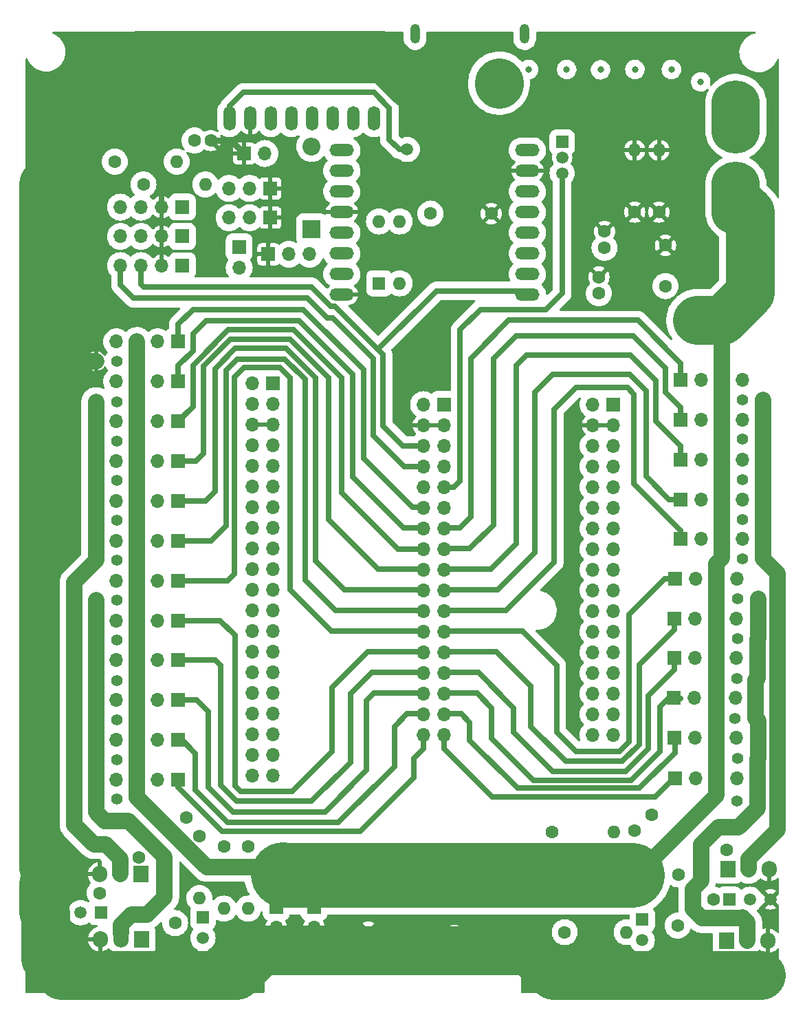
<source format=gbr>
%TF.GenerationSoftware,KiCad,Pcbnew,(6.0.5)*%
%TF.CreationDate,2022-12-18T21:16:11-03:00*%
%TF.ProjectId,HM_CENTRAL-01,484d5f43-454e-4545-9241-4c2d30312e6b,rev?*%
%TF.SameCoordinates,Original*%
%TF.FileFunction,Copper,L4,Bot*%
%TF.FilePolarity,Positive*%
%FSLAX46Y46*%
G04 Gerber Fmt 4.6, Leading zero omitted, Abs format (unit mm)*
G04 Created by KiCad (PCBNEW (6.0.5)) date 2022-12-18 21:16:11*
%MOMM*%
%LPD*%
G01*
G04 APERTURE LIST*
G04 Aperture macros list*
%AMHorizOval*
0 Thick line with rounded ends*
0 $1 width*
0 $2 $3 position (X,Y) of the first rounded end (center of the circle)*
0 $4 $5 position (X,Y) of the second rounded end (center of the circle)*
0 Add line between two ends*
20,1,$1,$2,$3,$4,$5,0*
0 Add two circle primitives to create the rounded ends*
1,1,$1,$2,$3*
1,1,$1,$4,$5*%
G04 Aperture macros list end*
%TA.AperFunction,ComponentPad*%
%ADD10R,1.700000X1.700000*%
%TD*%
%TA.AperFunction,ComponentPad*%
%ADD11O,1.700000X1.700000*%
%TD*%
%TA.AperFunction,ComponentPad*%
%ADD12R,4.000000X4.000000*%
%TD*%
%TA.AperFunction,ComponentPad*%
%ADD13C,4.000000*%
%TD*%
%TA.AperFunction,ComponentPad*%
%ADD14O,1.200000X2.400000*%
%TD*%
%TA.AperFunction,ComponentPad*%
%ADD15C,1.600000*%
%TD*%
%TA.AperFunction,ComponentPad*%
%ADD16O,1.600000X1.600000*%
%TD*%
%TA.AperFunction,ComponentPad*%
%ADD17R,2.200000X2.200000*%
%TD*%
%TA.AperFunction,ComponentPad*%
%ADD18O,2.200000X2.200000*%
%TD*%
%TA.AperFunction,ComponentPad*%
%ADD19R,1.500000X1.500000*%
%TD*%
%TA.AperFunction,ComponentPad*%
%ADD20C,1.500000*%
%TD*%
%TA.AperFunction,ComponentPad*%
%ADD21R,1.600000X1.600000*%
%TD*%
%TA.AperFunction,ComponentPad*%
%ADD22R,1.905000X2.000000*%
%TD*%
%TA.AperFunction,ComponentPad*%
%ADD23O,1.905000X2.000000*%
%TD*%
%TA.AperFunction,ComponentPad*%
%ADD24HorizOval,1.600000X0.000000X0.000000X0.000000X0.000000X0*%
%TD*%
%TA.AperFunction,ComponentPad*%
%ADD25HorizOval,1.600000X0.000000X0.000000X0.000000X0.000000X0*%
%TD*%
%TA.AperFunction,ComponentPad*%
%ADD26O,1.500000X3.000000*%
%TD*%
%TA.AperFunction,ComponentPad*%
%ADD27C,0.800000*%
%TD*%
%TA.AperFunction,ComponentPad*%
%ADD28HorizOval,0.800000X0.000000X0.000000X0.000000X0.000000X0*%
%TD*%
%TA.AperFunction,ComponentPad*%
%ADD29HorizOval,0.800000X0.000000X0.000000X0.000000X0.000000X0*%
%TD*%
%TA.AperFunction,ComponentPad*%
%ADD30O,6.000000X9.000000*%
%TD*%
%TA.AperFunction,ComponentPad*%
%ADD31HorizOval,1.600000X0.000000X0.000000X0.000000X0.000000X0*%
%TD*%
%TA.AperFunction,ComponentPad*%
%ADD32C,1.400000*%
%TD*%
%TA.AperFunction,ComponentPad*%
%ADD33O,1.400000X1.400000*%
%TD*%
%TA.AperFunction,ComponentPad*%
%ADD34O,3.000000X1.500000*%
%TD*%
%TA.AperFunction,ViaPad*%
%ADD35C,0.800000*%
%TD*%
%TA.AperFunction,ViaPad*%
%ADD36C,1.500000*%
%TD*%
%TA.AperFunction,Conductor*%
%ADD37C,6.000000*%
%TD*%
%TA.AperFunction,Conductor*%
%ADD38C,5.000000*%
%TD*%
%TA.AperFunction,Conductor*%
%ADD39C,2.000000*%
%TD*%
%TA.AperFunction,Conductor*%
%ADD40C,0.700000*%
%TD*%
%TA.AperFunction,Conductor*%
%ADD41C,0.800000*%
%TD*%
%TA.AperFunction,Conductor*%
%ADD42C,1.000000*%
%TD*%
%TA.AperFunction,Conductor*%
%ADD43C,8.000000*%
%TD*%
G04 APERTURE END LIST*
D10*
%TO.P,M14,1,POT*%
%TO.N,R_KN_POT*%
X150600000Y-104900000D03*
D11*
%TO.P,M14,2,PWM*%
%TO.N,R_KN_PWM*%
X153140000Y-104900000D03*
%TO.P,M14,3,+*%
%TO.N,SERVO_VCC*%
X155680000Y-104900000D03*
%TO.P,M14,4,-*%
%TO.N,R_KN_CURRENT*%
X158220000Y-104900000D03*
%TD*%
D12*
%TO.P,J1,1,+*%
%TO.N,Net-(J1-Pad1)*%
X129100000Y-29165750D03*
D13*
%TO.P,J1,2,-*%
%TO.N,GND*%
X121900000Y-29165750D03*
D14*
%TO.P,J1,S1*%
%TO.N,N/C*%
X132250000Y-23165750D03*
%TO.P,J1,S2*%
X118750000Y-23165750D03*
%TD*%
D10*
%TO.P,J6,1,Pin_1*%
%TO.N,GND*%
X100925000Y-42200000D03*
D11*
%TO.P,J6,2,Pin_2*%
%TO.N,3V3*%
X98385000Y-42200000D03*
%TO.P,J6,3,Pin_3*%
%TO.N,L_FT_ANGLE*%
X95845000Y-42200000D03*
%TD*%
D10*
%TO.P,J7,1,Pin_1*%
%TO.N,3V3*%
X90100000Y-51700000D03*
D11*
%TO.P,J7,2,Pin_2*%
%TO.N,GND*%
X87560000Y-51700000D03*
%TO.P,J7,3,Pin_3*%
%TO.N,SCL*%
X85020000Y-51700000D03*
%TO.P,J7,4,Pin_4*%
%TO.N,SDA*%
X82480000Y-51700000D03*
%TD*%
D15*
%TO.P,R6,1*%
%TO.N,Net-(Q3-Pad1)*%
X155500000Y-129690000D03*
D16*
%TO.P,R6,2*%
%TO.N,GND*%
X155500000Y-137310000D03*
%TD*%
D10*
%TO.P,M10,1,POT*%
%TO.N,HD_POT*%
X89600000Y-61050000D03*
D11*
%TO.P,M10,2,PWM*%
%TO.N,HD_PWM*%
X87060000Y-61050000D03*
%TO.P,M10,3,+*%
%TO.N,SERVO_VCC*%
X84520000Y-61050000D03*
%TO.P,M10,4,-*%
%TO.N,HD_CURRENT*%
X81980000Y-61050000D03*
%TD*%
D10*
%TO.P,M13,1,POT*%
%TO.N,L_KN_POT*%
X89600000Y-105150000D03*
D11*
%TO.P,M13,2,PWM*%
%TO.N,L_KN_PWM*%
X87060000Y-105150000D03*
%TO.P,M13,3,+*%
%TO.N,SERVO_VCC*%
X84520000Y-105150000D03*
%TO.P,M13,4,-*%
%TO.N,L_KN_CURRENT*%
X81980000Y-105150000D03*
%TD*%
D10*
%TO.P,M23,1,POT*%
%TO.N,L_HND_POT*%
X89600000Y-85550000D03*
D11*
%TO.P,M23,2,PWM*%
%TO.N,L_HND_PWM*%
X87060000Y-85550000D03*
%TO.P,M23,3,+*%
%TO.N,SERVO_VCC*%
X84520000Y-85550000D03*
%TO.P,M23,4,-*%
%TO.N,L_HND_CURRENT*%
X81980000Y-85550000D03*
%TD*%
D10*
%TO.P,J5,1,Pin_1*%
%TO.N,3V3*%
X90100000Y-44500000D03*
D11*
%TO.P,J5,2,Pin_2*%
%TO.N,GND*%
X87560000Y-44500000D03*
%TO.P,J5,3,Pin_3*%
%TO.N,SCL*%
X85020000Y-44500000D03*
%TO.P,J5,4,Pin_4*%
%TO.N,SDA*%
X82480000Y-44500000D03*
%TD*%
D17*
%TO.P,D1,1,K*%
%TO.N,Net-(D1-Pad1)*%
X106025000Y-47180000D03*
D18*
%TO.P,D1,2,A*%
%TO.N,SERVO_VCC*%
X106025000Y-37020000D03*
%TD*%
D15*
%TO.P,R4,1*%
%TO.N,Net-(Q1-Pad1)*%
X79910000Y-128900000D03*
D16*
%TO.P,R4,2*%
%TO.N,GND*%
X72290000Y-128900000D03*
%TD*%
D15*
%TO.P,R41,1*%
%TO.N,SDA*%
X81790000Y-38900000D03*
D16*
%TO.P,R41,2*%
%TO.N,3V3*%
X89410000Y-38900000D03*
%TD*%
D19*
%TO.P,Q7,1,C*%
%TO.N,Net-(Q7-Pad1)*%
X146740000Y-132160000D03*
D20*
%TO.P,Q7,2,B*%
%TO.N,Net-(Q7-Pad2)*%
X146740000Y-134700000D03*
%TO.P,Q7,3,E*%
%TO.N,GND*%
X146740000Y-137240000D03*
%TD*%
D15*
%TO.P,C5,1*%
%TO.N,SERVO_VCC*%
X149600000Y-54200000D03*
%TO.P,C5,2*%
%TO.N,GND*%
X149600000Y-49200000D03*
%TD*%
%TO.P,C7,1*%
%TO.N,3V3*%
X91600000Y-36300000D03*
%TO.P,C7,2*%
%TO.N,GND*%
X93600000Y-36300000D03*
%TD*%
D10*
%TO.P,M20,1,POT*%
%TO.N,R_ANK_POT*%
X150700000Y-109800000D03*
D11*
%TO.P,M20,2,PWM*%
%TO.N,R_ANK_PWM*%
X153240000Y-109800000D03*
%TO.P,M20,3,+*%
%TO.N,SERVO_VCC*%
X155780000Y-109800000D03*
%TO.P,M20,4,-*%
%TO.N,R_ANK_CURRENT*%
X158320000Y-109800000D03*
%TD*%
D15*
%TO.P,R8,1*%
%TO.N,Net-(Q5-Pad1)*%
X89200000Y-132590000D03*
D16*
%TO.P,R8,2*%
%TO.N,GND*%
X89200000Y-140210000D03*
%TD*%
D10*
%TO.P,J2,1,Pin_1*%
%TO.N,R_FT_ANGLE*%
X101210000Y-66180000D03*
D11*
%TO.P,J2,2,Pin_2*%
%TO.N,L_FT_ANGLE*%
X98670000Y-66180000D03*
%TO.P,J2,3,Pin_3*%
%TO.N,3V3*%
X101210000Y-68720000D03*
%TO.P,J2,4,Pin_4*%
X98670000Y-68720000D03*
%TO.P,J2,5,Pin_5*%
%TO.N,GND*%
X101210000Y-71260000D03*
%TO.P,J2,6,Pin_6*%
X98670000Y-71260000D03*
%TO.P,J2,7,Pin_7*%
%TO.N,MAIN_RX*%
X101210000Y-73800000D03*
%TO.P,J2,8,Pin_8*%
%TO.N,SCL*%
X98670000Y-73800000D03*
%TO.P,J2,9,Pin_9*%
%TO.N,MAIN_TX*%
X101210000Y-76340000D03*
%TO.P,J2,10,Pin_10*%
%TO.N,SDA*%
X98670000Y-76340000D03*
%TO.P,J2,11,Pin_11*%
%TO.N,I_SENS*%
X101210000Y-78880000D03*
%TO.P,J2,12,Pin_12*%
%TO.N,SERVO_VCC*%
X98670000Y-78880000D03*
%TO.P,J2,13,Pin_13*%
%TO.N,SHUTOFF*%
X101210000Y-81420000D03*
%TO.P,J2,14,Pin_14*%
%TO.N,HD_PWM*%
X98670000Y-81420000D03*
%TO.P,J2,15,Pin_15*%
%TO.N,R_TX_PWM*%
X101210000Y-83960000D03*
%TO.P,J2,16,Pin_16*%
%TO.N,L_TX_PWM*%
X98670000Y-83960000D03*
%TO.P,J2,17,Pin_17*%
%TO.N,R_SH_PWM*%
X101210000Y-86500000D03*
%TO.P,J2,18,Pin_18*%
%TO.N,L_SH_PWM*%
X98670000Y-86500000D03*
%TO.P,J2,19,Pin_19*%
%TO.N,R_ELBR_PWM*%
X101210000Y-89040000D03*
%TO.P,J2,20,Pin_20*%
%TO.N,L_ELBR_PWM*%
X98670000Y-89040000D03*
%TO.P,J2,21,Pin_21*%
%TO.N,R_ELB_PWM*%
X101210000Y-91580000D03*
%TO.P,J2,22,Pin_22*%
%TO.N,L_ELB_PWM*%
X98670000Y-91580000D03*
%TO.P,J2,23,Pin_23*%
%TO.N,R_HND_PWM*%
X101210000Y-94120000D03*
%TO.P,J2,24,Pin_24*%
%TO.N,L_HND_PWM*%
X98670000Y-94120000D03*
%TO.P,J2,25,Pin_25*%
%TO.N,R_HP_PWM*%
X101210000Y-96660000D03*
%TO.P,J2,26,Pin_26*%
%TO.N,L_HP_PWM*%
X98670000Y-96660000D03*
%TO.P,J2,27,Pin_27*%
%TO.N,R_TG_PWM*%
X101210000Y-99200000D03*
%TO.P,J2,28,Pin_28*%
%TO.N,L_TG_PWM*%
X98670000Y-99200000D03*
%TO.P,J2,29,Pin_29*%
%TO.N,R_KNR_PWM*%
X101210000Y-101740000D03*
%TO.P,J2,30,Pin_30*%
%TO.N,L_KNR_PWM*%
X98670000Y-101740000D03*
%TO.P,J2,31,Pin_31*%
%TO.N,R_KN_PWM*%
X101210000Y-104280000D03*
%TO.P,J2,32,Pin_32*%
%TO.N,L_KN_PWM*%
X98670000Y-104280000D03*
%TO.P,J2,33,Pin_33*%
%TO.N,R_ANK_PWM*%
X101210000Y-106820000D03*
%TO.P,J2,34,Pin_34*%
%TO.N,L_ANK_PWM*%
X98670000Y-106820000D03*
%TO.P,J2,35,Pin_35*%
%TO.N,R_FT_PWM*%
X101210000Y-109360000D03*
%TO.P,J2,36,Pin_36*%
%TO.N,L_FT_PWM*%
X98670000Y-109360000D03*
%TO.P,J2,37,Pin_37*%
%TO.N,R_ARM_CONTROL*%
X101210000Y-111900000D03*
%TO.P,J2,38,Pin_38*%
%TO.N,L_ARM_CONTROL*%
X98670000Y-111900000D03*
%TO.P,J2,39,Pin_39*%
%TO.N,R_LEG_CONTROL*%
X101210000Y-114440000D03*
%TO.P,J2,40,Pin_40*%
%TO.N,L_LEG_CONTROL*%
X98670000Y-114440000D03*
%TD*%
D15*
%TO.P,R40,1*%
%TO.N,SCL*%
X85300000Y-41700000D03*
D16*
%TO.P,R40,2*%
%TO.N,3V3*%
X92920000Y-41700000D03*
%TD*%
D10*
%TO.P,M5,1,POT*%
%TO.N,R_TG_POT*%
X150700000Y-95150000D03*
D11*
%TO.P,M5,2,PWM*%
%TO.N,R_TG_PWM*%
X153240000Y-95150000D03*
%TO.P,M5,3,+*%
%TO.N,SERVO_VCC*%
X155780000Y-95150000D03*
%TO.P,M5,4,-*%
%TO.N,R_TG_CURRENT*%
X158320000Y-95150000D03*
%TD*%
D21*
%TO.P,SW1,1*%
%TO.N,MAIN_RX*%
X114325000Y-53867500D03*
D16*
%TO.P,SW1,2*%
%TO.N,MAIN_TX*%
X116865000Y-53867500D03*
%TO.P,SW1,3*%
%TO.N,CAM_RX*%
X116865000Y-46247500D03*
%TO.P,SW1,4*%
%TO.N,CAM_TX*%
X114325000Y-46247500D03*
%TD*%
D15*
%TO.P,C2,1*%
%TO.N,SERVO_VCC*%
X141400000Y-55100000D03*
%TO.P,C2,2*%
%TO.N,GND*%
X141400000Y-53100000D03*
%TD*%
D22*
%TO.P,Q6,1,G*%
%TO.N,Net-(Q5-Pad1)*%
X85040000Y-134555000D03*
D23*
%TO.P,Q6,2,D*%
%TO.N,L_LEG_GND*%
X82500000Y-134555000D03*
%TO.P,Q6,3,S*%
%TO.N,GND*%
X79960000Y-134555000D03*
%TD*%
D15*
%TO.P,R7,1*%
%TO.N,SHUTOFF*%
X95200000Y-123190000D03*
D16*
%TO.P,R7,2*%
%TO.N,Net-(Q5-Pad2)*%
X95200000Y-130810000D03*
%TD*%
D10*
%TO.P,M2,1,POT*%
%TO.N,L_HP_POT*%
X89600000Y-90450000D03*
D11*
%TO.P,M2,2,PWM*%
%TO.N,L_HP_PWM*%
X87060000Y-90450000D03*
%TO.P,M2,3,+*%
%TO.N,SERVO_VCC*%
X84520000Y-90450000D03*
%TO.P,M2,4,-*%
%TO.N,L_HP_CURRENT*%
X81980000Y-90450000D03*
%TD*%
D10*
%TO.P,M8,1,POT*%
%TO.N,R_TX_POT*%
X151480000Y-65750000D03*
D11*
%TO.P,M8,2,PWM*%
%TO.N,R_TX_PWM*%
X154020000Y-65750000D03*
%TO.P,M8,3,+*%
%TO.N,SERVO_VCC*%
X156560000Y-65750000D03*
%TO.P,M8,4,-*%
%TO.N,R_TX_CURRENT*%
X159100000Y-65750000D03*
%TD*%
D22*
%TO.P,Q8,1,G*%
%TO.N,Net-(Q7-Pad1)*%
X157160000Y-134745000D03*
D23*
%TO.P,Q8,2,D*%
%TO.N,R_LEG_GND*%
X159700000Y-134745000D03*
%TO.P,Q8,3,S*%
%TO.N,GND*%
X162240000Y-134745000D03*
%TD*%
D10*
%TO.P,M6,1,POT*%
%TO.N,L_KNR_POT*%
X89600000Y-100250000D03*
D11*
%TO.P,M6,2,PWM*%
%TO.N,L_KNR_PWM*%
X87060000Y-100250000D03*
%TO.P,M6,3,+*%
%TO.N,SERVO_VCC*%
X84520000Y-100250000D03*
%TO.P,M6,4,-*%
%TO.N,L_KNR_CURRENT*%
X81980000Y-100250000D03*
%TD*%
D10*
%TO.P,M26,1,+*%
%TO.N,SERVO_VCC*%
X101650000Y-130600000D03*
D11*
%TO.P,M26,2,-*%
%TO.N,GND*%
X101650000Y-133140000D03*
%TD*%
D15*
%TO.P,R5,1*%
%TO.N,SHUTOFF*%
X135590000Y-121400000D03*
D16*
%TO.P,R5,2*%
%TO.N,Net-(Q3-Pad2)*%
X143210000Y-121400000D03*
%TD*%
D10*
%TO.P,J4,1,Pin_1*%
%TO.N,3V3*%
X97100000Y-49400000D03*
D11*
%TO.P,J4,2,Pin_2*%
%TO.N,SHUTOFF*%
X97100000Y-51940000D03*
%TD*%
D10*
%TO.P,M4,1,POT*%
%TO.N,L_TG_POT*%
X89600000Y-95350000D03*
D11*
%TO.P,M4,2,PWM*%
%TO.N,L_TG_PWM*%
X87060000Y-95350000D03*
%TO.P,M4,3,+*%
%TO.N,SERVO_VCC*%
X84520000Y-95350000D03*
%TO.P,M4,4,-*%
%TO.N,L_TG_CURRENT*%
X81980000Y-95350000D03*
%TD*%
D10*
%TO.P,M22,1,POT*%
%TO.N,R_FT_POT*%
X150800000Y-114750000D03*
D11*
%TO.P,M22,2,PWM*%
%TO.N,R_FT_PWM*%
X153340000Y-114750000D03*
%TO.P,M22,3,+*%
%TO.N,SERVO_VCC*%
X155880000Y-114750000D03*
%TO.P,M22,4,-*%
%TO.N,R_FT_CURRENT*%
X158420000Y-114750000D03*
%TD*%
D10*
%TO.P,J3,1,Pin_1*%
%TO.N,3V3*%
X122340000Y-68800000D03*
D11*
%TO.P,J3,2,Pin_2*%
X119800000Y-68800000D03*
%TO.P,J3,3,Pin_3*%
%TO.N,GND*%
X122340000Y-71340000D03*
%TO.P,J3,4,Pin_4*%
X119800000Y-71340000D03*
%TO.P,J3,5,Pin_5*%
%TO.N,SUB1_RX*%
X122340000Y-73880000D03*
%TO.P,J3,6,Pin_6*%
%TO.N,SCL*%
X119800000Y-73880000D03*
%TO.P,J3,7,Pin_7*%
%TO.N,SUB1_TX*%
X122340000Y-76420000D03*
%TO.P,J3,8,Pin_8*%
%TO.N,SDA*%
X119800000Y-76420000D03*
%TO.P,J3,9,Pin_9*%
%TO.N,I_SENS*%
X122340000Y-78960000D03*
%TO.P,J3,10,Pin_10*%
%TO.N,SERVO_VCC*%
X119800000Y-78960000D03*
%TO.P,J3,11,Pin_11*%
%TO.N,SHUTOFF*%
X122340000Y-81500000D03*
%TO.P,J3,12,Pin_12*%
%TO.N,HD_POT*%
X119800000Y-81500000D03*
%TO.P,J3,13,Pin_13*%
%TO.N,R_TX_POT*%
X122340000Y-84040000D03*
%TO.P,J3,14,Pin_14*%
%TO.N,L_TX_POT*%
X119800000Y-84040000D03*
%TO.P,J3,15,Pin_15*%
%TO.N,R_SH_POT*%
X122340000Y-86580000D03*
%TO.P,J3,16,Pin_16*%
%TO.N,L_SH_POT*%
X119800000Y-86580000D03*
%TO.P,J3,17,Pin_17*%
%TO.N,R_ELBR_POT*%
X122340000Y-89120000D03*
%TO.P,J3,18,Pin_18*%
%TO.N,L_ELBR_POT*%
X119800000Y-89120000D03*
%TO.P,J3,19,Pin_19*%
%TO.N,R_ELB_POT*%
X122340000Y-91660000D03*
%TO.P,J3,20,Pin_20*%
%TO.N,L_ELB_POT*%
X119800000Y-91660000D03*
%TO.P,J3,21,Pin_21*%
%TO.N,R_HND_POT*%
X122340000Y-94200000D03*
%TO.P,J3,22,Pin_22*%
%TO.N,L_HND_POT*%
X119800000Y-94200000D03*
%TO.P,J3,23,Pin_23*%
%TO.N,R_HP_POT*%
X122340000Y-96740000D03*
%TO.P,J3,24,Pin_24*%
%TO.N,L_HP_POT*%
X119800000Y-96740000D03*
%TO.P,J3,25,Pin_25*%
%TO.N,R_TG_POT*%
X122340000Y-99280000D03*
%TO.P,J3,26,Pin_26*%
%TO.N,L_TG_POT*%
X119800000Y-99280000D03*
%TO.P,J3,27,Pin_27*%
%TO.N,R_KNR_POT*%
X122340000Y-101820000D03*
%TO.P,J3,28,Pin_28*%
%TO.N,L_KNR_POT*%
X119800000Y-101820000D03*
%TO.P,J3,29,Pin_29*%
%TO.N,R_KN_POT*%
X122340000Y-104360000D03*
%TO.P,J3,30,Pin_30*%
%TO.N,L_KN_POT*%
X119800000Y-104360000D03*
%TO.P,J3,31,Pin_31*%
%TO.N,R_ANK_POT*%
X122340000Y-106900000D03*
%TO.P,J3,32,Pin_32*%
%TO.N,L_ANK_POT*%
X119800000Y-106900000D03*
%TO.P,J3,33,Pin_33*%
%TO.N,R_FT_POT*%
X122340000Y-109440000D03*
%TO.P,J3,34,Pin_34*%
%TO.N,L_FT_POT*%
X119800000Y-109440000D03*
%TD*%
D15*
%TO.P,R39,1*%
%TO.N,R_LEG_CONTROL*%
X145800000Y-121205923D03*
D24*
%TO.P,R39,2*%
%TO.N,Net-(Q7-Pad1)*%
X151188154Y-126594077D03*
%TD*%
D10*
%TO.P,J9,1,Pin_1*%
%TO.N,3V3*%
X90100000Y-48100000D03*
D11*
%TO.P,J9,2,Pin_2*%
%TO.N,GND*%
X87560000Y-48100000D03*
%TO.P,J9,3,Pin_3*%
%TO.N,SCL*%
X85020000Y-48100000D03*
%TO.P,J9,4,Pin_4*%
%TO.N,SDA*%
X82480000Y-48100000D03*
%TD*%
D10*
%TO.P,J12,1,Pin_1*%
%TO.N,3V3*%
X143200000Y-68800000D03*
D11*
%TO.P,J12,2,Pin_2*%
X140660000Y-68800000D03*
%TO.P,J12,3,Pin_3*%
%TO.N,GND*%
X143200000Y-71340000D03*
%TO.P,J12,4,Pin_4*%
X140660000Y-71340000D03*
%TO.P,J12,5,Pin_5*%
%TO.N,SUB2_RX*%
X143200000Y-73880000D03*
%TO.P,J12,6,Pin_6*%
%TO.N,SCL*%
X140660000Y-73880000D03*
%TO.P,J12,7,Pin_7*%
%TO.N,SUB2_TX*%
X143200000Y-76420000D03*
%TO.P,J12,8,Pin_8*%
%TO.N,SDA*%
X140660000Y-76420000D03*
%TO.P,J12,9,Pin_9*%
%TO.N,I_SENS*%
X143200000Y-78960000D03*
%TO.P,J12,10,Pin_10*%
%TO.N,SERVO_VCC*%
X140660000Y-78960000D03*
%TO.P,J12,11,Pin_11*%
%TO.N,SHUTOFF*%
X143200000Y-81500000D03*
%TO.P,J12,12,Pin_12*%
%TO.N,HD_CURRENT*%
X140660000Y-81500000D03*
%TO.P,J12,13,Pin_13*%
%TO.N,R_TX_CURRENT*%
X143200000Y-84040000D03*
%TO.P,J12,14,Pin_14*%
%TO.N,L_TX_CURRENT*%
X140660000Y-84040000D03*
%TO.P,J12,15,Pin_15*%
%TO.N,R_SH_CURRENT*%
X143200000Y-86580000D03*
%TO.P,J12,16,Pin_16*%
%TO.N,L_SH_CURRENT*%
X140660000Y-86580000D03*
%TO.P,J12,17,Pin_17*%
%TO.N,R_ELBR_CURRENT*%
X143200000Y-89120000D03*
%TO.P,J12,18,Pin_18*%
%TO.N,L_ELBR_CURRENT*%
X140660000Y-89120000D03*
%TO.P,J12,19,Pin_19*%
%TO.N,R_ELB_CURRENT*%
X143200000Y-91660000D03*
%TO.P,J12,20,Pin_20*%
%TO.N,L_ELB_CURRENT*%
X140660000Y-91660000D03*
%TO.P,J12,21,Pin_21*%
%TO.N,R_HND_CURRENT*%
X143200000Y-94200000D03*
%TO.P,J12,22,Pin_22*%
%TO.N,L_HND_CURRENT*%
X140660000Y-94200000D03*
%TO.P,J12,23,Pin_23*%
%TO.N,R_HP_CURRENT*%
X143200000Y-96740000D03*
%TO.P,J12,24,Pin_24*%
%TO.N,L_HP_CURRENT*%
X140660000Y-96740000D03*
%TO.P,J12,25,Pin_25*%
%TO.N,R_TG_CURRENT*%
X143200000Y-99280000D03*
%TO.P,J12,26,Pin_26*%
%TO.N,L_TG_CURRENT*%
X140660000Y-99280000D03*
%TO.P,J12,27,Pin_27*%
%TO.N,R_KNR_CURRENT*%
X143200000Y-101820000D03*
%TO.P,J12,28,Pin_28*%
%TO.N,L_KNR_CURRENT*%
X140660000Y-101820000D03*
%TO.P,J12,29,Pin_29*%
%TO.N,R_KN_CURRENT*%
X143200000Y-104360000D03*
%TO.P,J12,30,Pin_30*%
%TO.N,L_KN_CURRENT*%
X140660000Y-104360000D03*
%TO.P,J12,31,Pin_31*%
%TO.N,R_ANK_CURRENT*%
X143200000Y-106900000D03*
%TO.P,J12,32,Pin_32*%
%TO.N,L_ANK_CURRENT*%
X140660000Y-106900000D03*
%TO.P,J12,33,Pin_33*%
%TO.N,R_FT_CURRENT*%
X143200000Y-109440000D03*
%TO.P,J12,34,Pin_34*%
%TO.N,L_FT_CURRENT*%
X140660000Y-109440000D03*
%TD*%
D10*
%TO.P,M25,1,+*%
%TO.N,SERVO_VCC*%
X106300000Y-130600000D03*
D11*
%TO.P,M25,2,-*%
%TO.N,GND*%
X106300000Y-133140000D03*
%TD*%
D19*
%TO.P,Q5,1,C*%
%TO.N,Net-(Q5-Pad1)*%
X92640000Y-131860000D03*
D20*
%TO.P,Q5,2,B*%
%TO.N,Net-(Q5-Pad2)*%
X92640000Y-134400000D03*
%TO.P,Q5,3,E*%
%TO.N,GND*%
X92640000Y-136940000D03*
%TD*%
D10*
%TO.P,J8,1,Pin_1*%
%TO.N,GND*%
X100925000Y-45800000D03*
D11*
%TO.P,J8,2,Pin_2*%
%TO.N,3V3*%
X98385000Y-45800000D03*
%TO.P,J8,3,Pin_3*%
%TO.N,R_FT_ANGLE*%
X95845000Y-45800000D03*
%TD*%
D15*
%TO.P,C1,1*%
%TO.N,SERVO_VCC*%
X133400000Y-127850000D03*
%TO.P,C1,2*%
%TO.N,GND*%
X133400000Y-135350000D03*
%TD*%
D10*
%TO.P,M17,1,POT*%
%TO.N,L_ELB_POT*%
X89600000Y-80650000D03*
D11*
%TO.P,M17,2,PWM*%
%TO.N,L_ELB_PWM*%
X87060000Y-80650000D03*
%TO.P,M17,3,+*%
%TO.N,SERVO_VCC*%
X84520000Y-80650000D03*
%TO.P,M17,4,-*%
%TO.N,L_ELB_CURRENT*%
X81980000Y-80650000D03*
%TD*%
D15*
%TO.P,R3,1*%
%TO.N,SHUTOFF*%
X98200000Y-123190000D03*
D16*
%TO.P,R3,2*%
%TO.N,Net-(Q1-Pad2)*%
X98200000Y-130810000D03*
%TD*%
D10*
%TO.P,M16,1,POT*%
%TO.N,R_ELBR_POT*%
X151480000Y-75550000D03*
D11*
%TO.P,M16,2,PWM*%
%TO.N,R_ELBR_PWM*%
X154020000Y-75550000D03*
%TO.P,M16,3,+*%
%TO.N,SERVO_VCC*%
X156560000Y-75550000D03*
%TO.P,M16,4,-*%
%TO.N,R_ELBR_CURRENT*%
X159100000Y-75550000D03*
%TD*%
D15*
%TO.P,R38,1*%
%TO.N,L_LEG_CONTROL*%
X92200000Y-121890000D03*
D16*
%TO.P,R38,2*%
%TO.N,Net-(Q5-Pad1)*%
X92200000Y-129510000D03*
%TD*%
D15*
%TO.P,C3,1*%
%TO.N,SERVO_VCC*%
X142100000Y-49500000D03*
%TO.P,C3,2*%
%TO.N,GND*%
X142100000Y-47500000D03*
%TD*%
D10*
%TO.P,M15,1,POT*%
%TO.N,L_ELBR_POT*%
X89600000Y-75750000D03*
D11*
%TO.P,M15,2,PWM*%
%TO.N,L_ELBR_PWM*%
X87060000Y-75750000D03*
%TO.P,M15,3,+*%
%TO.N,SERVO_VCC*%
X84520000Y-75750000D03*
%TO.P,M15,4,-*%
%TO.N,L_ELBR_CURRENT*%
X81980000Y-75750000D03*
%TD*%
D10*
%TO.P,M7,1,POT*%
%TO.N,L_TX_POT*%
X89600000Y-65950000D03*
D11*
%TO.P,M7,2,PWM*%
%TO.N,L_TX_PWM*%
X87060000Y-65950000D03*
%TO.P,M7,3,+*%
%TO.N,SERVO_VCC*%
X84520000Y-65950000D03*
%TO.P,M7,4,-*%
%TO.N,L_TX_CURRENT*%
X81980000Y-65950000D03*
%TD*%
D10*
%TO.P,M3,1,POT*%
%TO.N,R_HP_POT*%
X150800000Y-90200000D03*
D11*
%TO.P,M3,2,PWM*%
%TO.N,R_HP_PWM*%
X153340000Y-90200000D03*
%TO.P,M3,3,+*%
%TO.N,SERVO_VCC*%
X155880000Y-90200000D03*
%TO.P,M3,4,-*%
%TO.N,R_HP_CURRENT*%
X158420000Y-90200000D03*
%TD*%
D10*
%TO.P,M12,1,POT*%
%TO.N,R_SH_POT*%
X151480000Y-70650000D03*
D11*
%TO.P,M12,2,PWM*%
%TO.N,R_SH_PWM*%
X154020000Y-70650000D03*
%TO.P,M12,3,+*%
%TO.N,SERVO_VCC*%
X156560000Y-70650000D03*
%TO.P,M12,4,-*%
%TO.N,R_SH_CURRENT*%
X159100000Y-70650000D03*
%TD*%
D15*
%TO.P,C4,1*%
%TO.N,SERVO_VCC*%
X123600000Y-129100000D03*
%TO.P,C4,2*%
%TO.N,GND*%
X123600000Y-134100000D03*
%TD*%
D10*
%TO.P,M9,1,POT*%
%TO.N,R_KNR_POT*%
X150700000Y-100000000D03*
D11*
%TO.P,M9,2,PWM*%
%TO.N,R_KNR_PWM*%
X153240000Y-100000000D03*
%TO.P,M9,3,+*%
%TO.N,SERVO_VCC*%
X155780000Y-100000000D03*
%TO.P,M9,4,-*%
%TO.N,R_KNR_CURRENT*%
X158320000Y-100000000D03*
%TD*%
D15*
%TO.P,R2,1*%
%TO.N,R_ARM_CONTROL*%
X147895957Y-119253100D03*
D25*
%TO.P,R2,2*%
%TO.N,Net-(Q3-Pad1)*%
X157104044Y-123546902D03*
%TD*%
D10*
%TO.P,M11,1,POT*%
%TO.N,L_SH_POT*%
X89600000Y-70850000D03*
D11*
%TO.P,M11,2,PWM*%
%TO.N,L_SH_PWM*%
X87060000Y-70850000D03*
%TO.P,M11,3,+*%
%TO.N,SERVO_VCC*%
X84520000Y-70850000D03*
%TO.P,M11,4,-*%
%TO.N,L_SH_CURRENT*%
X81980000Y-70850000D03*
%TD*%
D22*
%TO.P,Q4,1,G*%
%TO.N,Net-(Q3-Pad1)*%
X157260000Y-125945000D03*
D23*
%TO.P,Q4,2,D*%
%TO.N,R_ARM_GND*%
X159800000Y-125945000D03*
%TO.P,Q4,3,S*%
%TO.N,GND*%
X162340000Y-125945000D03*
%TD*%
D10*
%TO.P,M21,1,POT*%
%TO.N,L_FT_POT*%
X89600000Y-114950000D03*
D11*
%TO.P,M21,2,PWM*%
%TO.N,L_FT_PWM*%
X87060000Y-114950000D03*
%TO.P,M21,3,+*%
%TO.N,SERVO_VCC*%
X84520000Y-114950000D03*
%TO.P,M21,4,-*%
%TO.N,L_FT_CURRENT*%
X81980000Y-114950000D03*
%TD*%
D10*
%TO.P,M24,1,POT*%
%TO.N,R_HND_POT*%
X151480000Y-85350000D03*
D11*
%TO.P,M24,2,PWM*%
%TO.N,R_HND_PWM*%
X154020000Y-85350000D03*
%TO.P,M24,3,+*%
%TO.N,SERVO_VCC*%
X156560000Y-85350000D03*
%TO.P,M24,4,-*%
%TO.N,R_HND_CURRENT*%
X159100000Y-85350000D03*
%TD*%
D15*
%TO.P,C8,1*%
%TO.N,3V3*%
X120650000Y-45300000D03*
%TO.P,C8,2*%
%TO.N,GND*%
X128150000Y-45300000D03*
%TD*%
%TO.P,C6,1*%
%TO.N,SERVO_VCC*%
X113000000Y-128700000D03*
%TO.P,C6,2*%
%TO.N,GND*%
X113000000Y-133700000D03*
%TD*%
%TO.P,R10,1*%
%TO.N,Net-(Q7-Pad1)*%
X151100000Y-132890000D03*
D16*
%TO.P,R10,2*%
%TO.N,GND*%
X151100000Y-140510000D03*
%TD*%
D26*
%TO.P,U3,ADO,ADO*%
%TO.N,unconnected-(U3-PadADO)*%
X111150000Y-33600370D03*
%TO.P,U3,GND,GND*%
%TO.N,GND*%
X98450000Y-33600370D03*
%TO.P,U3,INT,INT*%
%TO.N,unconnected-(U3-PadINT)*%
X113690000Y-33600370D03*
%TO.P,U3,SCL,SCL*%
%TO.N,SCL*%
X100990000Y-33600370D03*
%TO.P,U3,SDA,SDA*%
%TO.N,SDA*%
X103530000Y-33600370D03*
%TO.P,U3,VCC,VCC*%
%TO.N,3V3*%
X95910000Y-33600370D03*
%TO.P,U3,XCL,XCL*%
%TO.N,unconnected-(U3-PadXCL)*%
X106070000Y-33600370D03*
%TO.P,U3,XDA,XDA*%
%TO.N,unconnected-(U3-PadXDA)*%
X108610000Y-33600370D03*
%TD*%
D19*
%TO.P,U1,1,VCC*%
%TO.N,3V3*%
X136875000Y-36500000D03*
D20*
%TO.P,U1,2,GND*%
%TO.N,GND*%
X136875000Y-38410000D03*
%TO.P,U1,3,VIOUT*%
%TO.N,I_SENS*%
X136875000Y-40320000D03*
D27*
%TO.P,U1,4,IP+*%
%TO.N,SERVO_VCC*%
X160325000Y-45410000D03*
D28*
X157645000Y-39460000D03*
D27*
X156615000Y-40210000D03*
X156615000Y-46610000D03*
X156225000Y-45410000D03*
X159935000Y-40210000D03*
X156225000Y-42740000D03*
X160325000Y-41410000D03*
X158905000Y-47360000D03*
D29*
X158905000Y-39460000D03*
D27*
X159935000Y-46610000D03*
X160325000Y-42740000D03*
X156225000Y-44080000D03*
X156225000Y-41410000D03*
D30*
X158275000Y-43410000D03*
D27*
X157645000Y-47360000D03*
X160325000Y-44080000D03*
%TO.P,U1,5,IP-*%
%TO.N,Net-(J1-Pad1)*%
X156615000Y-30210000D03*
D30*
X158275000Y-33410000D03*
D27*
X159935000Y-36610000D03*
D29*
X157645000Y-37360000D03*
D27*
X160325000Y-31410000D03*
X160325000Y-34080000D03*
X156615000Y-36610000D03*
X156225000Y-35410000D03*
X158905000Y-29460000D03*
X160325000Y-35410000D03*
X156225000Y-31410000D03*
X156225000Y-34080000D03*
D28*
X158905000Y-37360000D03*
D27*
X159935000Y-30210000D03*
X157645000Y-29460000D03*
X160325000Y-32740000D03*
X156225000Y-32740000D03*
%TD*%
D10*
%TO.P,M18,1,POT*%
%TO.N,R_ELB_POT*%
X151480000Y-80450000D03*
D11*
%TO.P,M18,2,PWM*%
%TO.N,R_ELB_PWM*%
X154020000Y-80450000D03*
%TO.P,M18,3,+*%
%TO.N,SERVO_VCC*%
X156560000Y-80450000D03*
%TO.P,M18,4,-*%
%TO.N,R_ELB_CURRENT*%
X159100000Y-80450000D03*
%TD*%
D22*
%TO.P,Q2,1,G*%
%TO.N,Net-(Q1-Pad1)*%
X85000000Y-126555000D03*
D23*
%TO.P,Q2,2,D*%
%TO.N,L_ARM_GND*%
X82460000Y-126555000D03*
%TO.P,Q2,3,S*%
%TO.N,GND*%
X79920000Y-126555000D03*
%TD*%
D10*
%TO.P,M19,1,POT*%
%TO.N,L_ANK_POT*%
X89600000Y-110050000D03*
D11*
%TO.P,M19,2,PWM*%
%TO.N,L_ANK_PWM*%
X87060000Y-110050000D03*
%TO.P,M19,3,+*%
%TO.N,SERVO_VCC*%
X84520000Y-110050000D03*
%TO.P,M19,4,-*%
%TO.N,L_ANK_CURRENT*%
X81980000Y-110050000D03*
%TD*%
D15*
%TO.P,R1,1*%
%TO.N,L_ARM_CONTROL*%
X90600000Y-119600000D03*
D31*
%TO.P,R1,2*%
%TO.N,Net-(Q1-Pad1)*%
X84762741Y-124498042D03*
%TD*%
D32*
%TO.P,R13,1*%
%TO.N,L_TX_CURRENT*%
X82000000Y-68450000D03*
D33*
%TO.P,R13,2*%
%TO.N,L_ARM_GND*%
X79460000Y-68450000D03*
%TD*%
D15*
%TO.P,R34,1*%
%TO.N,GND*%
X145800000Y-45110000D03*
D16*
%TO.P,R34,2*%
X145800000Y-37490000D03*
%TD*%
D10*
%TO.P,J10,1,Pin_1*%
%TO.N,GND*%
X100700000Y-50300000D03*
D11*
%TO.P,J10,2,Pin_2*%
%TO.N,CAM_TX*%
X103240000Y-50300000D03*
%TO.P,J10,3,Pin_3*%
%TO.N,CAM_RX*%
X105780000Y-50300000D03*
%TD*%
D34*
%TO.P,M1,1,IO4*%
%TO.N,SCL*%
X132600000Y-55260930D03*
%TO.P,M1,2,IO2*%
%TO.N,unconnected-(M1-Pad2)*%
X132600000Y-52720930D03*
%TO.P,M1,3,IO14*%
%TO.N,unconnected-(M1-Pad3)*%
X132600000Y-50180930D03*
%TO.P,M1,4,IO15*%
%TO.N,unconnected-(M1-Pad4)*%
X132600000Y-47640930D03*
%TO.P,M1,5,IO13*%
%TO.N,unconnected-(M1-Pad5)*%
X132600000Y-45100930D03*
%TO.P,M1,6,IO12*%
%TO.N,unconnected-(M1-Pad6)*%
X132600000Y-42560930D03*
%TO.P,M1,7,GND_1*%
%TO.N,GND*%
X132600000Y-40020930D03*
%TO.P,M1,8,5V*%
%TO.N,unconnected-(M1-Pad8)*%
X132600000Y-37480930D03*
%TO.P,M1,9,3V3*%
%TO.N,unconnected-(M1-Pad9)*%
X109740000Y-37480930D03*
%TO.P,M1,10,IO16*%
%TO.N,SDA*%
X109740000Y-40020930D03*
%TO.P,M1,11,IO0*%
%TO.N,Net-(J11-Pad2)*%
X109740000Y-42560930D03*
%TO.P,M1,12,GND_2*%
%TO.N,GND*%
X109740000Y-45100930D03*
%TO.P,M1,13,VCC*%
%TO.N,Net-(D1-Pad1)*%
X109740000Y-47640930D03*
%TO.P,M1,14,U0R*%
%TO.N,CAM_RX*%
X109740000Y-50180930D03*
%TO.P,M1,15,U0T*%
%TO.N,CAM_TX*%
X109740000Y-52720930D03*
%TO.P,M1,16,GND_3*%
%TO.N,GND*%
X109740000Y-55260930D03*
%TD*%
D32*
%TO.P,R21,1*%
%TO.N,L_ELBR_CURRENT*%
X82000000Y-78150000D03*
D33*
%TO.P,R21,2*%
%TO.N,L_ARM_GND*%
X79460000Y-78150000D03*
%TD*%
D32*
%TO.P,R12,1*%
%TO.N,R_HP_CURRENT*%
X158480000Y-92700000D03*
D33*
%TO.P,R12,2*%
%TO.N,R_LEG_GND*%
X161020000Y-92700000D03*
%TD*%
D32*
%TO.P,R17,1*%
%TO.N,L_SH_CURRENT*%
X82000000Y-73250000D03*
D33*
%TO.P,R17,2*%
%TO.N,L_ARM_GND*%
X79460000Y-73250000D03*
%TD*%
D32*
%TO.P,R32,1*%
%TO.N,L_HND_CURRENT*%
X82000000Y-87950000D03*
D33*
%TO.P,R32,2*%
%TO.N,L_ARM_GND*%
X79460000Y-87950000D03*
%TD*%
D32*
%TO.P,R14,1*%
%TO.N,R_TX_CURRENT*%
X159080000Y-68200000D03*
D33*
%TO.P,R14,2*%
%TO.N,R_ARM_GND*%
X161620000Y-68200000D03*
%TD*%
D32*
%TO.P,R19,1*%
%TO.N,L_KNR_CURRENT*%
X82000000Y-102750000D03*
D33*
%TO.P,R19,2*%
%TO.N,L_LEG_GND*%
X79460000Y-102750000D03*
%TD*%
D32*
%TO.P,R33,1*%
%TO.N,R_HND_CURRENT*%
X159080000Y-87800000D03*
D33*
%TO.P,R33,2*%
%TO.N,R_ARM_GND*%
X161620000Y-87800000D03*
%TD*%
D32*
%TO.P,R16,1*%
%TO.N,R_TG_CURRENT*%
X158480000Y-97600000D03*
D33*
%TO.P,R16,2*%
%TO.N,R_LEG_GND*%
X161020000Y-97600000D03*
%TD*%
D32*
%TO.P,R11,1*%
%TO.N,L_HP_CURRENT*%
X82000000Y-92850000D03*
D33*
%TO.P,R11,2*%
%TO.N,L_LEG_GND*%
X79460000Y-92850000D03*
%TD*%
D19*
%TO.P,Q1,1,C*%
%TO.N,Net-(Q1-Pad1)*%
X80100000Y-131300000D03*
D20*
%TO.P,Q1,2,B*%
%TO.N,Net-(Q1-Pad2)*%
X77560000Y-131300000D03*
%TO.P,Q1,3,E*%
%TO.N,GND*%
X75020000Y-131300000D03*
%TD*%
D15*
%TO.P,R35,1*%
%TO.N,GND*%
X148800000Y-45110000D03*
D16*
%TO.P,R35,2*%
X148800000Y-37490000D03*
%TD*%
D32*
%TO.P,R27,1*%
%TO.N,R_ELB_CURRENT*%
X159080000Y-82900000D03*
D33*
%TO.P,R27,2*%
%TO.N,R_ARM_GND*%
X161620000Y-82900000D03*
%TD*%
D32*
%TO.P,R18,1*%
%TO.N,R_SH_CURRENT*%
X159080000Y-73000000D03*
D33*
%TO.P,R18,2*%
%TO.N,R_ARM_GND*%
X161620000Y-73000000D03*
%TD*%
D32*
%TO.P,R20,1*%
%TO.N,R_KNR_CURRENT*%
X158380000Y-102500000D03*
D33*
%TO.P,R20,2*%
%TO.N,R_LEG_GND*%
X160920000Y-102500000D03*
%TD*%
D32*
%TO.P,R22,1*%
%TO.N,R_ELBR_CURRENT*%
X159080000Y-78000000D03*
D33*
%TO.P,R22,2*%
%TO.N,R_ARM_GND*%
X161620000Y-78000000D03*
%TD*%
D15*
%TO.P,R9,1*%
%TO.N,SHUTOFF*%
X137190000Y-133700000D03*
D16*
%TO.P,R9,2*%
%TO.N,Net-(Q7-Pad2)*%
X144810000Y-133700000D03*
%TD*%
D32*
%TO.P,R26,1*%
%TO.N,L_ELB_CURRENT*%
X82000000Y-83050000D03*
D33*
%TO.P,R26,2*%
%TO.N,L_ARM_GND*%
X79460000Y-83050000D03*
%TD*%
D32*
%TO.P,R28,1*%
%TO.N,L_ANK_CURRENT*%
X82000000Y-112450000D03*
D33*
%TO.P,R28,2*%
%TO.N,L_LEG_GND*%
X79460000Y-112450000D03*
%TD*%
D32*
%TO.P,R24,1*%
%TO.N,L_KN_CURRENT*%
X82000000Y-107550000D03*
D33*
%TO.P,R24,2*%
%TO.N,L_LEG_GND*%
X79460000Y-107550000D03*
%TD*%
D19*
%TO.P,Q3,1,C*%
%TO.N,Net-(Q3-Pad1)*%
X157460000Y-129660000D03*
D20*
%TO.P,Q3,2,B*%
%TO.N,Net-(Q3-Pad2)*%
X160000000Y-129660000D03*
%TO.P,Q3,3,E*%
%TO.N,GND*%
X162540000Y-129660000D03*
%TD*%
D32*
%TO.P,R31,1*%
%TO.N,R_FT_CURRENT*%
X158400000Y-117600000D03*
D33*
%TO.P,R31,2*%
%TO.N,R_LEG_GND*%
X160940000Y-117600000D03*
%TD*%
D32*
%TO.P,R29,1*%
%TO.N,R_ANK_CURRENT*%
X158480000Y-112300000D03*
D33*
%TO.P,R29,2*%
%TO.N,R_LEG_GND*%
X161020000Y-112300000D03*
%TD*%
D32*
%TO.P,R25,1*%
%TO.N,R_KN_CURRENT*%
X158180000Y-107400000D03*
D33*
%TO.P,R25,2*%
%TO.N,R_LEG_GND*%
X160720000Y-107400000D03*
%TD*%
D10*
%TO.P,J11,1,Pin_1*%
%TO.N,GND*%
X97725000Y-37900000D03*
D11*
%TO.P,J11,2,Pin_2*%
%TO.N,Net-(J11-Pad2)*%
X100265000Y-37900000D03*
%TD*%
D32*
%TO.P,R15,1*%
%TO.N,L_TG_CURRENT*%
X82000000Y-97750000D03*
D33*
%TO.P,R15,2*%
%TO.N,L_LEG_GND*%
X79460000Y-97750000D03*
%TD*%
D32*
%TO.P,R23,1*%
%TO.N,HD_CURRENT*%
X82000000Y-63450000D03*
D33*
%TO.P,R23,2*%
%TO.N,GND*%
X79460000Y-63450000D03*
%TD*%
D32*
%TO.P,R30,1*%
%TO.N,L_FT_CURRENT*%
X82000000Y-117350000D03*
D33*
%TO.P,R30,2*%
%TO.N,L_LEG_GND*%
X79460000Y-117350000D03*
%TD*%
D35*
%TO.N,Net-(J1-Pad1)*%
X137434730Y-27565270D03*
X145834730Y-27565270D03*
X153932500Y-29067500D03*
X132734730Y-27565270D03*
X141600000Y-27600000D03*
X150334730Y-27565270D03*
%TO.N,GND*%
X72650020Y-109249980D03*
X73000020Y-70899980D03*
X72650020Y-96049980D03*
X79100000Y-31300000D03*
X72500020Y-117399980D03*
X72650020Y-90149980D03*
X72500020Y-81399980D03*
X78500000Y-139000000D03*
X81400000Y-29000000D03*
X73000020Y-46799980D03*
X73000020Y-73499980D03*
X95099980Y-25100020D03*
X73000000Y-131200000D03*
X139600000Y-139000000D03*
X73000020Y-53299980D03*
X73000020Y-64199980D03*
X156800000Y-139400000D03*
X73000020Y-59799980D03*
X73100000Y-50000000D03*
X91099980Y-25100020D03*
X76300000Y-34100000D03*
X72650020Y-113249980D03*
X72650020Y-101949980D03*
X72650020Y-93049980D03*
X72650020Y-120949980D03*
X73000020Y-44199980D03*
X113899980Y-25100020D03*
X109199980Y-25100020D03*
X74400000Y-40200000D03*
X85100000Y-25800000D03*
X100499980Y-25100020D03*
X73000020Y-67699980D03*
X105199980Y-25100020D03*
X72650020Y-98649980D03*
X72650020Y-87349980D03*
X116855459Y-27544541D03*
X148600000Y-139400000D03*
X73000020Y-76799980D03*
X72650020Y-105349980D03*
X73000020Y-57099980D03*
%TO.N,L_LEG_GND*%
X87750000Y-129550000D03*
X82700000Y-120000000D03*
%TO.N,R_LEG_GND*%
X153900000Y-123000000D03*
X159050000Y-131850000D03*
%TO.N,L_ARM_GND*%
X76800000Y-96200000D03*
X77750000Y-121450000D03*
X76800000Y-114800000D03*
D36*
%TO.N,3V3*%
X117800000Y-37400000D03*
D35*
%TO.N,SERVO_VCC*%
X141700000Y-126700000D03*
X145800000Y-126700000D03*
%TD*%
D37*
%TO.N,Net-(J1-Pad1)*%
X129100000Y-29335228D02*
X129100000Y-29165750D01*
%TO.N,GND*%
X73000020Y-67699980D02*
X73000020Y-70899980D01*
X73200000Y-137000000D02*
X75199980Y-138999980D01*
X132700000Y-135900000D02*
X135799980Y-138999980D01*
X75199980Y-138999980D02*
X96757352Y-138999980D01*
D38*
X73000020Y-78799980D02*
X72500020Y-79299980D01*
X72500020Y-117399980D02*
X72500020Y-125800000D01*
D37*
X75600000Y-34800000D02*
X76300000Y-34100000D01*
X81400000Y-29000000D02*
X84600000Y-25800000D01*
X74400000Y-40200000D02*
X73000020Y-41599980D01*
D39*
X73750000Y-63450000D02*
X73000020Y-64199980D01*
D38*
X72500020Y-79299980D02*
X72500020Y-81399980D01*
D37*
X79100000Y-31300000D02*
X81400000Y-29000000D01*
D40*
X87560000Y-40860000D02*
X79150000Y-32450000D01*
D37*
X74400000Y-40200000D02*
X75100000Y-40200000D01*
X75100000Y-40200000D02*
X75600000Y-39700000D01*
D38*
X72500020Y-81399980D02*
X72500020Y-117399980D01*
D37*
X96757352Y-138999980D02*
X99857332Y-135900000D01*
D40*
X87560000Y-44500000D02*
X87560000Y-40860000D01*
D37*
X73000020Y-44199980D02*
X73000020Y-45599980D01*
X73000020Y-41599980D02*
X73000020Y-44199980D01*
D41*
X93600000Y-36300000D02*
X96125000Y-36300000D01*
D37*
X73100000Y-50000000D02*
X73000020Y-50099980D01*
D39*
X79460000Y-63450000D02*
X73750000Y-63450000D01*
D37*
X73000020Y-130500020D02*
X73000020Y-127700000D01*
X76300000Y-34100000D02*
X77950000Y-32450000D01*
X73200000Y-131400000D02*
X73200000Y-137000000D01*
X135799980Y-138999980D02*
X161400000Y-138999980D01*
X73100000Y-50000000D02*
X73000020Y-49900020D01*
X73000020Y-73499980D02*
X73000020Y-76799980D01*
X85100000Y-25800000D02*
X114600000Y-25800000D01*
X73000020Y-70899980D02*
X73000020Y-73499980D01*
D38*
X72500020Y-125800000D02*
X73000020Y-126300000D01*
D37*
X73000020Y-64199980D02*
X73000020Y-67699980D01*
X73000020Y-45599980D02*
X73000020Y-46799980D01*
X77950000Y-32450000D02*
X79100000Y-31300000D01*
X73000000Y-131200000D02*
X73200000Y-131400000D01*
X114600000Y-25800000D02*
X118265750Y-29465750D01*
X73000020Y-57099980D02*
X73000020Y-59799980D01*
X73000020Y-59799980D02*
X73000020Y-64199980D01*
X118265750Y-29465750D02*
X121900000Y-29465750D01*
X73000020Y-50099980D02*
X73000020Y-53299980D01*
X84600000Y-25800000D02*
X85100000Y-25800000D01*
X73000020Y-53299980D02*
X73000020Y-57099980D01*
D41*
X96125000Y-36300000D02*
X97725000Y-37900000D01*
D40*
X79150000Y-32450000D02*
X77950000Y-32450000D01*
D37*
X73000020Y-49900020D02*
X73000020Y-46799980D01*
X73000020Y-76799980D02*
X73000020Y-78799980D01*
X99857332Y-135900000D02*
X132700000Y-135900000D01*
X75600000Y-39700000D02*
X75600000Y-34800000D01*
D39*
%TO.N,L_LEG_GND*%
X87900000Y-129400000D02*
X85800000Y-131500000D01*
X79460000Y-118960000D02*
X79460000Y-117350000D01*
X82700000Y-120000000D02*
X80500000Y-120000000D01*
X85800000Y-131500000D02*
X83800000Y-131500000D01*
X82700000Y-120000000D02*
X83500000Y-120000000D01*
X79460000Y-92850000D02*
X79460000Y-117350000D01*
X87900000Y-124400000D02*
X87900000Y-129400000D01*
X83500000Y-120000000D02*
X87900000Y-124400000D01*
X80500000Y-120000000D02*
X79460000Y-118960000D01*
X82500000Y-132800000D02*
X82500000Y-133855000D01*
X83800000Y-131500000D02*
X82500000Y-132800000D01*
%TO.N,R_LEG_GND*%
X160920000Y-97700000D02*
X161020000Y-97600000D01*
X153000000Y-128400000D02*
X153000000Y-130900000D01*
X154100000Y-132000000D02*
X158900000Y-132000000D01*
X160940000Y-118460000D02*
X158600000Y-120800000D01*
X158900000Y-132000000D02*
X159050000Y-131850000D01*
X160940000Y-112380000D02*
X161020000Y-112300000D01*
X154000000Y-122900000D02*
X154000000Y-127400000D01*
X154000000Y-127400000D02*
X153000000Y-128400000D01*
X161020000Y-97600000D02*
X161020000Y-92700000D01*
X161020000Y-112300000D02*
X161020000Y-107700000D01*
X159700000Y-132500000D02*
X159050000Y-131850000D01*
X160940000Y-117600000D02*
X160940000Y-112380000D01*
X158600000Y-120800000D02*
X156100000Y-120800000D01*
X161020000Y-107700000D02*
X160720000Y-107400000D01*
X160720000Y-107400000D02*
X160720000Y-102700000D01*
X159700000Y-134745000D02*
X159700000Y-132500000D01*
X153000000Y-130900000D02*
X154100000Y-132000000D01*
X156100000Y-120800000D02*
X154000000Y-122900000D01*
X160920000Y-102500000D02*
X160920000Y-97700000D01*
X160940000Y-117600000D02*
X160940000Y-118460000D01*
X160720000Y-102700000D02*
X160920000Y-102500000D01*
%TO.N,L_ARM_GND*%
X76800000Y-120500000D02*
X79200000Y-122900000D01*
X79200000Y-122900000D02*
X80700000Y-122900000D01*
X76800000Y-114800000D02*
X76800000Y-120500000D01*
X79460000Y-68450000D02*
X79460000Y-87950000D01*
X79460000Y-87950000D02*
X76800000Y-90610000D01*
X80700000Y-122900000D02*
X82460000Y-124660000D01*
X76800000Y-90610000D02*
X76800000Y-96200000D01*
X76800000Y-96200000D02*
X76800000Y-114800000D01*
X82460000Y-124660000D02*
X82460000Y-126555000D01*
%TO.N,R_ARM_GND*%
X159800000Y-124700000D02*
X159800000Y-125945000D01*
X161620000Y-87800000D02*
X163399980Y-89579980D01*
X163399980Y-89579980D02*
X163399980Y-121100020D01*
X161620000Y-68200000D02*
X161620000Y-87800000D01*
X163399980Y-121100020D02*
X159800000Y-124700000D01*
D40*
%TO.N,3V3*%
X116800000Y-37400000D02*
X117800000Y-37400000D01*
X95910000Y-33600370D02*
X95910000Y-32090000D01*
X115600000Y-36200000D02*
X116800000Y-37400000D01*
X113700000Y-30400000D02*
X115600000Y-32300000D01*
X95910000Y-32090000D02*
X97600000Y-30400000D01*
X97600000Y-30400000D02*
X113700000Y-30400000D01*
X115600000Y-32300000D02*
X115600000Y-36200000D01*
%TO.N,I_SENS*%
X124300000Y-59600000D02*
X126800000Y-57100000D01*
X123540000Y-78960000D02*
X124300000Y-78200000D01*
X134900000Y-57100000D02*
X136875000Y-55125000D01*
X136875000Y-55125000D02*
X136875000Y-40320000D01*
X124300000Y-78200000D02*
X124300000Y-59600000D01*
X122340000Y-78960000D02*
X123540000Y-78960000D01*
X126800000Y-57100000D02*
X134900000Y-57100000D01*
D39*
%TO.N,SERVO_VCC*%
X155880000Y-116920000D02*
X155880000Y-114750000D01*
X84520000Y-65950000D02*
X84520000Y-61050000D01*
D42*
X101650000Y-130600000D02*
X101650000Y-126050000D01*
D39*
X156560000Y-65750000D02*
X156560000Y-58440000D01*
D37*
X159999980Y-45134980D02*
X159999980Y-55000020D01*
D43*
X141700000Y-126700000D02*
X145500000Y-126700000D01*
D39*
X102000000Y-125700000D02*
X93100000Y-125700000D01*
X84520000Y-70850000D02*
X84520000Y-65950000D01*
X148100000Y-127200000D02*
X148100000Y-124700000D01*
D37*
X158275000Y-43410000D02*
X159999980Y-45134980D01*
D39*
X156560000Y-65750000D02*
X156560000Y-87640000D01*
X84520000Y-117120000D02*
X84520000Y-114950000D01*
X155880000Y-88320000D02*
X155880000Y-114750000D01*
D43*
X102600000Y-126700000D02*
X141700000Y-126700000D01*
D39*
X156560000Y-87640000D02*
X155880000Y-88320000D01*
D42*
X101650000Y-126050000D02*
X102000000Y-125700000D01*
D39*
X102500000Y-126600000D02*
X102500000Y-126200000D01*
D43*
X102500000Y-126600000D02*
X102600000Y-126700000D01*
D39*
X148100000Y-124700000D02*
X155880000Y-116920000D01*
X93100000Y-125700000D02*
X84520000Y-117120000D01*
D37*
X156600000Y-58400000D02*
X153500000Y-58400000D01*
X159999980Y-55000020D02*
X156600000Y-58400000D01*
D39*
X84520000Y-70850000D02*
X84520000Y-114950000D01*
X102500000Y-126200000D02*
X102000000Y-125700000D01*
X156560000Y-58440000D02*
X156600000Y-58400000D01*
D40*
%TO.N,SCL*%
X85020000Y-54020000D02*
X85020000Y-51700000D01*
X108400000Y-56700000D02*
X106000000Y-54300000D01*
X119800000Y-73880000D02*
X117280000Y-73880000D01*
X106000000Y-54300000D02*
X85300000Y-54300000D01*
X114800000Y-71400000D02*
X114800000Y-62600000D01*
X108900000Y-56700000D02*
X108400000Y-56700000D01*
X85300000Y-54300000D02*
X85020000Y-54020000D01*
X114800000Y-62600000D02*
X108900000Y-56700000D01*
X114300000Y-61900000D02*
X114200000Y-61900000D01*
X117280000Y-73880000D02*
X114800000Y-71400000D01*
X132600000Y-54800000D02*
X121400000Y-54800000D01*
X121400000Y-54800000D02*
X114300000Y-61900000D01*
%TO.N,SDA*%
X107900000Y-58100000D02*
X105500000Y-55700000D01*
X113600000Y-63100000D02*
X108600000Y-58100000D01*
X113600000Y-72600000D02*
X113600000Y-63100000D01*
X84100000Y-55700000D02*
X82480000Y-54080000D01*
X82480000Y-54080000D02*
X82480000Y-51700000D01*
X117420000Y-76420000D02*
X113600000Y-72600000D01*
X105500000Y-55700000D02*
X84100000Y-55700000D01*
X119800000Y-76420000D02*
X117420000Y-76420000D01*
X108600000Y-58100000D02*
X107900000Y-58100000D01*
%TO.N,L_SH_POT*%
X95763943Y-59600000D02*
X103800000Y-59600000D01*
X89600000Y-70850000D02*
X91400000Y-69050000D01*
X103800000Y-59600000D02*
X109700000Y-65500000D01*
X109700000Y-65500000D02*
X109700000Y-79600000D01*
X91400000Y-69050000D02*
X91400000Y-63963943D01*
X116680000Y-86580000D02*
X119800000Y-86580000D01*
X109700000Y-79600000D02*
X116680000Y-86580000D01*
X91400000Y-63963943D02*
X95763943Y-59600000D01*
%TO.N,L_TX_POT*%
X89600000Y-65950000D02*
X89600000Y-64000000D01*
X91400000Y-62200000D02*
X91400000Y-60100000D01*
X111100000Y-77700000D02*
X117360000Y-83960000D01*
X104500000Y-58500000D02*
X111100000Y-65100000D01*
X111100000Y-65100000D02*
X111100000Y-77700000D01*
X117360000Y-83960000D02*
X119800000Y-83960000D01*
X93000000Y-58500000D02*
X104500000Y-58500000D01*
X89600000Y-64000000D02*
X91400000Y-62200000D01*
X91400000Y-60100000D02*
X93000000Y-58500000D01*
%TO.N,R_TX_POT*%
X151480000Y-63680000D02*
X146200000Y-58400000D01*
X130300000Y-58400000D02*
X125600000Y-63100000D01*
X124240000Y-83960000D02*
X122340000Y-83960000D01*
X146200000Y-58400000D02*
X130300000Y-58400000D01*
X151480000Y-65750000D02*
X151480000Y-63680000D01*
X125600000Y-82600000D02*
X124240000Y-83960000D01*
X125600000Y-63100000D02*
X125600000Y-82600000D01*
%TO.N,R_SH_POT*%
X151480000Y-70650000D02*
X151480000Y-69180000D01*
X145600000Y-60300000D02*
X131200000Y-60300000D01*
X149600000Y-64300000D02*
X145600000Y-60300000D01*
X128399520Y-83600480D02*
X125500000Y-86500000D01*
X131200000Y-60300000D02*
X128399520Y-63100480D01*
X125500000Y-86500000D02*
X122340000Y-86500000D01*
X149600000Y-67300000D02*
X149600000Y-64300000D01*
X128399520Y-63100480D02*
X128399520Y-83600480D01*
X151480000Y-69180000D02*
X149600000Y-67300000D01*
%TO.N,L_ELB_POT*%
X96600000Y-61900000D02*
X102900000Y-61900000D01*
X110080000Y-91580000D02*
X119800000Y-91580000D01*
X106500000Y-88000000D02*
X110080000Y-91580000D01*
X106500000Y-65500000D02*
X106500000Y-88000000D01*
X94100000Y-64400000D02*
X96600000Y-61900000D01*
X89600000Y-80650000D02*
X92950000Y-80650000D01*
X92950000Y-80650000D02*
X94100000Y-79500000D01*
X94100000Y-79500000D02*
X94100000Y-64400000D01*
X102900000Y-61900000D02*
X106500000Y-65500000D01*
%TO.N,R_ELB_POT*%
X128920000Y-91580000D02*
X122340000Y-91580000D01*
X147200000Y-77600000D02*
X147200000Y-67100000D01*
X135700000Y-65100000D02*
X133500000Y-67300000D01*
X147200000Y-67100000D02*
X145200000Y-65100000D01*
X150050000Y-80450000D02*
X147200000Y-77600000D01*
X151480000Y-80450000D02*
X150050000Y-80450000D01*
X133500000Y-67300000D02*
X133500000Y-87000000D01*
X133500000Y-87000000D02*
X128920000Y-91580000D01*
X145200000Y-65100000D02*
X135700000Y-65100000D01*
%TO.N,L_HP_POT*%
X103400000Y-91600000D02*
X108460000Y-96660000D01*
X95650000Y-90450000D02*
X96500000Y-89600000D01*
X97700000Y-64200000D02*
X102100000Y-64200000D01*
X108460000Y-96660000D02*
X119800000Y-96660000D01*
X96500000Y-89600000D02*
X96500000Y-65400000D01*
X96500000Y-65400000D02*
X97700000Y-64200000D01*
X103400000Y-65500000D02*
X103400000Y-91600000D01*
X102100000Y-64200000D02*
X103400000Y-65500000D01*
X89600000Y-90450000D02*
X95650000Y-90450000D01*
%TO.N,R_HP_POT*%
X136200000Y-109100000D02*
X136200000Y-100900000D01*
X145100000Y-110300000D02*
X143900000Y-111500000D01*
X138600000Y-111500000D02*
X136200000Y-109100000D01*
X145100000Y-94600000D02*
X145100000Y-110300000D01*
X143900000Y-111500000D02*
X138600000Y-111500000D01*
X131960000Y-96660000D02*
X122340000Y-96660000D01*
X136200000Y-100900000D02*
X131960000Y-96660000D01*
X149500000Y-90200000D02*
X145100000Y-94600000D01*
X150800000Y-90200000D02*
X149500000Y-90200000D01*
%TO.N,L_TG_POT*%
X89600000Y-95350000D02*
X94750000Y-95350000D01*
X96600000Y-97200000D02*
X96600000Y-115700000D01*
X96600000Y-115700000D02*
X97300000Y-116400000D01*
X112900000Y-99200000D02*
X119800000Y-99200000D01*
X108500000Y-103600000D02*
X112900000Y-99200000D01*
X94750000Y-95350000D02*
X96600000Y-97200000D01*
X108500000Y-111500000D02*
X108500000Y-103600000D01*
X103600000Y-116400000D02*
X108500000Y-111500000D01*
X97300000Y-116400000D02*
X103600000Y-116400000D01*
%TO.N,R_TG_POT*%
X133000000Y-108400000D02*
X133000000Y-103400000D01*
X150700000Y-95150000D02*
X150700000Y-96500000D01*
X133000000Y-103400000D02*
X128800000Y-99200000D01*
X128800000Y-99200000D02*
X122340000Y-99200000D01*
X137300000Y-112700000D02*
X133000000Y-108400000D01*
X150700000Y-96500000D02*
X146400000Y-100800000D01*
X146400000Y-100800000D02*
X146400000Y-110600000D01*
X146400000Y-110600000D02*
X144300000Y-112700000D01*
X144300000Y-112700000D02*
X137300000Y-112700000D01*
%TO.N,R_KN_POT*%
X148900000Y-111500000D02*
X145400000Y-115000000D01*
X149930000Y-104950000D02*
X148900000Y-105980000D01*
X128200000Y-106100000D02*
X126380000Y-104280000D01*
X148900000Y-105980000D02*
X148900000Y-111500000D01*
X133300000Y-115000000D02*
X128200000Y-109900000D01*
X128200000Y-109900000D02*
X128200000Y-106100000D01*
X151480000Y-104950000D02*
X149930000Y-104950000D01*
X145400000Y-115000000D02*
X133300000Y-115000000D01*
X126380000Y-104280000D02*
X122340000Y-104280000D01*
%TO.N,L_FT_POT*%
X119800000Y-111100000D02*
X119800000Y-109360000D01*
X89600000Y-115900000D02*
X95000000Y-121300000D01*
X112000000Y-121300000D02*
X118600000Y-114700000D01*
X89600000Y-114950000D02*
X89600000Y-115900000D01*
X118600000Y-112300000D02*
X119800000Y-111100000D01*
X118600000Y-114700000D02*
X118600000Y-112300000D01*
X95000000Y-121300000D02*
X112000000Y-121300000D01*
%TO.N,R_FT_POT*%
X128300000Y-117100000D02*
X122340000Y-111140000D01*
X150650000Y-114750000D02*
X148300000Y-117100000D01*
X150800000Y-114750000D02*
X150650000Y-114750000D01*
X122340000Y-111140000D02*
X122340000Y-109360000D01*
X148300000Y-117100000D02*
X128300000Y-117100000D01*
%TO.N,L_KNR_POT*%
X96800000Y-117600000D02*
X106000000Y-117600000D01*
X94800000Y-115600000D02*
X96800000Y-117600000D01*
X89600000Y-100250000D02*
X94150000Y-100250000D01*
X106000000Y-117600000D02*
X110800000Y-112800000D01*
X110800000Y-112800000D02*
X110800000Y-104400000D01*
X110800000Y-104400000D02*
X113460000Y-101740000D01*
X113460000Y-101740000D02*
X119800000Y-101740000D01*
X94800000Y-100900000D02*
X94800000Y-115600000D01*
X94150000Y-100250000D02*
X94800000Y-100900000D01*
%TO.N,L_KN_POT*%
X93300000Y-115900000D02*
X96300000Y-118900000D01*
X89600000Y-105150000D02*
X91850000Y-105150000D01*
X112800000Y-105200000D02*
X113720000Y-104280000D01*
X112800000Y-113800000D02*
X112800000Y-105200000D01*
X91850000Y-105150000D02*
X93300000Y-106600000D01*
X107700000Y-118900000D02*
X112800000Y-113800000D01*
X93300000Y-106600000D02*
X93300000Y-115900000D01*
X113720000Y-104280000D02*
X119800000Y-104280000D01*
X96300000Y-118900000D02*
X107700000Y-118900000D01*
%TO.N,L_ANK_POT*%
X89600000Y-110050000D02*
X90050000Y-110050000D01*
X90050000Y-110050000D02*
X91700000Y-111700000D01*
X116200000Y-113300000D02*
X116200000Y-108400000D01*
X117780000Y-106820000D02*
X119800000Y-106820000D01*
X91700000Y-111700000D02*
X91700000Y-116200000D01*
X95700000Y-120200000D02*
X109300000Y-120200000D01*
X109300000Y-120200000D02*
X116200000Y-113300000D01*
X116200000Y-108400000D02*
X117780000Y-106820000D01*
X91700000Y-116200000D02*
X95700000Y-120200000D01*
%TO.N,R_KNR_POT*%
X126540000Y-101740000D02*
X122340000Y-101740000D01*
X150700000Y-100000000D02*
X150700000Y-101400000D01*
X130900000Y-109100000D02*
X130900000Y-106100000D01*
X150700000Y-101400000D02*
X147500000Y-104600000D01*
X130900000Y-106100000D02*
X126540000Y-101740000D01*
X147500000Y-104600000D02*
X147500000Y-111100000D01*
X135700000Y-113900000D02*
X130900000Y-109100000D01*
X144700000Y-113900000D02*
X135700000Y-113900000D01*
X147500000Y-111100000D02*
X144700000Y-113900000D01*
%TO.N,R_ANK_POT*%
X125500000Y-107900000D02*
X124420000Y-106820000D01*
X131400000Y-116000000D02*
X125500000Y-110100000D01*
X125500000Y-110100000D02*
X125500000Y-107900000D01*
X124420000Y-106820000D02*
X122340000Y-106820000D01*
X150750000Y-111650000D02*
X146400000Y-116000000D01*
X150750000Y-109850000D02*
X150750000Y-111650000D01*
X146400000Y-116000000D02*
X131400000Y-116000000D01*
%TO.N,HD_POT*%
X112400000Y-64500000D02*
X112400000Y-75400000D01*
X89600000Y-61050000D02*
X89600000Y-58900000D01*
X112400000Y-75400000D02*
X118420000Y-81420000D01*
X118420000Y-81420000D02*
X119800000Y-81420000D01*
X89600000Y-58900000D02*
X91400000Y-57100000D01*
X91400000Y-57100000D02*
X105000000Y-57100000D01*
X105000000Y-57100000D02*
X112400000Y-64500000D01*
%TO.N,L_ELBR_POT*%
X91750000Y-75750000D02*
X92700000Y-74800000D01*
X114240000Y-89040000D02*
X119800000Y-89040000D01*
X89600000Y-75750000D02*
X91750000Y-75750000D01*
X92700000Y-64100000D02*
X96000000Y-60800000D01*
X92700000Y-74800000D02*
X92700000Y-64100000D01*
X108130489Y-65530489D02*
X108130489Y-82930489D01*
X108130489Y-82930489D02*
X114240000Y-89040000D01*
X103400000Y-60800000D02*
X108130489Y-65530489D01*
X96000000Y-60800000D02*
X103400000Y-60800000D01*
%TO.N,R_ELBR_POT*%
X128060000Y-89040000D02*
X122340000Y-89040000D01*
X132500000Y-62700000D02*
X131200000Y-64000000D01*
X148400000Y-70800000D02*
X148400000Y-65800000D01*
X131200000Y-85900000D02*
X128060000Y-89040000D01*
X145300000Y-62700000D02*
X132500000Y-62700000D01*
X131200000Y-64000000D02*
X131200000Y-85900000D01*
X148400000Y-65800000D02*
X145300000Y-62700000D01*
X151480000Y-73880000D02*
X148400000Y-70800000D01*
X151480000Y-75550000D02*
X151480000Y-73880000D01*
%TO.N,L_HND_POT*%
X105200000Y-90400000D02*
X108920000Y-94120000D01*
X95500000Y-83700000D02*
X95500000Y-64550000D01*
X96850000Y-63200000D02*
X102700000Y-63200000D01*
X89600000Y-85550000D02*
X93650000Y-85550000D01*
X105200000Y-65700000D02*
X105200000Y-90400000D01*
X102700000Y-63200000D02*
X105200000Y-65700000D01*
X95500000Y-64550000D02*
X96850000Y-63200000D01*
X93650000Y-85550000D02*
X95500000Y-83700000D01*
X108920000Y-94120000D02*
X119800000Y-94120000D01*
%TO.N,R_HND_POT*%
X144900000Y-66700000D02*
X138600000Y-66700000D01*
X135900000Y-69400000D02*
X135900000Y-88200000D01*
X145700000Y-67500000D02*
X144900000Y-66700000D01*
X151480000Y-85350000D02*
X151480000Y-84280000D01*
X151480000Y-84280000D02*
X145700000Y-78500000D01*
X135900000Y-88200000D02*
X129980000Y-94120000D01*
X138600000Y-66700000D02*
X135900000Y-69400000D01*
X145700000Y-78500000D02*
X145700000Y-67500000D01*
X129980000Y-94120000D02*
X122340000Y-94120000D01*
%TD*%
%TA.AperFunction,Conductor*%
%TO.N,GND*%
G36*
X117291621Y-22920502D02*
G01*
X117338114Y-22974158D01*
X117349500Y-23026500D01*
X117349500Y-23825430D01*
X117364531Y-24002573D01*
X117365869Y-24007728D01*
X117365870Y-24007734D01*
X117396737Y-24126658D01*
X117424240Y-24232624D01*
X117428971Y-24243126D01*
X117508256Y-24419132D01*
X117521857Y-24449326D01*
X117654591Y-24646482D01*
X117658270Y-24650339D01*
X117658272Y-24650341D01*
X117724496Y-24719761D01*
X117818645Y-24818455D01*
X118009330Y-24960329D01*
X118221193Y-25068045D01*
X118226284Y-25069626D01*
X118226287Y-25069627D01*
X118443081Y-25136943D01*
X118448176Y-25138525D01*
X118453465Y-25139226D01*
X118678506Y-25169054D01*
X118678509Y-25169054D01*
X118683789Y-25169754D01*
X118689118Y-25169554D01*
X118689119Y-25169554D01*
X118786159Y-25165911D01*
X118921295Y-25160837D01*
X119153904Y-25112031D01*
X119158863Y-25110073D01*
X119158865Y-25110072D01*
X119369998Y-25026691D01*
X119370000Y-25026690D01*
X119374963Y-25024730D01*
X119578153Y-24901431D01*
X119703160Y-24792956D01*
X119753631Y-24749160D01*
X119753633Y-24749158D01*
X119757664Y-24745660D01*
X119761047Y-24741534D01*
X119761051Y-24741530D01*
X119904977Y-24565998D01*
X119908362Y-24561870D01*
X119937817Y-24510126D01*
X120023302Y-24359949D01*
X120025939Y-24355317D01*
X120107034Y-24131906D01*
X120107983Y-24126658D01*
X120148588Y-23902109D01*
X120148589Y-23902102D01*
X120149326Y-23898025D01*
X120150500Y-23873131D01*
X120150500Y-23026500D01*
X120170502Y-22958379D01*
X120224158Y-22911886D01*
X120276500Y-22900500D01*
X130723500Y-22900500D01*
X130791621Y-22920502D01*
X130838114Y-22974158D01*
X130849500Y-23026500D01*
X130849500Y-23825430D01*
X130864531Y-24002573D01*
X130865869Y-24007728D01*
X130865870Y-24007734D01*
X130896737Y-24126658D01*
X130924240Y-24232624D01*
X130928971Y-24243126D01*
X131008256Y-24419132D01*
X131021857Y-24449326D01*
X131154591Y-24646482D01*
X131158270Y-24650339D01*
X131158272Y-24650341D01*
X131224496Y-24719761D01*
X131318645Y-24818455D01*
X131509330Y-24960329D01*
X131721193Y-25068045D01*
X131726284Y-25069626D01*
X131726287Y-25069627D01*
X131943081Y-25136943D01*
X131948176Y-25138525D01*
X131953465Y-25139226D01*
X132178506Y-25169054D01*
X132178509Y-25169054D01*
X132183789Y-25169754D01*
X132189118Y-25169554D01*
X132189119Y-25169554D01*
X132286159Y-25165911D01*
X132421295Y-25160837D01*
X132653904Y-25112031D01*
X132658863Y-25110073D01*
X132658865Y-25110072D01*
X132869998Y-25026691D01*
X132870000Y-25026690D01*
X132874963Y-25024730D01*
X133078153Y-24901431D01*
X133203160Y-24792956D01*
X133253631Y-24749160D01*
X133253633Y-24749158D01*
X133257664Y-24745660D01*
X133261047Y-24741534D01*
X133261051Y-24741530D01*
X133404977Y-24565998D01*
X133408362Y-24561870D01*
X133437817Y-24510126D01*
X133523302Y-24359949D01*
X133525939Y-24355317D01*
X133607034Y-24131906D01*
X133607983Y-24126658D01*
X133648588Y-23902109D01*
X133648589Y-23902102D01*
X133649326Y-23898025D01*
X133650500Y-23873131D01*
X133650500Y-23026500D01*
X133670502Y-22958379D01*
X133724158Y-22911886D01*
X133776500Y-22900500D01*
X160583571Y-22900500D01*
X160651692Y-22920502D01*
X160698185Y-22974158D01*
X160708289Y-23044432D01*
X160678795Y-23109012D01*
X160619069Y-23147396D01*
X160607505Y-23150206D01*
X160497599Y-23171470D01*
X160497595Y-23171471D01*
X160493662Y-23172232D01*
X160202800Y-23268144D01*
X159926482Y-23400237D01*
X159669188Y-23566369D01*
X159666123Y-23568954D01*
X159666121Y-23568956D01*
X159637763Y-23592878D01*
X159435090Y-23763848D01*
X159227981Y-23989471D01*
X159051220Y-24239582D01*
X158907672Y-24510126D01*
X158906257Y-24513882D01*
X158906256Y-24513883D01*
X158828667Y-24719761D01*
X158799664Y-24796717D01*
X158798735Y-24800632D01*
X158735275Y-25068045D01*
X158728947Y-25094709D01*
X158696668Y-25399271D01*
X158696755Y-25403273D01*
X158696755Y-25403280D01*
X158701167Y-25605465D01*
X158703349Y-25705465D01*
X158748883Y-26008330D01*
X158749979Y-26012190D01*
X158749980Y-26012195D01*
X158789317Y-26150745D01*
X158832531Y-26302953D01*
X158952937Y-26584560D01*
X159108149Y-26848585D01*
X159295651Y-27090747D01*
X159512404Y-27307122D01*
X159515585Y-27309576D01*
X159515586Y-27309577D01*
X159751701Y-27491739D01*
X159751705Y-27491742D01*
X159754894Y-27494202D01*
X159767346Y-27501493D01*
X159989990Y-27631856D01*
X160019189Y-27648953D01*
X160022874Y-27650521D01*
X160022878Y-27650523D01*
X160120389Y-27692014D01*
X160301006Y-27768867D01*
X160595775Y-27852001D01*
X160794019Y-27881452D01*
X160895419Y-27896516D01*
X160895421Y-27896516D01*
X160898718Y-27897006D01*
X160902049Y-27897146D01*
X160902053Y-27897146D01*
X160938737Y-27898683D01*
X160982084Y-27900500D01*
X161177474Y-27900500D01*
X161300915Y-27892626D01*
X161401639Y-27886201D01*
X161401644Y-27886200D01*
X161405647Y-27885945D01*
X161409584Y-27885183D01*
X161409586Y-27885183D01*
X161702401Y-27828530D01*
X161702405Y-27828529D01*
X161706338Y-27827768D01*
X161997200Y-27731856D01*
X162273518Y-27599763D01*
X162530812Y-27433631D01*
X162577553Y-27394202D01*
X162761849Y-27238734D01*
X162764910Y-27236152D01*
X162972019Y-27010529D01*
X162983991Y-26993590D01*
X163047420Y-26903839D01*
X163148780Y-26760418D01*
X163292328Y-26489874D01*
X163296040Y-26480026D01*
X163355595Y-26322000D01*
X163398336Y-26265310D01*
X163464940Y-26240726D01*
X163534262Y-26256054D01*
X163584293Y-26306427D01*
X163599500Y-26366435D01*
X163599500Y-43302040D01*
X163579498Y-43370161D01*
X163525842Y-43416654D01*
X163455568Y-43426758D01*
X163390988Y-43397264D01*
X163360788Y-43358360D01*
X163313608Y-43263938D01*
X163313604Y-43263931D01*
X163312159Y-43261039D01*
X163302740Y-43246225D01*
X163297053Y-43236316D01*
X163290504Y-43223600D01*
X163290503Y-43223598D01*
X163289018Y-43220715D01*
X163195048Y-43076841D01*
X163194214Y-43075547D01*
X163143393Y-42995621D01*
X163101986Y-42930499D01*
X163091088Y-42916723D01*
X163084423Y-42907465D01*
X163076594Y-42895479D01*
X163074822Y-42892766D01*
X163039767Y-42849553D01*
X162966565Y-42759316D01*
X162965604Y-42758116D01*
X162860968Y-42625862D01*
X162860955Y-42625847D01*
X162858950Y-42623313D01*
X162846705Y-42610743D01*
X162839110Y-42602203D01*
X162829589Y-42590467D01*
X162828052Y-42588572D01*
X162826383Y-42586813D01*
X162826374Y-42586803D01*
X162824174Y-42584485D01*
X162824158Y-42584469D01*
X162823608Y-42583889D01*
X162705711Y-42465992D01*
X162704552Y-42464819D01*
X162587885Y-42345057D01*
X162585625Y-42342737D01*
X162570809Y-42330370D01*
X162562451Y-42322732D01*
X162111033Y-41871314D01*
X162077007Y-41809002D01*
X162074295Y-41788704D01*
X162060387Y-41518818D01*
X162016655Y-41237944D01*
X162000625Y-41134991D01*
X162000624Y-41134987D01*
X162000125Y-41131781D01*
X161900397Y-40752988D01*
X161762261Y-40386453D01*
X161587179Y-40036059D01*
X161377006Y-39705519D01*
X161133970Y-39398333D01*
X160860645Y-39117757D01*
X160559927Y-38866763D01*
X160557246Y-38864958D01*
X160557238Y-38864952D01*
X160237690Y-38649820D01*
X160237685Y-38649817D01*
X160235001Y-38648010D01*
X159998681Y-38522092D01*
X159947968Y-38472406D01*
X159932168Y-38403190D01*
X159956296Y-38336419D01*
X160004583Y-38296744D01*
X160058651Y-38271475D01*
X160058660Y-38271470D01*
X160061596Y-38270098D01*
X160108950Y-38241701D01*
X160394741Y-38070320D01*
X160394748Y-38070315D01*
X160397525Y-38068650D01*
X160400121Y-38066704D01*
X160400129Y-38066699D01*
X160708369Y-37835685D01*
X160710967Y-37833738D01*
X160721488Y-37824013D01*
X160996221Y-37570052D01*
X160998602Y-37567851D01*
X161222071Y-37313929D01*
X161255240Y-37276240D01*
X161255241Y-37276239D01*
X161257382Y-37273806D01*
X161276166Y-37247424D01*
X161482681Y-36957364D01*
X161484565Y-36954718D01*
X161496238Y-36934129D01*
X161617107Y-36720927D01*
X161677745Y-36613968D01*
X161686858Y-36593160D01*
X161755485Y-36436450D01*
X161834875Y-36255165D01*
X161844698Y-36224480D01*
X161898793Y-36055487D01*
X161954291Y-35882111D01*
X162007671Y-35627704D01*
X162034060Y-35501937D01*
X162034061Y-35501933D01*
X162034727Y-35498757D01*
X162075331Y-35109167D01*
X162075500Y-35102713D01*
X162075500Y-31812083D01*
X162060387Y-31518818D01*
X162046731Y-31431110D01*
X162000625Y-31134991D01*
X162000624Y-31134987D01*
X162000125Y-31131781D01*
X161900397Y-30752988D01*
X161762261Y-30386453D01*
X161587179Y-30036059D01*
X161377006Y-29705519D01*
X161133970Y-29398333D01*
X160860645Y-29117757D01*
X160559927Y-28866763D01*
X160557246Y-28864958D01*
X160557238Y-28864952D01*
X160237690Y-28649820D01*
X160237685Y-28649817D01*
X160235001Y-28648010D01*
X159889310Y-28463816D01*
X159886305Y-28462593D01*
X159886297Y-28462589D01*
X159529524Y-28317356D01*
X159529523Y-28317356D01*
X159526517Y-28316132D01*
X159523402Y-28315224D01*
X159523399Y-28315223D01*
X159153577Y-28207430D01*
X159153576Y-28207430D01*
X159150465Y-28206523D01*
X158765138Y-28136150D01*
X158761903Y-28135898D01*
X158761901Y-28135898D01*
X158377859Y-28106010D01*
X158377855Y-28106010D01*
X158374618Y-28105758D01*
X158371376Y-28105840D01*
X158371373Y-28105840D01*
X158178830Y-28110714D01*
X157983042Y-28115670D01*
X157979827Y-28116085D01*
X157979823Y-28116085D01*
X157597766Y-28165366D01*
X157597757Y-28165368D01*
X157594560Y-28165780D01*
X157591417Y-28166520D01*
X157591412Y-28166521D01*
X157216450Y-28254813D01*
X157216446Y-28254814D01*
X157213287Y-28255558D01*
X157210221Y-28256623D01*
X157210220Y-28256623D01*
X157198287Y-28260767D01*
X156843261Y-28384053D01*
X156795609Y-28406324D01*
X156491349Y-28548525D01*
X156491340Y-28548530D01*
X156488404Y-28549902D01*
X156485625Y-28551568D01*
X156485624Y-28551569D01*
X156155259Y-28749680D01*
X156155252Y-28749685D01*
X156152475Y-28751350D01*
X156149879Y-28753296D01*
X156149871Y-28753301D01*
X156000896Y-28864952D01*
X155839033Y-28986262D01*
X155836654Y-28988462D01*
X155836653Y-28988462D01*
X155558760Y-29245344D01*
X155551398Y-29252149D01*
X155302875Y-29534540D01*
X155294513Y-29544041D01*
X155234493Y-29581964D01*
X155163498Y-29581417D01*
X155104069Y-29542575D01*
X155075074Y-29477769D01*
X155080613Y-29420297D01*
X155102975Y-29354421D01*
X155102976Y-29354416D01*
X155104831Y-29348952D01*
X155105659Y-29343243D01*
X155105660Y-29343238D01*
X155124846Y-29210913D01*
X155136491Y-29130598D01*
X155138143Y-29067500D01*
X155117954Y-28847789D01*
X155102708Y-28793728D01*
X155075875Y-28698586D01*
X155058065Y-28635436D01*
X154960480Y-28437553D01*
X154920530Y-28384053D01*
X154831920Y-28265391D01*
X154831920Y-28265390D01*
X154828467Y-28260767D01*
X154671951Y-28116085D01*
X154670689Y-28114918D01*
X154670686Y-28114916D01*
X154666449Y-28110999D01*
X154479850Y-27993264D01*
X154274921Y-27911506D01*
X154269261Y-27910380D01*
X154269257Y-27910379D01*
X154064191Y-27869589D01*
X154064188Y-27869589D01*
X154058524Y-27868462D01*
X154052749Y-27868386D01*
X154052745Y-27868386D01*
X153942004Y-27866937D01*
X153837906Y-27865574D01*
X153832209Y-27866553D01*
X153832208Y-27866553D01*
X153626154Y-27901959D01*
X153626153Y-27901959D01*
X153620457Y-27902938D01*
X153413457Y-27979304D01*
X153408496Y-27982256D01*
X153408495Y-27982256D01*
X153294331Y-28050177D01*
X153223841Y-28092114D01*
X153057957Y-28237590D01*
X152921363Y-28410860D01*
X152818631Y-28606120D01*
X152777805Y-28737601D01*
X152757191Y-28803991D01*
X152753203Y-28816833D01*
X152727270Y-29035940D01*
X152741700Y-29256104D01*
X152743121Y-29261700D01*
X152743122Y-29261705D01*
X152775587Y-29389535D01*
X152796011Y-29469952D01*
X152798428Y-29475194D01*
X152798428Y-29475195D01*
X152858586Y-29605687D01*
X152888383Y-29670321D01*
X153015722Y-29850502D01*
X153173764Y-30004461D01*
X153178560Y-30007666D01*
X153178563Y-30007668D01*
X153324726Y-30105330D01*
X153357217Y-30127040D01*
X153362520Y-30129318D01*
X153362523Y-30129320D01*
X153534512Y-30203212D01*
X153559936Y-30214135D01*
X153639588Y-30232158D01*
X153769495Y-30261554D01*
X153769501Y-30261555D01*
X153775132Y-30262829D01*
X153780903Y-30263056D01*
X153780905Y-30263056D01*
X153848711Y-30265720D01*
X153995598Y-30271491D01*
X154104775Y-30255661D01*
X154208238Y-30240660D01*
X154208243Y-30240659D01*
X154213952Y-30239831D01*
X154219416Y-30237976D01*
X154219421Y-30237975D01*
X154417407Y-30170768D01*
X154417412Y-30170766D01*
X154422879Y-30168910D01*
X154615384Y-30061102D01*
X154726464Y-29968717D01*
X154791628Y-29940536D01*
X154861684Y-29952059D01*
X154914388Y-29999628D01*
X154933008Y-30068139D01*
X154916645Y-30127732D01*
X154872255Y-30206032D01*
X154870957Y-30208996D01*
X154870955Y-30209000D01*
X154843952Y-30270662D01*
X154715125Y-30564835D01*
X154714138Y-30567918D01*
X154714137Y-30567921D01*
X154679122Y-30677307D01*
X154595709Y-30937889D01*
X154595042Y-30941069D01*
X154521652Y-31290843D01*
X154515273Y-31321243D01*
X154474669Y-31710833D01*
X154474500Y-31717287D01*
X154474500Y-35007917D01*
X154489613Y-35301182D01*
X154490113Y-35304393D01*
X154545011Y-35656977D01*
X154549875Y-35688219D01*
X154649603Y-36067012D01*
X154787739Y-36433547D01*
X154962821Y-36783941D01*
X155172994Y-37114481D01*
X155175008Y-37117027D01*
X155175009Y-37117028D01*
X155202590Y-37151889D01*
X155416030Y-37421667D01*
X155689355Y-37702243D01*
X155990073Y-37953237D01*
X155992754Y-37955042D01*
X155992762Y-37955048D01*
X156312310Y-38170180D01*
X156312315Y-38170183D01*
X156314999Y-38171990D01*
X156341308Y-38186008D01*
X156551319Y-38297908D01*
X156602032Y-38347594D01*
X156617832Y-38416810D01*
X156593704Y-38483581D01*
X156545417Y-38523256D01*
X156491349Y-38548525D01*
X156491340Y-38548530D01*
X156488404Y-38549902D01*
X156485625Y-38551568D01*
X156485624Y-38551569D01*
X156155259Y-38749680D01*
X156155252Y-38749685D01*
X156152475Y-38751350D01*
X156149879Y-38753296D01*
X156149871Y-38753301D01*
X155905385Y-38936534D01*
X155839033Y-38986262D01*
X155836654Y-38988462D01*
X155836653Y-38988462D01*
X155784776Y-39036417D01*
X155551398Y-39252149D01*
X155546250Y-39257999D01*
X155301934Y-39535609D01*
X155292618Y-39546194D01*
X155290737Y-39548836D01*
X155290733Y-39548841D01*
X155135459Y-39766930D01*
X155065435Y-39865282D01*
X154872255Y-40206032D01*
X154870957Y-40208996D01*
X154870955Y-40209000D01*
X154844446Y-40269534D01*
X154715125Y-40564835D01*
X154714138Y-40567918D01*
X154714137Y-40567921D01*
X154696099Y-40624272D01*
X154595709Y-40937889D01*
X154564860Y-41084912D01*
X154517074Y-41312661D01*
X154515273Y-41321243D01*
X154474669Y-41710833D01*
X154474500Y-41717287D01*
X154474500Y-43332813D01*
X154474403Y-43337760D01*
X154469738Y-43456493D01*
X154469945Y-43459736D01*
X154469945Y-43459745D01*
X154474244Y-43527131D01*
X154474500Y-43535152D01*
X154474500Y-45007917D01*
X154489613Y-45301182D01*
X154490113Y-45304393D01*
X154547146Y-45670689D01*
X154549875Y-45688219D01*
X154649603Y-46067012D01*
X154650743Y-46070036D01*
X154650743Y-46070037D01*
X154652855Y-46075640D01*
X154787739Y-46433547D01*
X154962821Y-46783941D01*
X155172994Y-47114481D01*
X155175008Y-47117027D01*
X155175009Y-47117028D01*
X155210719Y-47162164D01*
X155416030Y-47421667D01*
X155689355Y-47702243D01*
X155990073Y-47953237D01*
X155992754Y-47955042D01*
X155992762Y-47955048D01*
X156143847Y-48056764D01*
X156189185Y-48111400D01*
X156199480Y-48161284D01*
X156199480Y-53373611D01*
X156179478Y-53441732D01*
X156162575Y-53462706D01*
X155062686Y-54562595D01*
X155000374Y-54596621D01*
X154973591Y-54599500D01*
X153402083Y-54599500D01*
X153108818Y-54614613D01*
X153105606Y-54615113D01*
X153105607Y-54615113D01*
X152724991Y-54674375D01*
X152724987Y-54674376D01*
X152721781Y-54674875D01*
X152342988Y-54774603D01*
X151976453Y-54912739D01*
X151626059Y-55087821D01*
X151295519Y-55297994D01*
X150988333Y-55541030D01*
X150986015Y-55543288D01*
X150986014Y-55543289D01*
X150941566Y-55586588D01*
X150707757Y-55814355D01*
X150456763Y-56115073D01*
X150454958Y-56117754D01*
X150454952Y-56117762D01*
X150263983Y-56401420D01*
X150238010Y-56439999D01*
X150053816Y-56785690D01*
X150052593Y-56788695D01*
X150052589Y-56788703D01*
X149938637Y-57068632D01*
X149906132Y-57148483D01*
X149905224Y-57151598D01*
X149905223Y-57151601D01*
X149821055Y-57440369D01*
X149796523Y-57524535D01*
X149726150Y-57909862D01*
X149725898Y-57913097D01*
X149725898Y-57913099D01*
X149698995Y-58258793D01*
X149695758Y-58300382D01*
X149705670Y-58691958D01*
X149706085Y-58695173D01*
X149706085Y-58695177D01*
X149751976Y-59050947D01*
X149755780Y-59080440D01*
X149756520Y-59083583D01*
X149756521Y-59083588D01*
X149842372Y-59448183D01*
X149845558Y-59461713D01*
X149846623Y-59464779D01*
X149846623Y-59464780D01*
X149969306Y-59818068D01*
X149974053Y-59831739D01*
X149975430Y-59834685D01*
X150138525Y-60183651D01*
X150138530Y-60183660D01*
X150139902Y-60186596D01*
X150141568Y-60189375D01*
X150141569Y-60189376D01*
X150339680Y-60519741D01*
X150339685Y-60519748D01*
X150341350Y-60522525D01*
X150343296Y-60525121D01*
X150343301Y-60525129D01*
X150452605Y-60670972D01*
X150477453Y-60737478D01*
X150462400Y-60806861D01*
X150412226Y-60857091D01*
X150342860Y-60872221D01*
X150276326Y-60847447D01*
X150262684Y-60835632D01*
X147043973Y-57616921D01*
X147038336Y-57610903D01*
X146999157Y-57566228D01*
X146995345Y-57561881D01*
X146925373Y-57506720D01*
X146922882Y-57504702D01*
X146858890Y-57451479D01*
X146858880Y-57451472D01*
X146854442Y-57447781D01*
X146849401Y-57444958D01*
X146846779Y-57443156D01*
X146836475Y-57436271D01*
X146833829Y-57434552D01*
X146829292Y-57430976D01*
X146824181Y-57428287D01*
X146824178Y-57428285D01*
X146750527Y-57389535D01*
X146747629Y-57387962D01*
X146674994Y-57347285D01*
X146669955Y-57344463D01*
X146664483Y-57342606D01*
X146661593Y-57341319D01*
X146650171Y-57336412D01*
X146647278Y-57335214D01*
X146642164Y-57332523D01*
X146588471Y-57315851D01*
X146557167Y-57306130D01*
X146554033Y-57305112D01*
X146475191Y-57278350D01*
X146475190Y-57278350D01*
X146469729Y-57276496D01*
X146464017Y-57275668D01*
X146461090Y-57274965D01*
X146448714Y-57272164D01*
X146445742Y-57271532D01*
X146440227Y-57269820D01*
X146351789Y-57259352D01*
X146348586Y-57258930D01*
X146282878Y-57249403D01*
X146266182Y-57246982D01*
X146266180Y-57246982D01*
X146260470Y-57246154D01*
X146177784Y-57249403D01*
X146172837Y-57249500D01*
X136681743Y-57249500D01*
X136613622Y-57229498D01*
X136567129Y-57175842D01*
X136557025Y-57105568D01*
X136586519Y-57040988D01*
X136592648Y-57034405D01*
X137658079Y-55968973D01*
X137664097Y-55963336D01*
X137708772Y-55924157D01*
X137713119Y-55920345D01*
X137768280Y-55850373D01*
X137770298Y-55847882D01*
X137823521Y-55783890D01*
X137823528Y-55783880D01*
X137827219Y-55779442D01*
X137830042Y-55774401D01*
X137831844Y-55771779D01*
X137838729Y-55761475D01*
X137840448Y-55758829D01*
X137844024Y-55754292D01*
X137847450Y-55747781D01*
X137885465Y-55675527D01*
X137887038Y-55672629D01*
X137927715Y-55599994D01*
X137930537Y-55594955D01*
X137932395Y-55589481D01*
X137933683Y-55586588D01*
X137938588Y-55575171D01*
X137939786Y-55572278D01*
X137942477Y-55567164D01*
X137959149Y-55513471D01*
X137968870Y-55482167D01*
X137969888Y-55479033D01*
X137996650Y-55400191D01*
X137996650Y-55400190D01*
X137998504Y-55394729D01*
X137999332Y-55389017D01*
X138000035Y-55386090D01*
X138002836Y-55373714D01*
X138003468Y-55370742D01*
X138005180Y-55365227D01*
X138015648Y-55276789D01*
X138016070Y-55273586D01*
X138028846Y-55185470D01*
X138025597Y-55102783D01*
X138025542Y-55100000D01*
X139794551Y-55100000D01*
X139814317Y-55351148D01*
X139815471Y-55355955D01*
X139815472Y-55355961D01*
X139850394Y-55501420D01*
X139873127Y-55596111D01*
X139875020Y-55600682D01*
X139875021Y-55600684D01*
X139959957Y-55805737D01*
X139969534Y-55828859D01*
X140101164Y-56043659D01*
X140104376Y-56047419D01*
X140104379Y-56047424D01*
X140199685Y-56159012D01*
X140264776Y-56235224D01*
X140268538Y-56238437D01*
X140452576Y-56395621D01*
X140452581Y-56395624D01*
X140456341Y-56398836D01*
X140671141Y-56530466D01*
X140675711Y-56532359D01*
X140675715Y-56532361D01*
X140899316Y-56624979D01*
X140903889Y-56626873D01*
X140988289Y-56647135D01*
X141144039Y-56684528D01*
X141144045Y-56684529D01*
X141148852Y-56685683D01*
X141400000Y-56705449D01*
X141651148Y-56685683D01*
X141655955Y-56684529D01*
X141655961Y-56684528D01*
X141811711Y-56647135D01*
X141896111Y-56626873D01*
X141900684Y-56624979D01*
X142124285Y-56532361D01*
X142124289Y-56532359D01*
X142128859Y-56530466D01*
X142343659Y-56398836D01*
X142347419Y-56395624D01*
X142347424Y-56395621D01*
X142531462Y-56238437D01*
X142535224Y-56235224D01*
X142600315Y-56159012D01*
X142695621Y-56047424D01*
X142695624Y-56047419D01*
X142698836Y-56043659D01*
X142830466Y-55828859D01*
X142840044Y-55805737D01*
X142924979Y-55600684D01*
X142924980Y-55600682D01*
X142926873Y-55596111D01*
X142949606Y-55501420D01*
X142984528Y-55355961D01*
X142984529Y-55355955D01*
X142985683Y-55351148D01*
X143005449Y-55100000D01*
X142985683Y-54848852D01*
X142975622Y-54806942D01*
X142937570Y-54648447D01*
X142926873Y-54603889D01*
X142923754Y-54596359D01*
X142832361Y-54375715D01*
X142832359Y-54375711D01*
X142830466Y-54371141D01*
X142725590Y-54200000D01*
X147994551Y-54200000D01*
X148014317Y-54451148D01*
X148015471Y-54455955D01*
X148015472Y-54455961D01*
X148050626Y-54602387D01*
X148073127Y-54696111D01*
X148075020Y-54700682D01*
X148075021Y-54700684D01*
X148161437Y-54909310D01*
X148169534Y-54928859D01*
X148301164Y-55143659D01*
X148304376Y-55147419D01*
X148304379Y-55147424D01*
X148449256Y-55317052D01*
X148464776Y-55335224D01*
X148468538Y-55338437D01*
X148652576Y-55495621D01*
X148652581Y-55495624D01*
X148656341Y-55498836D01*
X148871141Y-55630466D01*
X148875711Y-55632359D01*
X148875715Y-55632361D01*
X149099316Y-55724979D01*
X149103889Y-55726873D01*
X149188289Y-55747135D01*
X149344039Y-55784528D01*
X149344045Y-55784529D01*
X149348852Y-55785683D01*
X149600000Y-55805449D01*
X149851148Y-55785683D01*
X149855955Y-55784529D01*
X149855961Y-55784528D01*
X150011711Y-55747135D01*
X150096111Y-55726873D01*
X150100684Y-55724979D01*
X150324285Y-55632361D01*
X150324289Y-55632359D01*
X150328859Y-55630466D01*
X150543659Y-55498836D01*
X150547419Y-55495624D01*
X150547424Y-55495621D01*
X150731462Y-55338437D01*
X150735224Y-55335224D01*
X150750744Y-55317052D01*
X150895621Y-55147424D01*
X150895624Y-55147419D01*
X150898836Y-55143659D01*
X151030466Y-54928859D01*
X151038564Y-54909310D01*
X151124979Y-54700684D01*
X151124980Y-54700682D01*
X151126873Y-54696111D01*
X151149374Y-54602387D01*
X151184528Y-54455961D01*
X151184529Y-54455955D01*
X151185683Y-54451148D01*
X151205449Y-54200000D01*
X151185683Y-53948852D01*
X151181208Y-53930210D01*
X151144056Y-53775461D01*
X151126873Y-53703889D01*
X151124979Y-53699316D01*
X151032361Y-53475715D01*
X151032359Y-53475711D01*
X151030466Y-53471141D01*
X150898836Y-53256341D01*
X150895624Y-53252581D01*
X150895621Y-53252576D01*
X150738437Y-53068538D01*
X150735224Y-53064776D01*
X150666944Y-53006459D01*
X150547424Y-52904379D01*
X150547419Y-52904376D01*
X150543659Y-52901164D01*
X150328859Y-52769534D01*
X150324289Y-52767641D01*
X150324285Y-52767639D01*
X150100684Y-52675021D01*
X150100682Y-52675020D01*
X150096111Y-52673127D01*
X149990566Y-52647788D01*
X149855961Y-52615472D01*
X149855955Y-52615471D01*
X149851148Y-52614317D01*
X149600000Y-52594551D01*
X149348852Y-52614317D01*
X149344045Y-52615471D01*
X149344039Y-52615472D01*
X149209434Y-52647788D01*
X149103889Y-52673127D01*
X149099318Y-52675020D01*
X149099316Y-52675021D01*
X148875715Y-52767639D01*
X148875711Y-52767641D01*
X148871141Y-52769534D01*
X148656341Y-52901164D01*
X148652581Y-52904376D01*
X148652576Y-52904379D01*
X148533056Y-53006459D01*
X148464776Y-53064776D01*
X148461563Y-53068538D01*
X148304379Y-53252576D01*
X148304376Y-53252581D01*
X148301164Y-53256341D01*
X148169534Y-53471141D01*
X148167641Y-53475711D01*
X148167639Y-53475715D01*
X148075021Y-53699316D01*
X148073127Y-53703889D01*
X148055944Y-53775461D01*
X148018793Y-53930210D01*
X148014317Y-53948852D01*
X147994551Y-54200000D01*
X142725590Y-54200000D01*
X142698836Y-54156341D01*
X142695624Y-54152581D01*
X142695621Y-54152576D01*
X142538442Y-53968543D01*
X142538437Y-53968538D01*
X142535224Y-53964776D01*
X142531462Y-53961563D01*
X142527956Y-53958057D01*
X142528878Y-53957135D01*
X142493347Y-53902698D01*
X142492845Y-53831703D01*
X142510775Y-53794076D01*
X142533938Y-53760995D01*
X142539411Y-53751517D01*
X142631490Y-53554053D01*
X142635236Y-53543761D01*
X142691625Y-53333312D01*
X142693528Y-53322519D01*
X142712517Y-53105475D01*
X142712517Y-53094525D01*
X142693528Y-52877481D01*
X142691625Y-52866688D01*
X142635236Y-52656239D01*
X142631490Y-52645947D01*
X142539414Y-52448489D01*
X142533931Y-52438994D01*
X142497491Y-52386952D01*
X142487012Y-52378576D01*
X142473566Y-52385644D01*
X141489095Y-53370115D01*
X141426783Y-53404141D01*
X141355968Y-53399076D01*
X141310905Y-53370115D01*
X140325713Y-52384923D01*
X140313938Y-52378493D01*
X140301923Y-52387789D01*
X140266069Y-52438994D01*
X140260586Y-52448489D01*
X140168510Y-52645947D01*
X140164764Y-52656239D01*
X140108375Y-52866688D01*
X140106472Y-52877481D01*
X140087483Y-53094525D01*
X140087483Y-53105475D01*
X140106472Y-53322519D01*
X140108375Y-53333312D01*
X140164764Y-53543761D01*
X140168510Y-53554053D01*
X140260589Y-53751517D01*
X140266062Y-53760995D01*
X140289225Y-53794076D01*
X140311912Y-53861350D01*
X140294627Y-53930210D01*
X140271629Y-53957642D01*
X140272044Y-53958057D01*
X140268538Y-53961563D01*
X140264776Y-53964776D01*
X140261563Y-53968538D01*
X140261558Y-53968543D01*
X140104379Y-54152576D01*
X140104376Y-54152581D01*
X140101164Y-54156341D01*
X139969534Y-54371141D01*
X139967641Y-54375711D01*
X139967639Y-54375715D01*
X139876246Y-54596359D01*
X139873127Y-54603889D01*
X139862430Y-54648447D01*
X139824379Y-54806942D01*
X139814317Y-54848852D01*
X139794551Y-55100000D01*
X138025542Y-55100000D01*
X138025500Y-55097837D01*
X138025500Y-52012988D01*
X140678576Y-52012988D01*
X140685644Y-52026434D01*
X141387188Y-52727978D01*
X141401132Y-52735592D01*
X141402965Y-52735461D01*
X141409580Y-52731210D01*
X142115077Y-52025713D01*
X142121507Y-52013938D01*
X142112211Y-52001923D01*
X142061006Y-51966069D01*
X142051511Y-51960586D01*
X141854053Y-51868510D01*
X141843761Y-51864764D01*
X141633312Y-51808375D01*
X141622519Y-51806472D01*
X141405475Y-51787483D01*
X141394525Y-51787483D01*
X141177481Y-51806472D01*
X141166688Y-51808375D01*
X140956239Y-51864764D01*
X140945947Y-51868510D01*
X140748489Y-51960586D01*
X140738994Y-51966069D01*
X140686952Y-52002509D01*
X140678576Y-52012988D01*
X138025500Y-52012988D01*
X138025500Y-49500000D01*
X140494551Y-49500000D01*
X140514317Y-49751148D01*
X140515471Y-49755955D01*
X140515472Y-49755961D01*
X140552865Y-49911711D01*
X140573127Y-49996111D01*
X140575020Y-50000682D01*
X140575021Y-50000684D01*
X140667087Y-50222951D01*
X140669534Y-50228859D01*
X140801164Y-50443659D01*
X140804376Y-50447419D01*
X140804379Y-50447424D01*
X140934912Y-50600258D01*
X140964776Y-50635224D01*
X140968538Y-50638437D01*
X141152576Y-50795621D01*
X141152581Y-50795624D01*
X141156341Y-50798836D01*
X141371141Y-50930466D01*
X141375711Y-50932359D01*
X141375715Y-50932361D01*
X141599316Y-51024979D01*
X141603889Y-51026873D01*
X141687950Y-51047054D01*
X141844039Y-51084528D01*
X141844045Y-51084529D01*
X141848852Y-51085683D01*
X142100000Y-51105449D01*
X142351148Y-51085683D01*
X142355955Y-51084529D01*
X142355961Y-51084528D01*
X142512050Y-51047054D01*
X142596111Y-51026873D01*
X142600684Y-51024979D01*
X142824285Y-50932361D01*
X142824289Y-50932359D01*
X142828859Y-50930466D01*
X143043659Y-50798836D01*
X143047419Y-50795624D01*
X143047424Y-50795621D01*
X143231462Y-50638437D01*
X143235224Y-50635224D01*
X143265088Y-50600258D01*
X143395621Y-50447424D01*
X143395624Y-50447419D01*
X143398836Y-50443659D01*
X143495412Y-50286062D01*
X148878493Y-50286062D01*
X148887789Y-50298077D01*
X148938994Y-50333931D01*
X148948489Y-50339414D01*
X149145947Y-50431490D01*
X149156239Y-50435236D01*
X149366688Y-50491625D01*
X149377481Y-50493528D01*
X149594525Y-50512517D01*
X149605475Y-50512517D01*
X149822519Y-50493528D01*
X149833312Y-50491625D01*
X150043761Y-50435236D01*
X150054053Y-50431490D01*
X150251511Y-50339414D01*
X150261006Y-50333931D01*
X150313048Y-50297491D01*
X150321424Y-50287012D01*
X150314356Y-50273566D01*
X149612812Y-49572022D01*
X149598868Y-49564408D01*
X149597035Y-49564539D01*
X149590420Y-49568790D01*
X148884923Y-50274287D01*
X148878493Y-50286062D01*
X143495412Y-50286062D01*
X143530466Y-50228859D01*
X143532914Y-50222951D01*
X143624979Y-50000684D01*
X143624980Y-50000682D01*
X143626873Y-49996111D01*
X143647135Y-49911711D01*
X143684528Y-49755961D01*
X143684529Y-49755955D01*
X143685683Y-49751148D01*
X143705449Y-49500000D01*
X143685683Y-49248852D01*
X143676528Y-49210716D01*
X143675270Y-49205475D01*
X148287483Y-49205475D01*
X148306472Y-49422519D01*
X148308375Y-49433312D01*
X148364764Y-49643761D01*
X148368510Y-49654053D01*
X148460586Y-49851511D01*
X148466069Y-49861006D01*
X148502509Y-49913048D01*
X148512988Y-49921424D01*
X148526434Y-49914356D01*
X149227978Y-49212812D01*
X149234356Y-49201132D01*
X149964408Y-49201132D01*
X149964539Y-49202965D01*
X149968790Y-49209580D01*
X150674287Y-49915077D01*
X150686062Y-49921507D01*
X150698077Y-49912211D01*
X150733931Y-49861006D01*
X150739414Y-49851511D01*
X150831490Y-49654053D01*
X150835236Y-49643761D01*
X150891625Y-49433312D01*
X150893528Y-49422519D01*
X150912517Y-49205475D01*
X150912517Y-49194525D01*
X150893528Y-48977481D01*
X150891625Y-48966688D01*
X150835236Y-48756239D01*
X150831490Y-48745947D01*
X150739414Y-48548489D01*
X150733931Y-48538994D01*
X150697491Y-48486952D01*
X150687012Y-48478576D01*
X150673566Y-48485644D01*
X149972022Y-49187188D01*
X149964408Y-49201132D01*
X149234356Y-49201132D01*
X149235592Y-49198868D01*
X149235461Y-49197035D01*
X149231210Y-49190420D01*
X148525713Y-48484923D01*
X148513938Y-48478493D01*
X148501923Y-48487789D01*
X148466069Y-48538994D01*
X148460586Y-48548489D01*
X148368510Y-48745947D01*
X148364764Y-48756239D01*
X148308375Y-48966688D01*
X148306472Y-48977481D01*
X148287483Y-49194525D01*
X148287483Y-49205475D01*
X143675270Y-49205475D01*
X143644397Y-49076881D01*
X143626873Y-49003889D01*
X143623885Y-48996676D01*
X143532361Y-48775715D01*
X143532359Y-48775711D01*
X143530466Y-48771141D01*
X143398836Y-48556341D01*
X143395624Y-48552581D01*
X143395621Y-48552576D01*
X143238442Y-48368543D01*
X143238437Y-48368538D01*
X143235224Y-48364776D01*
X143231462Y-48361563D01*
X143227956Y-48358057D01*
X143228878Y-48357135D01*
X143193347Y-48302698D01*
X143192845Y-48231703D01*
X143210775Y-48194076D01*
X143233938Y-48160995D01*
X143239411Y-48151517D01*
X143257377Y-48112988D01*
X148878576Y-48112988D01*
X148885644Y-48126434D01*
X149587188Y-48827978D01*
X149601132Y-48835592D01*
X149602965Y-48835461D01*
X149609580Y-48831210D01*
X150315077Y-48125713D01*
X150321507Y-48113938D01*
X150312211Y-48101923D01*
X150261006Y-48066069D01*
X150251511Y-48060586D01*
X150054053Y-47968510D01*
X150043761Y-47964764D01*
X149833312Y-47908375D01*
X149822519Y-47906472D01*
X149605475Y-47887483D01*
X149594525Y-47887483D01*
X149377481Y-47906472D01*
X149366688Y-47908375D01*
X149156239Y-47964764D01*
X149145947Y-47968510D01*
X148948489Y-48060586D01*
X148938994Y-48066069D01*
X148886952Y-48102509D01*
X148878576Y-48112988D01*
X143257377Y-48112988D01*
X143331490Y-47954053D01*
X143335236Y-47943761D01*
X143391625Y-47733312D01*
X143393528Y-47722519D01*
X143412517Y-47505475D01*
X143412517Y-47494525D01*
X143393528Y-47277481D01*
X143391625Y-47266688D01*
X143335236Y-47056239D01*
X143331490Y-47045947D01*
X143239414Y-46848489D01*
X143233931Y-46838994D01*
X143197491Y-46786952D01*
X143187012Y-46778576D01*
X143173566Y-46785644D01*
X142189095Y-47770115D01*
X142126783Y-47804141D01*
X142055968Y-47799076D01*
X142010905Y-47770115D01*
X141025713Y-46784923D01*
X141013938Y-46778493D01*
X141001923Y-46787789D01*
X140966069Y-46838994D01*
X140960586Y-46848489D01*
X140868510Y-47045947D01*
X140864764Y-47056239D01*
X140808375Y-47266688D01*
X140806472Y-47277481D01*
X140787483Y-47494525D01*
X140787483Y-47505475D01*
X140806472Y-47722519D01*
X140808375Y-47733312D01*
X140864764Y-47943761D01*
X140868510Y-47954053D01*
X140960589Y-48151517D01*
X140966062Y-48160995D01*
X140989225Y-48194076D01*
X141011912Y-48261350D01*
X140994627Y-48330210D01*
X140971629Y-48357642D01*
X140972044Y-48358057D01*
X140968538Y-48361563D01*
X140964776Y-48364776D01*
X140961563Y-48368538D01*
X140961558Y-48368543D01*
X140804379Y-48552576D01*
X140804376Y-48552581D01*
X140801164Y-48556341D01*
X140669534Y-48771141D01*
X140667641Y-48775711D01*
X140667639Y-48775715D01*
X140576115Y-48996676D01*
X140573127Y-49003889D01*
X140555603Y-49076881D01*
X140523473Y-49210716D01*
X140514317Y-49248852D01*
X140494551Y-49500000D01*
X138025500Y-49500000D01*
X138025500Y-46412988D01*
X141378576Y-46412988D01*
X141385644Y-46426434D01*
X142087188Y-47127978D01*
X142101132Y-47135592D01*
X142102965Y-47135461D01*
X142109580Y-47131210D01*
X142815077Y-46425713D01*
X142821507Y-46413938D01*
X142812211Y-46401923D01*
X142761006Y-46366069D01*
X142751511Y-46360586D01*
X142554053Y-46268510D01*
X142543761Y-46264764D01*
X142333312Y-46208375D01*
X142322519Y-46206472D01*
X142203533Y-46196062D01*
X145078493Y-46196062D01*
X145087789Y-46208077D01*
X145138994Y-46243931D01*
X145148489Y-46249414D01*
X145345947Y-46341490D01*
X145356239Y-46345236D01*
X145566688Y-46401625D01*
X145577481Y-46403528D01*
X145794525Y-46422517D01*
X145805475Y-46422517D01*
X146022519Y-46403528D01*
X146033312Y-46401625D01*
X146243761Y-46345236D01*
X146254053Y-46341490D01*
X146451511Y-46249414D01*
X146461006Y-46243931D01*
X146513048Y-46207491D01*
X146521424Y-46197012D01*
X146520925Y-46196062D01*
X148078493Y-46196062D01*
X148087789Y-46208077D01*
X148138994Y-46243931D01*
X148148489Y-46249414D01*
X148345947Y-46341490D01*
X148356239Y-46345236D01*
X148566688Y-46401625D01*
X148577481Y-46403528D01*
X148794525Y-46422517D01*
X148805475Y-46422517D01*
X149022519Y-46403528D01*
X149033312Y-46401625D01*
X149243761Y-46345236D01*
X149254053Y-46341490D01*
X149451511Y-46249414D01*
X149461006Y-46243931D01*
X149513048Y-46207491D01*
X149521424Y-46197012D01*
X149514356Y-46183566D01*
X148812812Y-45482022D01*
X148798868Y-45474408D01*
X148797035Y-45474539D01*
X148790420Y-45478790D01*
X148084923Y-46184287D01*
X148078493Y-46196062D01*
X146520925Y-46196062D01*
X146514356Y-46183566D01*
X145812812Y-45482022D01*
X145798868Y-45474408D01*
X145797035Y-45474539D01*
X145790420Y-45478790D01*
X145084923Y-46184287D01*
X145078493Y-46196062D01*
X142203533Y-46196062D01*
X142105475Y-46187483D01*
X142094525Y-46187483D01*
X141877481Y-46206472D01*
X141866688Y-46208375D01*
X141656239Y-46264764D01*
X141645947Y-46268510D01*
X141448489Y-46360586D01*
X141438994Y-46366069D01*
X141386952Y-46402509D01*
X141378576Y-46412988D01*
X138025500Y-46412988D01*
X138025500Y-45115475D01*
X144487483Y-45115475D01*
X144506472Y-45332519D01*
X144508375Y-45343312D01*
X144564764Y-45553761D01*
X144568510Y-45564053D01*
X144660586Y-45761511D01*
X144666069Y-45771006D01*
X144702509Y-45823048D01*
X144712988Y-45831424D01*
X144726434Y-45824356D01*
X145427978Y-45122812D01*
X145434356Y-45111132D01*
X146164408Y-45111132D01*
X146164539Y-45112965D01*
X146168790Y-45119580D01*
X146874287Y-45825077D01*
X146886062Y-45831507D01*
X146898077Y-45822211D01*
X146933931Y-45771006D01*
X146939414Y-45761511D01*
X147031490Y-45564053D01*
X147035236Y-45553761D01*
X147091625Y-45343312D01*
X147093528Y-45332519D01*
X147112517Y-45115475D01*
X147487483Y-45115475D01*
X147506472Y-45332519D01*
X147508375Y-45343312D01*
X147564764Y-45553761D01*
X147568510Y-45564053D01*
X147660586Y-45761511D01*
X147666069Y-45771006D01*
X147702509Y-45823048D01*
X147712988Y-45831424D01*
X147726434Y-45824356D01*
X148427978Y-45122812D01*
X148434356Y-45111132D01*
X149164408Y-45111132D01*
X149164539Y-45112965D01*
X149168790Y-45119580D01*
X149874287Y-45825077D01*
X149886062Y-45831507D01*
X149898077Y-45822211D01*
X149933931Y-45771006D01*
X149939414Y-45761511D01*
X150031490Y-45564053D01*
X150035236Y-45553761D01*
X150091625Y-45343312D01*
X150093528Y-45332519D01*
X150112517Y-45115475D01*
X150112517Y-45104525D01*
X150093528Y-44887481D01*
X150091625Y-44876688D01*
X150035236Y-44666239D01*
X150031490Y-44655947D01*
X149939414Y-44458489D01*
X149933929Y-44448990D01*
X149897491Y-44396952D01*
X149887012Y-44388576D01*
X149873566Y-44395644D01*
X149172022Y-45097188D01*
X149164408Y-45111132D01*
X148434356Y-45111132D01*
X148435592Y-45108868D01*
X148435461Y-45107035D01*
X148431210Y-45100420D01*
X147725713Y-44394923D01*
X147713938Y-44388493D01*
X147701923Y-44397789D01*
X147666071Y-44448990D01*
X147660586Y-44458489D01*
X147568510Y-44655947D01*
X147564764Y-44666239D01*
X147508375Y-44876688D01*
X147506472Y-44887481D01*
X147487483Y-45104525D01*
X147487483Y-45115475D01*
X147112517Y-45115475D01*
X147112517Y-45104525D01*
X147093528Y-44887481D01*
X147091625Y-44876688D01*
X147035236Y-44666239D01*
X147031490Y-44655947D01*
X146939414Y-44458489D01*
X146933929Y-44448990D01*
X146897491Y-44396952D01*
X146887012Y-44388576D01*
X146873566Y-44395644D01*
X146172022Y-45097188D01*
X146164408Y-45111132D01*
X145434356Y-45111132D01*
X145435592Y-45108868D01*
X145435461Y-45107035D01*
X145431210Y-45100420D01*
X144725713Y-44394923D01*
X144713938Y-44388493D01*
X144701923Y-44397789D01*
X144666071Y-44448990D01*
X144660586Y-44458489D01*
X144568510Y-44655947D01*
X144564764Y-44666239D01*
X144508375Y-44876688D01*
X144506472Y-44887481D01*
X144487483Y-45104525D01*
X144487483Y-45115475D01*
X138025500Y-45115475D01*
X138025500Y-44022988D01*
X145078576Y-44022988D01*
X145085644Y-44036434D01*
X145787188Y-44737978D01*
X145801132Y-44745592D01*
X145802965Y-44745461D01*
X145809580Y-44741210D01*
X146515077Y-44035713D01*
X146521507Y-44023938D01*
X146520772Y-44022988D01*
X148078576Y-44022988D01*
X148085644Y-44036434D01*
X148787188Y-44737978D01*
X148801132Y-44745592D01*
X148802965Y-44745461D01*
X148809580Y-44741210D01*
X149515077Y-44035713D01*
X149521507Y-44023938D01*
X149512211Y-44011923D01*
X149461006Y-43976069D01*
X149451511Y-43970586D01*
X149254053Y-43878510D01*
X149243761Y-43874764D01*
X149033312Y-43818375D01*
X149022519Y-43816472D01*
X148805475Y-43797483D01*
X148794525Y-43797483D01*
X148577481Y-43816472D01*
X148566688Y-43818375D01*
X148356239Y-43874764D01*
X148345947Y-43878510D01*
X148148489Y-43970586D01*
X148138994Y-43976069D01*
X148086952Y-44012509D01*
X148078576Y-44022988D01*
X146520772Y-44022988D01*
X146512211Y-44011923D01*
X146461006Y-43976069D01*
X146451511Y-43970586D01*
X146254053Y-43878510D01*
X146243761Y-43874764D01*
X146033312Y-43818375D01*
X146022519Y-43816472D01*
X145805475Y-43797483D01*
X145794525Y-43797483D01*
X145577481Y-43816472D01*
X145566688Y-43818375D01*
X145356239Y-43874764D01*
X145345947Y-43878510D01*
X145148489Y-43970586D01*
X145138994Y-43976069D01*
X145086952Y-44012509D01*
X145078576Y-44022988D01*
X138025500Y-44022988D01*
X138025500Y-41406832D01*
X138045502Y-41338711D01*
X138055689Y-41325002D01*
X138056136Y-41324479D01*
X138133259Y-41234179D01*
X138254762Y-41035905D01*
X138258191Y-41030309D01*
X138260777Y-41026089D01*
X138262672Y-41021515D01*
X138352280Y-40805181D01*
X138352282Y-40805175D01*
X138354172Y-40800612D01*
X138357994Y-40784696D01*
X138396508Y-40624272D01*
X138411146Y-40563302D01*
X138430294Y-40320000D01*
X138411146Y-40076698D01*
X138360389Y-39865282D01*
X138355326Y-39844193D01*
X138355324Y-39844188D01*
X138354172Y-39839388D01*
X138352282Y-39834825D01*
X138352280Y-39834819D01*
X138262672Y-39618485D01*
X138262670Y-39618481D01*
X138260777Y-39613911D01*
X138133259Y-39405821D01*
X137974759Y-39220241D01*
X137971877Y-39217779D01*
X137938005Y-39155750D01*
X137943070Y-39084935D01*
X137957911Y-39056699D01*
X137965464Y-39045912D01*
X137970946Y-39036417D01*
X138059326Y-38846887D01*
X138063072Y-38836595D01*
X138117196Y-38634599D01*
X138119099Y-38623804D01*
X138137326Y-38415475D01*
X138137326Y-38404525D01*
X138119099Y-38196196D01*
X138117196Y-38185401D01*
X138071439Y-38014632D01*
X138073129Y-37943655D01*
X138114537Y-37883550D01*
X138189117Y-37824013D01*
X138194620Y-37819620D01*
X138244991Y-37756522D01*
X144517273Y-37756522D01*
X144564764Y-37933761D01*
X144568510Y-37944053D01*
X144660586Y-38141511D01*
X144666069Y-38151007D01*
X144791028Y-38329467D01*
X144798084Y-38337875D01*
X144952125Y-38491916D01*
X144960533Y-38498972D01*
X145138993Y-38623931D01*
X145148489Y-38629414D01*
X145345947Y-38721490D01*
X145356239Y-38725236D01*
X145528503Y-38771394D01*
X145542599Y-38771058D01*
X145546000Y-38763116D01*
X145546000Y-38757967D01*
X146054000Y-38757967D01*
X146057973Y-38771498D01*
X146066522Y-38772727D01*
X146243761Y-38725236D01*
X146254053Y-38721490D01*
X146451511Y-38629414D01*
X146461007Y-38623931D01*
X146639467Y-38498972D01*
X146647875Y-38491916D01*
X146801916Y-38337875D01*
X146808972Y-38329467D01*
X146933931Y-38151007D01*
X146939414Y-38141511D01*
X147031490Y-37944053D01*
X147035236Y-37933761D01*
X147081394Y-37761497D01*
X147081275Y-37756522D01*
X147517273Y-37756522D01*
X147564764Y-37933761D01*
X147568510Y-37944053D01*
X147660586Y-38141511D01*
X147666069Y-38151007D01*
X147791028Y-38329467D01*
X147798084Y-38337875D01*
X147952125Y-38491916D01*
X147960533Y-38498972D01*
X148138993Y-38623931D01*
X148148489Y-38629414D01*
X148345947Y-38721490D01*
X148356239Y-38725236D01*
X148528503Y-38771394D01*
X148542599Y-38771058D01*
X148546000Y-38763116D01*
X148546000Y-38757967D01*
X149054000Y-38757967D01*
X149057973Y-38771498D01*
X149066522Y-38772727D01*
X149243761Y-38725236D01*
X149254053Y-38721490D01*
X149451511Y-38629414D01*
X149461007Y-38623931D01*
X149639467Y-38498972D01*
X149647875Y-38491916D01*
X149801916Y-38337875D01*
X149808972Y-38329467D01*
X149933931Y-38151007D01*
X149939414Y-38141511D01*
X150031490Y-37944053D01*
X150035236Y-37933761D01*
X150081394Y-37761497D01*
X150081058Y-37747401D01*
X150073116Y-37744000D01*
X149072115Y-37744000D01*
X149056876Y-37748475D01*
X149055671Y-37749865D01*
X149054000Y-37757548D01*
X149054000Y-38757967D01*
X148546000Y-38757967D01*
X148546000Y-37762115D01*
X148541525Y-37746876D01*
X148540135Y-37745671D01*
X148532452Y-37744000D01*
X147532033Y-37744000D01*
X147518502Y-37747973D01*
X147517273Y-37756522D01*
X147081275Y-37756522D01*
X147081058Y-37747401D01*
X147073116Y-37744000D01*
X146072115Y-37744000D01*
X146056876Y-37748475D01*
X146055671Y-37749865D01*
X146054000Y-37757548D01*
X146054000Y-38757967D01*
X145546000Y-38757967D01*
X145546000Y-37762115D01*
X145541525Y-37746876D01*
X145540135Y-37745671D01*
X145532452Y-37744000D01*
X144532033Y-37744000D01*
X144518502Y-37747973D01*
X144517273Y-37756522D01*
X138244991Y-37756522D01*
X138306664Y-37679266D01*
X138310733Y-37670850D01*
X138381761Y-37523919D01*
X138384827Y-37517577D01*
X138406434Y-37423986D01*
X138424026Y-37347788D01*
X138424026Y-37347785D01*
X138425226Y-37342589D01*
X138425500Y-37337837D01*
X138425500Y-37218503D01*
X144518606Y-37218503D01*
X144518942Y-37232599D01*
X144526884Y-37236000D01*
X145527885Y-37236000D01*
X145543124Y-37231525D01*
X145544329Y-37230135D01*
X145546000Y-37222452D01*
X145546000Y-37217885D01*
X146054000Y-37217885D01*
X146058475Y-37233124D01*
X146059865Y-37234329D01*
X146067548Y-37236000D01*
X147067967Y-37236000D01*
X147081498Y-37232027D01*
X147082727Y-37223478D01*
X147081394Y-37218503D01*
X147518606Y-37218503D01*
X147518942Y-37232599D01*
X147526884Y-37236000D01*
X148527885Y-37236000D01*
X148543124Y-37231525D01*
X148544329Y-37230135D01*
X148546000Y-37222452D01*
X148546000Y-37217885D01*
X149054000Y-37217885D01*
X149058475Y-37233124D01*
X149059865Y-37234329D01*
X149067548Y-37236000D01*
X150067967Y-37236000D01*
X150081498Y-37232027D01*
X150082727Y-37223478D01*
X150035236Y-37046239D01*
X150031490Y-37035947D01*
X149939414Y-36838489D01*
X149933931Y-36828993D01*
X149808972Y-36650533D01*
X149801916Y-36642125D01*
X149647875Y-36488084D01*
X149639467Y-36481028D01*
X149461007Y-36356069D01*
X149451511Y-36350586D01*
X149254053Y-36258510D01*
X149243761Y-36254764D01*
X149071497Y-36208606D01*
X149057401Y-36208942D01*
X149054000Y-36216884D01*
X149054000Y-37217885D01*
X148546000Y-37217885D01*
X148546000Y-36222033D01*
X148542027Y-36208502D01*
X148533478Y-36207273D01*
X148356239Y-36254764D01*
X148345947Y-36258510D01*
X148148489Y-36350586D01*
X148138993Y-36356069D01*
X147960533Y-36481028D01*
X147952125Y-36488084D01*
X147798084Y-36642125D01*
X147791028Y-36650533D01*
X147666069Y-36828993D01*
X147660586Y-36838489D01*
X147568510Y-37035947D01*
X147564764Y-37046239D01*
X147518606Y-37218503D01*
X147081394Y-37218503D01*
X147035236Y-37046239D01*
X147031490Y-37035947D01*
X146939414Y-36838489D01*
X146933931Y-36828993D01*
X146808972Y-36650533D01*
X146801916Y-36642125D01*
X146647875Y-36488084D01*
X146639467Y-36481028D01*
X146461007Y-36356069D01*
X146451511Y-36350586D01*
X146254053Y-36258510D01*
X146243761Y-36254764D01*
X146071497Y-36208606D01*
X146057401Y-36208942D01*
X146054000Y-36216884D01*
X146054000Y-37217885D01*
X145546000Y-37217885D01*
X145546000Y-36222033D01*
X145542027Y-36208502D01*
X145533478Y-36207273D01*
X145356239Y-36254764D01*
X145345947Y-36258510D01*
X145148489Y-36350586D01*
X145138993Y-36356069D01*
X144960533Y-36481028D01*
X144952125Y-36488084D01*
X144798084Y-36642125D01*
X144791028Y-36650533D01*
X144666069Y-36828993D01*
X144660586Y-36838489D01*
X144568510Y-37035947D01*
X144564764Y-37046239D01*
X144518606Y-37218503D01*
X138425500Y-37218503D01*
X138425499Y-35662164D01*
X138425226Y-35657411D01*
X138384827Y-35482423D01*
X138310479Y-35328625D01*
X138309731Y-35327078D01*
X138309730Y-35327077D01*
X138306664Y-35320734D01*
X138194620Y-35180380D01*
X138054266Y-35068336D01*
X137892577Y-34990173D01*
X137818760Y-34973131D01*
X137722788Y-34950974D01*
X137722785Y-34950974D01*
X137717589Y-34949774D01*
X137712837Y-34949500D01*
X137711013Y-34949500D01*
X136867820Y-34949501D01*
X136037164Y-34949501D01*
X136032411Y-34949774D01*
X135857423Y-34990173D01*
X135695734Y-35068336D01*
X135555380Y-35180380D01*
X135443336Y-35320734D01*
X135440270Y-35327077D01*
X135440269Y-35327078D01*
X135439521Y-35328625D01*
X135365173Y-35482423D01*
X135363589Y-35489284D01*
X135329895Y-35635231D01*
X135324774Y-35657411D01*
X135324500Y-35662163D01*
X135324501Y-37337836D01*
X135324774Y-37342589D01*
X135365173Y-37517577D01*
X135368239Y-37523919D01*
X135439268Y-37670850D01*
X135443336Y-37679266D01*
X135555380Y-37819620D01*
X135560883Y-37824013D01*
X135635463Y-37883550D01*
X135676222Y-37941681D01*
X135678561Y-38014632D01*
X135632804Y-38185401D01*
X135630901Y-38196196D01*
X135612674Y-38404525D01*
X135612674Y-38415475D01*
X135630901Y-38623804D01*
X135632804Y-38634599D01*
X135686928Y-38836595D01*
X135690674Y-38846887D01*
X135779054Y-39036417D01*
X135784536Y-39045912D01*
X135792089Y-39056699D01*
X135814775Y-39123974D01*
X135797488Y-39192834D01*
X135778313Y-39217617D01*
X135775241Y-39220241D01*
X135616741Y-39405821D01*
X135489223Y-39613911D01*
X135487330Y-39618481D01*
X135487328Y-39618485D01*
X135397720Y-39834819D01*
X135397718Y-39834825D01*
X135395828Y-39839388D01*
X135394676Y-39844188D01*
X135394674Y-39844193D01*
X135389611Y-39865282D01*
X135338854Y-40076698D01*
X135319706Y-40320000D01*
X135338854Y-40563302D01*
X135353492Y-40624272D01*
X135392007Y-40784696D01*
X135395828Y-40800612D01*
X135397718Y-40805175D01*
X135397720Y-40805181D01*
X135487328Y-41021515D01*
X135489223Y-41026089D01*
X135491809Y-41030309D01*
X135495238Y-41035905D01*
X135616741Y-41234179D01*
X135693864Y-41324479D01*
X135694311Y-41325002D01*
X135723342Y-41389791D01*
X135724500Y-41406832D01*
X135724500Y-54596256D01*
X135704498Y-54664377D01*
X135687596Y-54685351D01*
X135308139Y-55064809D01*
X135116040Y-55256908D01*
X135053727Y-55290933D01*
X134982912Y-55285869D01*
X134926076Y-55243322D01*
X134901779Y-55182295D01*
X134876501Y-54963820D01*
X134875919Y-54958790D01*
X134871004Y-54941419D01*
X134825100Y-54779200D01*
X134807983Y-54718711D01*
X134743155Y-54579685D01*
X134704675Y-54497164D01*
X134704673Y-54497160D01*
X134702538Y-54492582D01*
X134562294Y-54286220D01*
X134399163Y-54113714D01*
X134394344Y-54108618D01*
X134394343Y-54108617D01*
X134390862Y-54104936D01*
X134370221Y-54089155D01*
X134328255Y-54031890D01*
X134323910Y-53961027D01*
X134363427Y-53894546D01*
X134465168Y-53804850D01*
X134465171Y-53804847D01*
X134468965Y-53801502D01*
X134627334Y-53608700D01*
X134752840Y-53393058D01*
X134762914Y-53366816D01*
X134836806Y-53174319D01*
X134842255Y-53160125D01*
X134845127Y-53146381D01*
X134886900Y-52946421D01*
X134893278Y-52915891D01*
X134893595Y-52908926D01*
X134900010Y-52767639D01*
X134904596Y-52666642D01*
X134903393Y-52656239D01*
X134876501Y-52423820D01*
X134875919Y-52418790D01*
X134807983Y-52178711D01*
X134708827Y-51966069D01*
X134704675Y-51957164D01*
X134704673Y-51957160D01*
X134702538Y-51952582D01*
X134690740Y-51935221D01*
X134648236Y-51872679D01*
X134562294Y-51746220D01*
X134390862Y-51564936D01*
X134370221Y-51549155D01*
X134328255Y-51491890D01*
X134323910Y-51421027D01*
X134363427Y-51354546D01*
X134365517Y-51352704D01*
X134451501Y-51276899D01*
X134465168Y-51264850D01*
X134465171Y-51264847D01*
X134468965Y-51261502D01*
X134627334Y-51068700D01*
X134752840Y-50853058D01*
X134768751Y-50811610D01*
X134840443Y-50624845D01*
X134842255Y-50620125D01*
X134846406Y-50600258D01*
X134891525Y-50384280D01*
X134893278Y-50375891D01*
X134893557Y-50369758D01*
X134902503Y-50172733D01*
X134904596Y-50126642D01*
X134900377Y-50090173D01*
X134876501Y-49883820D01*
X134875919Y-49878790D01*
X134807983Y-49638711D01*
X134745366Y-49504428D01*
X134704675Y-49417164D01*
X134704673Y-49417160D01*
X134702538Y-49412582D01*
X134562294Y-49206220D01*
X134390862Y-49024936D01*
X134370221Y-49009155D01*
X134328255Y-48951890D01*
X134323910Y-48881027D01*
X134363427Y-48814546D01*
X134365517Y-48812704D01*
X134462365Y-48727321D01*
X134465168Y-48724850D01*
X134465171Y-48724847D01*
X134468965Y-48721502D01*
X134627334Y-48528700D01*
X134752840Y-48313058D01*
X134842255Y-48080125D01*
X134845192Y-48066069D01*
X134892243Y-47840845D01*
X134893278Y-47835891D01*
X134896072Y-47774373D01*
X134900449Y-47677966D01*
X134904596Y-47586642D01*
X134900232Y-47548920D01*
X134876501Y-47343820D01*
X134875919Y-47338790D01*
X134864460Y-47298293D01*
X134826446Y-47163957D01*
X134807983Y-47098711D01*
X134752898Y-46980579D01*
X134704675Y-46877164D01*
X134704673Y-46877160D01*
X134702538Y-46872582D01*
X134681899Y-46842212D01*
X134657980Y-46807017D01*
X134562294Y-46666220D01*
X134430944Y-46527321D01*
X134394344Y-46488618D01*
X134394343Y-46488617D01*
X134390862Y-46484936D01*
X134370221Y-46469155D01*
X134328255Y-46411890D01*
X134323910Y-46341027D01*
X134363427Y-46274546D01*
X134365517Y-46272704D01*
X134438822Y-46208077D01*
X134465168Y-46184850D01*
X134465171Y-46184847D01*
X134468965Y-46181502D01*
X134627334Y-45988700D01*
X134752840Y-45773058D01*
X134757273Y-45761511D01*
X134814313Y-45612916D01*
X134842255Y-45540125D01*
X134843679Y-45533312D01*
X134892243Y-45300845D01*
X134893278Y-45295891D01*
X134893527Y-45290420D01*
X134901584Y-45112965D01*
X134904596Y-45046642D01*
X134900116Y-45007917D01*
X134876501Y-44803820D01*
X134875919Y-44798790D01*
X134851345Y-44711946D01*
X134829827Y-44635905D01*
X134807983Y-44558711D01*
X134728610Y-44388493D01*
X134704675Y-44337164D01*
X134704673Y-44337160D01*
X134702538Y-44332582D01*
X134562294Y-44126220D01*
X134390862Y-43944936D01*
X134370221Y-43929155D01*
X134328255Y-43871890D01*
X134323910Y-43801027D01*
X134363427Y-43734546D01*
X134365517Y-43732704D01*
X134428645Y-43677049D01*
X134465168Y-43644850D01*
X134465171Y-43644847D01*
X134468965Y-43641502D01*
X134627334Y-43448700D01*
X134752840Y-43233058D01*
X134762086Y-43208973D01*
X134840443Y-43004845D01*
X134842255Y-43000125D01*
X134843992Y-42991814D01*
X134892243Y-42760845D01*
X134893278Y-42755891D01*
X134893877Y-42742713D01*
X134899298Y-42623313D01*
X134904596Y-42506642D01*
X134895597Y-42428859D01*
X134876501Y-42263820D01*
X134875919Y-42258790D01*
X134807983Y-42018711D01*
X134805843Y-42014121D01*
X134704675Y-41797164D01*
X134704673Y-41797160D01*
X134702538Y-41792582D01*
X134562294Y-41586220D01*
X134390862Y-41404936D01*
X134367814Y-41387314D01*
X134196677Y-41256470D01*
X134196676Y-41256469D01*
X134192651Y-41253392D01*
X134188191Y-41251000D01*
X134188187Y-41250998D01*
X134140572Y-41225467D01*
X134089989Y-41175648D01*
X134074370Y-41106391D01*
X134098674Y-41039684D01*
X134126589Y-41012100D01*
X134170763Y-40980359D01*
X134179233Y-40973047D01*
X134327692Y-40819848D01*
X134334735Y-40811151D01*
X134453719Y-40634086D01*
X134459105Y-40624288D01*
X134544857Y-40428940D01*
X134548422Y-40418348D01*
X134578624Y-40292546D01*
X134577919Y-40278460D01*
X134569040Y-40274930D01*
X130631589Y-40274930D01*
X130617607Y-40279035D01*
X130616114Y-40288658D01*
X130616166Y-40288903D01*
X130678898Y-40492813D01*
X130683119Y-40503159D01*
X130780971Y-40692744D01*
X130786957Y-40702175D01*
X130916832Y-40871431D01*
X130924393Y-40879654D01*
X131082287Y-41023327D01*
X131119209Y-41083968D01*
X131117486Y-41154943D01*
X131077664Y-41213720D01*
X131064630Y-41223140D01*
X130918192Y-41315357D01*
X130914398Y-41318702D01*
X130734832Y-41477010D01*
X130734829Y-41477013D01*
X130731035Y-41480358D01*
X130572666Y-41673160D01*
X130447160Y-41888802D01*
X130445347Y-41893525D01*
X130445346Y-41893527D01*
X130421380Y-41955961D01*
X130357745Y-42121735D01*
X130356712Y-42126681D01*
X130356710Y-42126687D01*
X130330131Y-42253916D01*
X130306722Y-42365969D01*
X130306493Y-42371018D01*
X130306492Y-42371024D01*
X130302725Y-42454000D01*
X130295404Y-42615218D01*
X130295985Y-42620238D01*
X130295985Y-42620242D01*
X130312004Y-42758688D01*
X130324081Y-42863070D01*
X130325460Y-42867941D01*
X130325460Y-42867944D01*
X130341726Y-42925427D01*
X130392017Y-43103149D01*
X130429849Y-43184280D01*
X130486170Y-43305061D01*
X130497462Y-43329278D01*
X130500304Y-43333459D01*
X130500304Y-43333460D01*
X130500331Y-43333500D01*
X130637706Y-43535640D01*
X130809138Y-43716924D01*
X130829779Y-43732705D01*
X130871745Y-43789970D01*
X130876090Y-43860833D01*
X130836573Y-43927314D01*
X130822797Y-43939459D01*
X130734832Y-44017010D01*
X130734829Y-44017013D01*
X130731035Y-44020358D01*
X130572666Y-44213160D01*
X130447160Y-44428802D01*
X130445347Y-44433525D01*
X130445346Y-44433527D01*
X130417937Y-44504930D01*
X130357745Y-44661735D01*
X130356712Y-44666681D01*
X130356710Y-44666687D01*
X130327042Y-44808701D01*
X130306722Y-44905969D01*
X130306493Y-44911018D01*
X130306492Y-44911024D01*
X130301925Y-45011610D01*
X130295404Y-45155218D01*
X130295985Y-45160238D01*
X130295985Y-45160242D01*
X130319029Y-45359405D01*
X130324081Y-45403070D01*
X130325460Y-45407941D01*
X130325460Y-45407944D01*
X130344973Y-45476899D01*
X130392017Y-45643149D01*
X130425095Y-45714086D01*
X130479811Y-45831424D01*
X130497462Y-45869278D01*
X130500304Y-45873459D01*
X130500304Y-45873460D01*
X130534660Y-45924013D01*
X130637706Y-46075640D01*
X130809138Y-46256924D01*
X130829779Y-46272705D01*
X130871745Y-46329970D01*
X130876090Y-46400833D01*
X130836573Y-46467314D01*
X130820077Y-46481857D01*
X130734832Y-46557010D01*
X130734829Y-46557013D01*
X130731035Y-46560358D01*
X130572666Y-46753160D01*
X130570122Y-46757531D01*
X130561037Y-46773140D01*
X130447160Y-46968802D01*
X130445347Y-46973525D01*
X130445346Y-46973527D01*
X130437909Y-46992901D01*
X130357745Y-47201735D01*
X130356712Y-47206681D01*
X130356710Y-47206687D01*
X130319263Y-47385937D01*
X130306722Y-47445969D01*
X130295404Y-47695218D01*
X130295985Y-47700238D01*
X130295985Y-47700242D01*
X130320067Y-47908375D01*
X130324081Y-47943070D01*
X130325460Y-47947941D01*
X130325460Y-47947944D01*
X130334639Y-47980380D01*
X130392017Y-48183149D01*
X130435352Y-48276081D01*
X130482777Y-48377785D01*
X130497462Y-48409278D01*
X130637706Y-48615640D01*
X130641190Y-48619324D01*
X130780766Y-48766921D01*
X130809138Y-48796924D01*
X130829779Y-48812705D01*
X130871745Y-48869970D01*
X130876090Y-48940833D01*
X130836573Y-49007314D01*
X130816585Y-49024936D01*
X130734832Y-49097010D01*
X130734829Y-49097013D01*
X130731035Y-49100358D01*
X130572666Y-49293160D01*
X130447160Y-49508802D01*
X130445347Y-49513525D01*
X130445346Y-49513527D01*
X130425815Y-49564408D01*
X130357745Y-49741735D01*
X130356712Y-49746681D01*
X130356710Y-49746687D01*
X130332828Y-49861006D01*
X130306722Y-49985969D01*
X130306493Y-49991018D01*
X130306492Y-49991024D01*
X130303770Y-50050974D01*
X130295404Y-50235218D01*
X130295985Y-50240238D01*
X130295985Y-50240242D01*
X130319033Y-50439442D01*
X130324081Y-50483070D01*
X130325460Y-50487941D01*
X130325460Y-50487944D01*
X130335640Y-50523919D01*
X130392017Y-50723149D01*
X130440817Y-50827801D01*
X130495072Y-50944152D01*
X130497462Y-50949278D01*
X130637706Y-51155640D01*
X130809138Y-51336924D01*
X130829779Y-51352705D01*
X130871745Y-51409970D01*
X130876090Y-51480833D01*
X130836573Y-51547314D01*
X130820071Y-51561862D01*
X130734832Y-51637010D01*
X130734829Y-51637013D01*
X130731035Y-51640358D01*
X130727825Y-51644266D01*
X130727824Y-51644267D01*
X130716544Y-51658000D01*
X130572666Y-51833160D01*
X130447160Y-52048802D01*
X130357745Y-52281735D01*
X130356712Y-52286681D01*
X130356710Y-52286687D01*
X130330131Y-52413916D01*
X130306722Y-52525969D01*
X130306493Y-52531018D01*
X130306492Y-52531024D01*
X130304505Y-52574786D01*
X130295404Y-52775218D01*
X130295985Y-52780238D01*
X130295985Y-52780242D01*
X130314584Y-52940988D01*
X130324081Y-53023070D01*
X130325460Y-53027941D01*
X130325460Y-53027944D01*
X130346956Y-53103908D01*
X130392017Y-53263149D01*
X130441896Y-53370115D01*
X130488589Y-53470250D01*
X130499250Y-53540442D01*
X130470270Y-53605255D01*
X130410850Y-53644111D01*
X130374394Y-53649500D01*
X121443037Y-53649500D01*
X121434796Y-53649230D01*
X121369754Y-53644967D01*
X121281309Y-53655436D01*
X121278050Y-53655777D01*
X121258227Y-53657599D01*
X121195194Y-53663390D01*
X121195191Y-53663391D01*
X121189440Y-53663919D01*
X121183878Y-53665488D01*
X121180839Y-53666051D01*
X121168519Y-53668501D01*
X121165506Y-53669142D01*
X121159773Y-53669820D01*
X121154256Y-53671533D01*
X121154252Y-53671534D01*
X121074799Y-53696205D01*
X121071636Y-53697142D01*
X120991493Y-53719744D01*
X120991479Y-53719749D01*
X120985931Y-53721314D01*
X120980756Y-53723866D01*
X120977867Y-53724975D01*
X120966248Y-53729611D01*
X120963354Y-53730810D01*
X120957837Y-53732523D01*
X120952725Y-53735213D01*
X120952724Y-53735213D01*
X120879073Y-53773963D01*
X120876133Y-53775461D01*
X120801476Y-53812277D01*
X120801471Y-53812280D01*
X120796290Y-53814835D01*
X120791659Y-53818293D01*
X120788965Y-53819944D01*
X120778382Y-53826621D01*
X120775809Y-53828292D01*
X120770708Y-53830976D01*
X120708518Y-53880003D01*
X120700800Y-53886087D01*
X120698199Y-53888083D01*
X120626867Y-53941349D01*
X120601123Y-53969199D01*
X120570690Y-54002121D01*
X120567260Y-54005687D01*
X117397106Y-57175842D01*
X114289095Y-60283853D01*
X114226783Y-60317879D01*
X114155968Y-60312814D01*
X114110905Y-60283853D01*
X110553081Y-56726029D01*
X110519055Y-56663717D01*
X110524120Y-56592902D01*
X110566667Y-56536066D01*
X110630976Y-56511433D01*
X110708077Y-56504552D01*
X110719092Y-56502570D01*
X110924860Y-56446279D01*
X110935341Y-56442381D01*
X111127903Y-56350533D01*
X111137516Y-56344848D01*
X111310767Y-56220355D01*
X111319233Y-56213047D01*
X111467692Y-56059848D01*
X111474735Y-56051151D01*
X111593719Y-55874086D01*
X111599105Y-55864288D01*
X111684857Y-55668940D01*
X111688422Y-55658348D01*
X111718624Y-55532546D01*
X111717919Y-55518460D01*
X111709040Y-55514930D01*
X109612000Y-55514930D01*
X109543879Y-55494928D01*
X109497386Y-55441272D01*
X109486000Y-55388930D01*
X109486000Y-55132930D01*
X109506002Y-55064809D01*
X109559658Y-55018316D01*
X109612000Y-55006930D01*
X111708411Y-55006930D01*
X111722393Y-55002825D01*
X111723886Y-54993202D01*
X111723834Y-54992957D01*
X111661102Y-54789047D01*
X111656881Y-54778701D01*
X111559029Y-54589116D01*
X111553043Y-54579685D01*
X111423168Y-54410429D01*
X111415607Y-54402206D01*
X111257713Y-54258533D01*
X111220791Y-54197892D01*
X111222514Y-54126917D01*
X111262336Y-54068140D01*
X111275371Y-54058719D01*
X111417527Y-53969199D01*
X111417528Y-53969198D01*
X111421808Y-53966503D01*
X111503427Y-53894546D01*
X111605168Y-53804850D01*
X111605171Y-53804847D01*
X111608965Y-53801502D01*
X111767334Y-53608700D01*
X111892840Y-53393058D01*
X111902914Y-53366816D01*
X111976806Y-53174319D01*
X111982255Y-53160125D01*
X111985127Y-53146381D01*
X112019574Y-52981487D01*
X112724500Y-52981487D01*
X112724501Y-53872430D01*
X112724501Y-54755336D01*
X112724774Y-54760089D01*
X112765173Y-54935077D01*
X112843336Y-55096766D01*
X112955380Y-55237120D01*
X113095734Y-55349164D01*
X113102077Y-55352230D01*
X113102078Y-55352231D01*
X113128962Y-55365227D01*
X113257423Y-55427327D01*
X113264284Y-55428911D01*
X113427212Y-55466526D01*
X113427215Y-55466526D01*
X113432411Y-55467726D01*
X113437163Y-55468000D01*
X113438987Y-55468000D01*
X114332609Y-55467999D01*
X115212836Y-55467999D01*
X115217589Y-55467726D01*
X115392577Y-55427327D01*
X115521038Y-55365227D01*
X115547922Y-55352231D01*
X115547923Y-55352230D01*
X115554266Y-55349164D01*
X115694620Y-55237120D01*
X115738872Y-55181687D01*
X115797003Y-55140928D01*
X115867942Y-55138068D01*
X115912847Y-55161218D01*
X115913576Y-55160214D01*
X115917576Y-55163120D01*
X115921341Y-55166336D01*
X116136141Y-55297966D01*
X116140711Y-55299859D01*
X116140715Y-55299861D01*
X116355748Y-55388930D01*
X116368889Y-55394373D01*
X116453289Y-55414635D01*
X116609039Y-55452028D01*
X116609045Y-55452029D01*
X116613852Y-55453183D01*
X116865000Y-55472949D01*
X117116148Y-55453183D01*
X117120955Y-55452029D01*
X117120961Y-55452028D01*
X117276711Y-55414635D01*
X117361111Y-55394373D01*
X117374252Y-55388930D01*
X117589285Y-55299861D01*
X117589289Y-55299859D01*
X117593859Y-55297966D01*
X117808659Y-55166336D01*
X117812419Y-55163124D01*
X117812424Y-55163121D01*
X117996462Y-55005937D01*
X118000224Y-55002724D01*
X118041910Y-54953916D01*
X118160621Y-54814924D01*
X118160624Y-54814919D01*
X118163836Y-54811159D01*
X118277042Y-54626425D01*
X118292880Y-54600579D01*
X118295466Y-54596359D01*
X118298467Y-54589116D01*
X118389979Y-54368184D01*
X118389980Y-54368182D01*
X118391873Y-54363611D01*
X118414330Y-54270072D01*
X118449528Y-54123461D01*
X118449529Y-54123455D01*
X118450683Y-54118648D01*
X118470449Y-53867500D01*
X118450683Y-53616352D01*
X118447586Y-53603448D01*
X118404936Y-53425801D01*
X118391873Y-53371389D01*
X118376101Y-53333312D01*
X118297361Y-53143215D01*
X118297359Y-53143211D01*
X118295466Y-53138641D01*
X118163836Y-52923841D01*
X118160624Y-52920081D01*
X118160621Y-52920076D01*
X118003437Y-52736038D01*
X118000224Y-52732276D01*
X117930985Y-52673140D01*
X117812424Y-52571879D01*
X117812419Y-52571876D01*
X117808659Y-52568664D01*
X117593859Y-52437034D01*
X117589289Y-52435141D01*
X117589285Y-52435139D01*
X117365684Y-52342521D01*
X117365682Y-52342520D01*
X117361111Y-52340627D01*
X117223847Y-52307673D01*
X117120961Y-52282972D01*
X117120955Y-52282971D01*
X117116148Y-52281817D01*
X116865000Y-52262051D01*
X116613852Y-52281817D01*
X116609045Y-52282971D01*
X116609039Y-52282972D01*
X116506153Y-52307673D01*
X116368889Y-52340627D01*
X116364318Y-52342520D01*
X116364316Y-52342521D01*
X116140715Y-52435139D01*
X116140711Y-52435141D01*
X116136141Y-52437034D01*
X115921341Y-52568664D01*
X115917577Y-52571879D01*
X115913576Y-52574786D01*
X115912613Y-52573460D01*
X115854362Y-52599549D01*
X115784164Y-52588932D01*
X115738872Y-52553313D01*
X115699013Y-52503383D01*
X115694620Y-52497880D01*
X115554266Y-52385836D01*
X115539077Y-52378493D01*
X115398919Y-52310739D01*
X115398920Y-52310739D01*
X115392577Y-52307673D01*
X115385716Y-52306089D01*
X115222788Y-52268474D01*
X115222785Y-52268474D01*
X115217589Y-52267274D01*
X115212837Y-52267000D01*
X115211013Y-52267000D01*
X114317391Y-52267001D01*
X113437164Y-52267001D01*
X113432411Y-52267274D01*
X113257423Y-52307673D01*
X113251080Y-52310739D01*
X113251081Y-52310739D01*
X113110924Y-52378493D01*
X113095734Y-52385836D01*
X112955380Y-52497880D01*
X112843336Y-52638234D01*
X112840270Y-52644577D01*
X112840269Y-52644578D01*
X112815484Y-52695848D01*
X112765173Y-52799923D01*
X112763589Y-52806784D01*
X112732606Y-52940988D01*
X112724774Y-52974911D01*
X112724500Y-52979663D01*
X112724500Y-52981487D01*
X112019574Y-52981487D01*
X112026900Y-52946421D01*
X112033278Y-52915891D01*
X112033595Y-52908926D01*
X112040010Y-52767639D01*
X112044596Y-52666642D01*
X112043393Y-52656239D01*
X112016501Y-52423820D01*
X112015919Y-52418790D01*
X111947983Y-52178711D01*
X111848827Y-51966069D01*
X111844675Y-51957164D01*
X111844673Y-51957160D01*
X111842538Y-51952582D01*
X111830740Y-51935221D01*
X111788236Y-51872679D01*
X111702294Y-51746220D01*
X111530862Y-51564936D01*
X111510221Y-51549155D01*
X111468255Y-51491890D01*
X111463910Y-51421027D01*
X111503427Y-51354546D01*
X111505517Y-51352704D01*
X111591501Y-51276899D01*
X111605168Y-51264850D01*
X111605171Y-51264847D01*
X111608965Y-51261502D01*
X111767334Y-51068700D01*
X111892840Y-50853058D01*
X111908751Y-50811610D01*
X111980443Y-50624845D01*
X111982255Y-50620125D01*
X111986406Y-50600258D01*
X112031525Y-50384280D01*
X112033278Y-50375891D01*
X112033557Y-50369758D01*
X112042503Y-50172733D01*
X112044596Y-50126642D01*
X112040377Y-50090173D01*
X112016501Y-49883820D01*
X112015919Y-49878790D01*
X111947983Y-49638711D01*
X111885366Y-49504428D01*
X111844675Y-49417164D01*
X111844673Y-49417160D01*
X111842538Y-49412582D01*
X111702294Y-49206220D01*
X111530862Y-49024936D01*
X111510221Y-49009155D01*
X111468255Y-48951890D01*
X111463910Y-48881027D01*
X111503427Y-48814546D01*
X111505517Y-48812704D01*
X111602365Y-48727321D01*
X111605168Y-48724850D01*
X111605171Y-48724847D01*
X111608965Y-48721502D01*
X111767334Y-48528700D01*
X111892840Y-48313058D01*
X111982255Y-48080125D01*
X111985192Y-48066069D01*
X112032243Y-47840845D01*
X112033278Y-47835891D01*
X112036072Y-47774373D01*
X112040449Y-47677966D01*
X112044596Y-47586642D01*
X112040232Y-47548920D01*
X112016501Y-47343820D01*
X112015919Y-47338790D01*
X112004460Y-47298293D01*
X111966446Y-47163957D01*
X111947983Y-47098711D01*
X111892898Y-46980579D01*
X111844675Y-46877164D01*
X111844673Y-46877160D01*
X111842538Y-46872582D01*
X111821899Y-46842212D01*
X111797980Y-46807017D01*
X111702294Y-46666220D01*
X111570944Y-46527321D01*
X111534344Y-46488618D01*
X111534343Y-46488617D01*
X111530862Y-46484936D01*
X111507814Y-46467314D01*
X111336677Y-46336470D01*
X111336676Y-46336469D01*
X111332651Y-46333392D01*
X111328191Y-46331000D01*
X111328187Y-46330998D01*
X111280572Y-46305467D01*
X111229989Y-46255648D01*
X111228151Y-46247500D01*
X112719551Y-46247500D01*
X112739317Y-46498648D01*
X112740471Y-46503455D01*
X112740472Y-46503461D01*
X112762598Y-46595621D01*
X112798127Y-46743611D01*
X112800020Y-46748182D01*
X112800021Y-46748184D01*
X112891404Y-46968802D01*
X112894534Y-46976359D01*
X113026164Y-47191159D01*
X113029376Y-47194919D01*
X113029379Y-47194924D01*
X113099521Y-47277049D01*
X113189776Y-47382724D01*
X113193538Y-47385937D01*
X113377576Y-47543121D01*
X113377581Y-47543124D01*
X113381341Y-47546336D01*
X113596141Y-47677966D01*
X113600711Y-47679859D01*
X113600715Y-47679861D01*
X113818609Y-47770115D01*
X113828889Y-47774373D01*
X113894701Y-47790173D01*
X114069039Y-47832028D01*
X114069045Y-47832029D01*
X114073852Y-47833183D01*
X114325000Y-47852949D01*
X114576148Y-47833183D01*
X114580955Y-47832029D01*
X114580961Y-47832028D01*
X114755299Y-47790173D01*
X114821111Y-47774373D01*
X114831391Y-47770115D01*
X115049285Y-47679861D01*
X115049289Y-47679859D01*
X115053859Y-47677966D01*
X115268659Y-47546336D01*
X115272419Y-47543124D01*
X115272424Y-47543121D01*
X115456457Y-47385942D01*
X115456462Y-47385937D01*
X115460224Y-47382724D01*
X115489564Y-47348372D01*
X115499189Y-47337102D01*
X115558640Y-47298293D01*
X115629634Y-47297787D01*
X115690811Y-47337102D01*
X115700437Y-47348372D01*
X115729776Y-47382724D01*
X115733538Y-47385937D01*
X115733543Y-47385942D01*
X115917576Y-47543121D01*
X115917581Y-47543124D01*
X115921341Y-47546336D01*
X116136141Y-47677966D01*
X116140711Y-47679859D01*
X116140715Y-47679861D01*
X116358609Y-47770115D01*
X116368889Y-47774373D01*
X116434701Y-47790173D01*
X116609039Y-47832028D01*
X116609045Y-47832029D01*
X116613852Y-47833183D01*
X116865000Y-47852949D01*
X117116148Y-47833183D01*
X117120955Y-47832029D01*
X117120961Y-47832028D01*
X117295299Y-47790173D01*
X117361111Y-47774373D01*
X117371391Y-47770115D01*
X117589285Y-47679861D01*
X117589289Y-47679859D01*
X117593859Y-47677966D01*
X117808659Y-47546336D01*
X117812419Y-47543124D01*
X117812424Y-47543121D01*
X117996462Y-47385937D01*
X118000224Y-47382724D01*
X118090479Y-47277049D01*
X118160621Y-47194924D01*
X118160624Y-47194919D01*
X118163836Y-47191159D01*
X118295466Y-46976359D01*
X118298597Y-46968802D01*
X118389979Y-46748184D01*
X118389980Y-46748182D01*
X118391873Y-46743611D01*
X118427402Y-46595621D01*
X118449528Y-46503461D01*
X118449529Y-46503455D01*
X118450683Y-46498648D01*
X118470449Y-46247500D01*
X118450683Y-45996352D01*
X118448537Y-45987411D01*
X118404727Y-45804930D01*
X118391873Y-45751389D01*
X118389979Y-45746816D01*
X118297361Y-45523215D01*
X118297359Y-45523211D01*
X118295466Y-45518641D01*
X118163836Y-45303841D01*
X118160624Y-45300081D01*
X118160621Y-45300076D01*
X118160556Y-45300000D01*
X119044551Y-45300000D01*
X119064317Y-45551148D01*
X119065471Y-45555955D01*
X119065472Y-45555961D01*
X119092010Y-45666500D01*
X119123127Y-45796111D01*
X119125020Y-45800682D01*
X119125021Y-45800684D01*
X119216489Y-46021507D01*
X119219534Y-46028859D01*
X119351164Y-46243659D01*
X119354376Y-46247419D01*
X119354379Y-46247424D01*
X119437919Y-46345236D01*
X119514776Y-46435224D01*
X119518538Y-46438437D01*
X119702576Y-46595621D01*
X119702581Y-46595624D01*
X119706341Y-46598836D01*
X119921141Y-46730466D01*
X119925711Y-46732359D01*
X119925715Y-46732361D01*
X120139068Y-46820734D01*
X120153889Y-46826873D01*
X120204377Y-46838994D01*
X120394039Y-46884528D01*
X120394045Y-46884529D01*
X120398852Y-46885683D01*
X120650000Y-46905449D01*
X120901148Y-46885683D01*
X120905955Y-46884529D01*
X120905961Y-46884528D01*
X121095623Y-46838994D01*
X121146111Y-46826873D01*
X121160932Y-46820734D01*
X121374285Y-46732361D01*
X121374289Y-46732359D01*
X121378859Y-46730466D01*
X121593659Y-46598836D01*
X121597419Y-46595624D01*
X121597424Y-46595621D01*
X121781462Y-46438437D01*
X121785224Y-46435224D01*
X121827212Y-46386062D01*
X127428493Y-46386062D01*
X127437789Y-46398077D01*
X127488994Y-46433931D01*
X127498489Y-46439414D01*
X127695947Y-46531490D01*
X127706239Y-46535236D01*
X127916688Y-46591625D01*
X127927481Y-46593528D01*
X128144525Y-46612517D01*
X128155475Y-46612517D01*
X128372519Y-46593528D01*
X128383312Y-46591625D01*
X128593761Y-46535236D01*
X128604053Y-46531490D01*
X128801511Y-46439414D01*
X128811006Y-46433931D01*
X128863048Y-46397491D01*
X128871424Y-46387012D01*
X128864356Y-46373566D01*
X128162812Y-45672022D01*
X128148868Y-45664408D01*
X128147035Y-45664539D01*
X128140420Y-45668790D01*
X127434923Y-46374287D01*
X127428493Y-46386062D01*
X121827212Y-46386062D01*
X121862081Y-46345236D01*
X121945621Y-46247424D01*
X121945624Y-46247419D01*
X121948836Y-46243659D01*
X122080466Y-46028859D01*
X122083512Y-46021507D01*
X122174979Y-45800684D01*
X122174980Y-45800682D01*
X122176873Y-45796111D01*
X122207990Y-45666500D01*
X122234528Y-45555961D01*
X122234529Y-45555955D01*
X122235683Y-45551148D01*
X122255018Y-45305475D01*
X126837483Y-45305475D01*
X126856472Y-45522519D01*
X126858375Y-45533312D01*
X126914764Y-45743761D01*
X126918510Y-45754053D01*
X127010586Y-45951511D01*
X127016069Y-45961006D01*
X127052509Y-46013048D01*
X127062988Y-46021424D01*
X127076434Y-46014356D01*
X127777978Y-45312812D01*
X127784356Y-45301132D01*
X128514408Y-45301132D01*
X128514539Y-45302965D01*
X128518790Y-45309580D01*
X129224287Y-46015077D01*
X129236062Y-46021507D01*
X129248077Y-46012211D01*
X129283931Y-45961006D01*
X129289414Y-45951511D01*
X129381490Y-45754053D01*
X129385236Y-45743761D01*
X129441625Y-45533312D01*
X129443528Y-45522519D01*
X129462517Y-45305475D01*
X129462517Y-45294525D01*
X129443528Y-45077481D01*
X129441625Y-45066688D01*
X129385236Y-44856239D01*
X129381490Y-44845947D01*
X129289414Y-44648489D01*
X129283931Y-44638994D01*
X129247491Y-44586952D01*
X129237012Y-44578576D01*
X129223566Y-44585644D01*
X128522022Y-45287188D01*
X128514408Y-45301132D01*
X127784356Y-45301132D01*
X127785592Y-45298868D01*
X127785461Y-45297035D01*
X127781210Y-45290420D01*
X127075713Y-44584923D01*
X127063938Y-44578493D01*
X127051923Y-44587789D01*
X127016069Y-44638994D01*
X127010586Y-44648489D01*
X126918510Y-44845947D01*
X126914764Y-44856239D01*
X126858375Y-45066688D01*
X126856472Y-45077481D01*
X126837483Y-45294525D01*
X126837483Y-45305475D01*
X122255018Y-45305475D01*
X122255449Y-45300000D01*
X122235683Y-45048852D01*
X122233947Y-45041618D01*
X122189441Y-44856239D01*
X122176873Y-44803889D01*
X122152726Y-44745592D01*
X122082361Y-44575715D01*
X122082359Y-44575711D01*
X122080466Y-44571141D01*
X121948836Y-44356341D01*
X121945624Y-44352581D01*
X121945621Y-44352576D01*
X121826401Y-44212988D01*
X127428576Y-44212988D01*
X127435644Y-44226434D01*
X128137188Y-44927978D01*
X128151132Y-44935592D01*
X128152965Y-44935461D01*
X128159580Y-44931210D01*
X128865077Y-44225713D01*
X128871507Y-44213938D01*
X128862211Y-44201923D01*
X128811006Y-44166069D01*
X128801511Y-44160586D01*
X128604053Y-44068510D01*
X128593761Y-44064764D01*
X128383312Y-44008375D01*
X128372519Y-44006472D01*
X128155475Y-43987483D01*
X128144525Y-43987483D01*
X127927481Y-44006472D01*
X127916688Y-44008375D01*
X127706239Y-44064764D01*
X127695947Y-44068510D01*
X127498489Y-44160586D01*
X127488994Y-44166069D01*
X127436952Y-44202509D01*
X127428576Y-44212988D01*
X121826401Y-44212988D01*
X121788437Y-44168538D01*
X121785224Y-44164776D01*
X121761362Y-44144396D01*
X121597424Y-44004379D01*
X121597419Y-44004376D01*
X121593659Y-44001164D01*
X121378859Y-43869534D01*
X121374289Y-43867641D01*
X121374285Y-43867639D01*
X121150684Y-43775021D01*
X121150682Y-43775020D01*
X121146111Y-43773127D01*
X121061711Y-43752865D01*
X120905961Y-43715472D01*
X120905955Y-43715471D01*
X120901148Y-43714317D01*
X120650000Y-43694551D01*
X120398852Y-43714317D01*
X120394045Y-43715471D01*
X120394039Y-43715472D01*
X120238289Y-43752865D01*
X120153889Y-43773127D01*
X120149318Y-43775020D01*
X120149316Y-43775021D01*
X119925715Y-43867639D01*
X119925711Y-43867641D01*
X119921141Y-43869534D01*
X119706341Y-44001164D01*
X119702581Y-44004376D01*
X119702576Y-44004379D01*
X119538638Y-44144396D01*
X119514776Y-44164776D01*
X119511563Y-44168538D01*
X119354379Y-44352576D01*
X119354376Y-44352581D01*
X119351164Y-44356341D01*
X119219534Y-44571141D01*
X119217641Y-44575711D01*
X119217639Y-44575715D01*
X119147274Y-44745592D01*
X119123127Y-44803889D01*
X119110559Y-44856239D01*
X119066054Y-45041618D01*
X119064317Y-45048852D01*
X119044551Y-45300000D01*
X118160556Y-45300000D01*
X118003437Y-45116038D01*
X118000224Y-45112276D01*
X117925402Y-45048372D01*
X117812424Y-44951879D01*
X117812419Y-44951876D01*
X117808659Y-44948664D01*
X117593859Y-44817034D01*
X117589289Y-44815141D01*
X117589285Y-44815139D01*
X117365684Y-44722521D01*
X117365682Y-44722520D01*
X117361111Y-44720627D01*
X117276711Y-44700365D01*
X117120961Y-44662972D01*
X117120955Y-44662971D01*
X117116148Y-44661817D01*
X116865000Y-44642051D01*
X116613852Y-44661817D01*
X116609045Y-44662971D01*
X116609039Y-44662972D01*
X116453289Y-44700365D01*
X116368889Y-44720627D01*
X116364318Y-44722520D01*
X116364316Y-44722521D01*
X116140715Y-44815139D01*
X116140711Y-44815141D01*
X116136141Y-44817034D01*
X115921341Y-44948664D01*
X115917581Y-44951876D01*
X115917576Y-44951879D01*
X115733543Y-45109058D01*
X115733538Y-45109063D01*
X115729776Y-45112276D01*
X115726563Y-45116038D01*
X115726561Y-45116040D01*
X115690811Y-45157898D01*
X115631360Y-45196707D01*
X115560366Y-45197213D01*
X115499189Y-45157898D01*
X115463439Y-45116040D01*
X115463437Y-45116038D01*
X115460224Y-45112276D01*
X115456462Y-45109063D01*
X115456457Y-45109058D01*
X115272424Y-44951879D01*
X115272419Y-44951876D01*
X115268659Y-44948664D01*
X115053859Y-44817034D01*
X115049289Y-44815141D01*
X115049285Y-44815139D01*
X114825684Y-44722521D01*
X114825682Y-44722520D01*
X114821111Y-44720627D01*
X114736711Y-44700365D01*
X114580961Y-44662972D01*
X114580955Y-44662971D01*
X114576148Y-44661817D01*
X114325000Y-44642051D01*
X114073852Y-44661817D01*
X114069045Y-44662971D01*
X114069039Y-44662972D01*
X113913289Y-44700365D01*
X113828889Y-44720627D01*
X113824318Y-44722520D01*
X113824316Y-44722521D01*
X113600715Y-44815139D01*
X113600711Y-44815141D01*
X113596141Y-44817034D01*
X113381341Y-44948664D01*
X113377581Y-44951876D01*
X113377576Y-44951879D01*
X113264598Y-45048372D01*
X113189776Y-45112276D01*
X113186563Y-45116038D01*
X113029379Y-45300076D01*
X113029376Y-45300081D01*
X113026164Y-45303841D01*
X112894534Y-45518641D01*
X112892641Y-45523211D01*
X112892639Y-45523215D01*
X112800021Y-45746816D01*
X112798127Y-45751389D01*
X112785273Y-45804930D01*
X112741464Y-45987411D01*
X112739317Y-45996352D01*
X112719551Y-46247500D01*
X111228151Y-46247500D01*
X111214370Y-46186391D01*
X111238674Y-46119684D01*
X111266589Y-46092100D01*
X111310763Y-46060359D01*
X111319233Y-46053047D01*
X111467692Y-45899848D01*
X111474735Y-45891151D01*
X111593719Y-45714086D01*
X111599105Y-45704288D01*
X111684857Y-45508940D01*
X111688422Y-45498348D01*
X111718624Y-45372546D01*
X111717919Y-45358460D01*
X111709040Y-45354930D01*
X107771589Y-45354930D01*
X107756350Y-45359405D01*
X107734392Y-45384746D01*
X107732860Y-45388002D01*
X107672702Y-45425707D01*
X107601710Y-45424902D01*
X107565995Y-45406067D01*
X107565732Y-45406485D01*
X107560289Y-45403057D01*
X107559968Y-45402888D01*
X107559773Y-45402732D01*
X107559772Y-45402731D01*
X107554266Y-45398336D01*
X107500917Y-45372546D01*
X107464476Y-45354930D01*
X107392577Y-45320173D01*
X107360693Y-45312812D01*
X107222788Y-45280974D01*
X107222785Y-45280974D01*
X107217589Y-45279774D01*
X107212837Y-45279500D01*
X107211013Y-45279500D01*
X106014820Y-45279501D01*
X104837164Y-45279501D01*
X104832411Y-45279774D01*
X104657423Y-45320173D01*
X104585524Y-45354930D01*
X104549084Y-45372546D01*
X104495734Y-45398336D01*
X104355380Y-45510380D01*
X104243336Y-45650734D01*
X104240270Y-45657077D01*
X104240269Y-45657078D01*
X104226767Y-45685009D01*
X104165173Y-45812423D01*
X104163589Y-45819284D01*
X104127604Y-45975154D01*
X104124774Y-45987411D01*
X104124500Y-45992163D01*
X104124501Y-48367836D01*
X104124774Y-48372589D01*
X104165173Y-48547577D01*
X104241753Y-48705992D01*
X104253393Y-48776026D01*
X104225321Y-48841237D01*
X104166450Y-48880919D01*
X104095470Y-48882473D01*
X104062479Y-48868262D01*
X103995855Y-48827435D01*
X103995842Y-48827429D01*
X103991628Y-48824846D01*
X103987058Y-48822953D01*
X103987054Y-48822951D01*
X103756183Y-48727321D01*
X103756181Y-48727320D01*
X103751610Y-48725427D01*
X103663276Y-48704220D01*
X103503807Y-48665934D01*
X103503801Y-48665933D01*
X103498994Y-48664779D01*
X103240000Y-48644396D01*
X102981006Y-48664779D01*
X102976199Y-48665933D01*
X102976193Y-48665934D01*
X102816724Y-48704220D01*
X102728390Y-48725427D01*
X102723819Y-48727320D01*
X102723817Y-48727321D01*
X102492946Y-48822951D01*
X102492942Y-48822953D01*
X102488372Y-48824846D01*
X102266860Y-48960588D01*
X102125039Y-49081715D01*
X102095318Y-49107099D01*
X102030528Y-49136130D01*
X101960328Y-49125525D01*
X101924392Y-49100383D01*
X101905724Y-49081715D01*
X101803649Y-49005214D01*
X101788054Y-48996676D01*
X101667606Y-48951522D01*
X101652351Y-48947895D01*
X101601486Y-48942369D01*
X101594672Y-48942000D01*
X100972115Y-48942000D01*
X100956876Y-48946475D01*
X100955671Y-48947865D01*
X100954000Y-48955548D01*
X100954000Y-51639884D01*
X100958475Y-51655123D01*
X100959865Y-51656328D01*
X100967548Y-51657999D01*
X101594669Y-51657999D01*
X101601490Y-51657629D01*
X101652352Y-51652105D01*
X101667604Y-51648479D01*
X101788054Y-51603324D01*
X101803649Y-51594786D01*
X101905724Y-51518285D01*
X101924392Y-51499617D01*
X101986704Y-51465591D01*
X102057519Y-51470656D01*
X102095318Y-51492901D01*
X102266860Y-51639412D01*
X102488372Y-51775154D01*
X102492942Y-51777047D01*
X102492946Y-51777049D01*
X102723817Y-51872679D01*
X102728390Y-51874573D01*
X102752420Y-51880342D01*
X102976193Y-51934066D01*
X102976199Y-51934067D01*
X102981006Y-51935221D01*
X103240000Y-51955604D01*
X103498994Y-51935221D01*
X103503801Y-51934067D01*
X103503807Y-51934066D01*
X103727580Y-51880342D01*
X103751610Y-51874573D01*
X103756183Y-51872679D01*
X103987054Y-51777049D01*
X103987058Y-51777047D01*
X103991628Y-51775154D01*
X104213140Y-51639412D01*
X104398812Y-51480833D01*
X104406933Y-51473897D01*
X104410689Y-51470689D01*
X104413897Y-51466933D01*
X104413902Y-51466928D01*
X104414189Y-51466592D01*
X104414330Y-51466500D01*
X104417405Y-51463425D01*
X104418051Y-51464071D01*
X104473639Y-51427783D01*
X104544634Y-51427275D01*
X104601925Y-51464095D01*
X104602595Y-51463425D01*
X104605674Y-51466504D01*
X104605811Y-51466592D01*
X104606098Y-51466928D01*
X104606103Y-51466933D01*
X104609311Y-51470689D01*
X104613067Y-51473897D01*
X104621188Y-51480833D01*
X104806860Y-51639412D01*
X105028372Y-51775154D01*
X105032942Y-51777047D01*
X105032946Y-51777049D01*
X105263817Y-51872679D01*
X105268390Y-51874573D01*
X105292420Y-51880342D01*
X105516193Y-51934066D01*
X105516199Y-51934067D01*
X105521006Y-51935221D01*
X105780000Y-51955604D01*
X106038994Y-51935221D01*
X106043801Y-51934067D01*
X106043807Y-51934066D01*
X106267580Y-51880342D01*
X106291610Y-51874573D01*
X106296183Y-51872679D01*
X106527054Y-51777049D01*
X106527058Y-51777047D01*
X106531628Y-51775154D01*
X106753140Y-51639412D01*
X106938812Y-51480833D01*
X106946933Y-51473897D01*
X106950689Y-51470689D01*
X107119412Y-51273140D01*
X107255154Y-51051628D01*
X107264930Y-51028028D01*
X107299672Y-50944152D01*
X107347867Y-50827800D01*
X107392414Y-50772520D01*
X107459778Y-50750099D01*
X107528569Y-50767657D01*
X107578470Y-50822769D01*
X107635072Y-50944152D01*
X107637462Y-50949278D01*
X107777706Y-51155640D01*
X107949138Y-51336924D01*
X107969779Y-51352705D01*
X108011745Y-51409970D01*
X108016090Y-51480833D01*
X107976573Y-51547314D01*
X107960071Y-51561862D01*
X107874832Y-51637010D01*
X107874829Y-51637013D01*
X107871035Y-51640358D01*
X107867825Y-51644266D01*
X107867824Y-51644267D01*
X107856544Y-51658000D01*
X107712666Y-51833160D01*
X107587160Y-52048802D01*
X107497745Y-52281735D01*
X107496712Y-52286681D01*
X107496710Y-52286687D01*
X107470131Y-52413916D01*
X107446722Y-52525969D01*
X107446493Y-52531018D01*
X107446492Y-52531024D01*
X107444505Y-52574786D01*
X107435404Y-52775218D01*
X107435985Y-52780238D01*
X107435985Y-52780242D01*
X107454584Y-52940988D01*
X107464081Y-53023070D01*
X107465460Y-53027941D01*
X107465460Y-53027944D01*
X107486956Y-53103908D01*
X107532017Y-53263149D01*
X107543960Y-53288760D01*
X107631138Y-53475715D01*
X107637462Y-53489278D01*
X107640304Y-53493459D01*
X107640304Y-53493460D01*
X107656248Y-53516921D01*
X107777706Y-53695640D01*
X107949138Y-53876924D01*
X107953164Y-53880002D01*
X107953165Y-53880003D01*
X108117553Y-54005687D01*
X108147349Y-54028468D01*
X108151809Y-54030860D01*
X108151813Y-54030862D01*
X108199428Y-54056393D01*
X108250011Y-54106212D01*
X108265630Y-54175469D01*
X108241326Y-54242176D01*
X108213411Y-54269760D01*
X108169237Y-54301501D01*
X108160767Y-54308813D01*
X108012308Y-54462012D01*
X108001740Y-54475062D01*
X108000069Y-54473709D01*
X107952687Y-54513104D01*
X107882222Y-54521774D01*
X107813595Y-54486543D01*
X106843973Y-53516921D01*
X106838336Y-53510903D01*
X106799157Y-53466228D01*
X106795345Y-53461881D01*
X106725373Y-53406720D01*
X106722882Y-53404702D01*
X106658890Y-53351479D01*
X106658880Y-53351472D01*
X106654442Y-53347781D01*
X106649401Y-53344958D01*
X106646779Y-53343156D01*
X106636475Y-53336271D01*
X106633829Y-53334552D01*
X106629292Y-53330976D01*
X106624181Y-53328287D01*
X106624178Y-53328285D01*
X106550527Y-53289535D01*
X106547629Y-53287962D01*
X106474994Y-53247285D01*
X106469955Y-53244463D01*
X106464483Y-53242606D01*
X106461593Y-53241319D01*
X106450171Y-53236412D01*
X106447278Y-53235214D01*
X106442164Y-53232523D01*
X106388471Y-53215851D01*
X106357167Y-53206130D01*
X106354033Y-53205112D01*
X106275191Y-53178350D01*
X106275190Y-53178350D01*
X106269729Y-53176496D01*
X106264017Y-53175668D01*
X106261090Y-53174965D01*
X106248714Y-53172164D01*
X106245742Y-53171532D01*
X106240227Y-53169820D01*
X106151789Y-53159352D01*
X106148586Y-53158930D01*
X106082878Y-53149403D01*
X106066182Y-53146982D01*
X106066180Y-53146982D01*
X106060470Y-53146154D01*
X105977784Y-53149403D01*
X105972837Y-53149500D01*
X98510857Y-53149500D01*
X98442736Y-53129498D01*
X98396243Y-53075842D01*
X98386139Y-53005568D01*
X98415046Y-52941670D01*
X98436196Y-52916906D01*
X98436199Y-52916902D01*
X98439412Y-52913140D01*
X98575154Y-52691628D01*
X98581263Y-52676881D01*
X98672679Y-52456183D01*
X98672680Y-52456181D01*
X98674573Y-52451610D01*
X98708393Y-52310739D01*
X98734066Y-52203807D01*
X98734067Y-52203801D01*
X98735221Y-52198994D01*
X98755604Y-51940000D01*
X98735221Y-51681006D01*
X98734067Y-51676199D01*
X98734066Y-51676193D01*
X98689818Y-51491890D01*
X98674573Y-51428390D01*
X98637960Y-51339998D01*
X98577763Y-51194669D01*
X99342001Y-51194669D01*
X99342371Y-51201490D01*
X99347895Y-51252352D01*
X99351521Y-51267604D01*
X99396676Y-51388054D01*
X99405214Y-51403649D01*
X99481715Y-51505724D01*
X99494276Y-51518285D01*
X99596351Y-51594786D01*
X99611946Y-51603324D01*
X99732394Y-51648478D01*
X99747649Y-51652105D01*
X99798514Y-51657631D01*
X99805328Y-51658000D01*
X100427885Y-51658000D01*
X100443124Y-51653525D01*
X100444329Y-51652135D01*
X100446000Y-51644452D01*
X100446000Y-50572115D01*
X100441525Y-50556876D01*
X100440135Y-50555671D01*
X100432452Y-50554000D01*
X99360116Y-50554000D01*
X99344877Y-50558475D01*
X99343672Y-50559865D01*
X99342001Y-50567548D01*
X99342001Y-51194669D01*
X98577763Y-51194669D01*
X98577049Y-51192946D01*
X98577047Y-51192942D01*
X98575154Y-51188372D01*
X98463314Y-51005865D01*
X98444776Y-50937331D01*
X98466233Y-50869654D01*
X98492135Y-50841561D01*
X98519620Y-50819620D01*
X98631664Y-50679266D01*
X98651402Y-50638437D01*
X98681545Y-50576081D01*
X98709827Y-50517577D01*
X98715379Y-50493528D01*
X98749026Y-50347788D01*
X98749026Y-50347785D01*
X98750226Y-50342589D01*
X98750500Y-50337837D01*
X98750500Y-50027885D01*
X99342000Y-50027885D01*
X99346475Y-50043124D01*
X99347865Y-50044329D01*
X99355548Y-50046000D01*
X100427885Y-50046000D01*
X100443124Y-50041525D01*
X100444329Y-50040135D01*
X100446000Y-50032452D01*
X100446000Y-48960116D01*
X100441525Y-48944877D01*
X100440135Y-48943672D01*
X100432452Y-48942001D01*
X99805331Y-48942001D01*
X99798510Y-48942371D01*
X99747648Y-48947895D01*
X99732396Y-48951521D01*
X99611946Y-48996676D01*
X99596351Y-49005214D01*
X99494276Y-49081715D01*
X99481715Y-49094276D01*
X99405214Y-49196351D01*
X99396676Y-49211946D01*
X99351522Y-49332394D01*
X99347895Y-49347649D01*
X99342369Y-49398514D01*
X99342000Y-49405328D01*
X99342000Y-50027885D01*
X98750500Y-50027885D01*
X98750499Y-48462164D01*
X98750226Y-48457411D01*
X98709827Y-48282423D01*
X98631664Y-48120734D01*
X98519620Y-47980380D01*
X98379266Y-47868336D01*
X98347437Y-47852949D01*
X98223919Y-47793239D01*
X98223920Y-47793239D01*
X98217577Y-47790173D01*
X98210716Y-47788589D01*
X98047788Y-47750974D01*
X98047785Y-47750974D01*
X98042589Y-47749774D01*
X98037837Y-47749500D01*
X98036013Y-47749500D01*
X97091963Y-47749501D01*
X96162164Y-47749501D01*
X96157411Y-47749774D01*
X95982423Y-47790173D01*
X95976080Y-47793239D01*
X95976081Y-47793239D01*
X95852564Y-47852949D01*
X95820734Y-47868336D01*
X95680380Y-47980380D01*
X95568336Y-48120734D01*
X95490173Y-48282423D01*
X95488589Y-48289284D01*
X95469357Y-48372589D01*
X95449774Y-48457411D01*
X95449500Y-48462163D01*
X95449501Y-50337836D01*
X95449774Y-50342589D01*
X95490173Y-50517577D01*
X95518455Y-50576081D01*
X95548599Y-50638437D01*
X95568336Y-50679266D01*
X95680380Y-50819620D01*
X95707864Y-50841560D01*
X95748621Y-50899691D01*
X95751481Y-50970630D01*
X95736686Y-51005864D01*
X95624846Y-51188372D01*
X95622953Y-51192942D01*
X95622951Y-51192946D01*
X95562040Y-51339998D01*
X95525427Y-51428390D01*
X95510182Y-51491890D01*
X95465934Y-51676193D01*
X95465933Y-51676199D01*
X95464779Y-51681006D01*
X95444396Y-51940000D01*
X95464779Y-52198994D01*
X95465933Y-52203801D01*
X95465934Y-52203807D01*
X95491607Y-52310739D01*
X95525427Y-52451610D01*
X95527320Y-52456181D01*
X95527321Y-52456183D01*
X95618738Y-52676881D01*
X95624846Y-52691628D01*
X95760588Y-52913140D01*
X95763801Y-52916902D01*
X95763804Y-52916906D01*
X95784954Y-52941670D01*
X95813985Y-53006459D01*
X95803380Y-53076659D01*
X95756505Y-53129982D01*
X95689143Y-53149500D01*
X91750231Y-53149500D01*
X91682110Y-53129498D01*
X91635617Y-53075842D01*
X91625513Y-53005568D01*
X91636791Y-52968661D01*
X91706761Y-52823919D01*
X91709827Y-52817577D01*
X91730262Y-52729063D01*
X91749026Y-52647788D01*
X91749026Y-52647785D01*
X91750226Y-52642589D01*
X91750500Y-52637837D01*
X91750500Y-51700000D01*
X91750499Y-50763957D01*
X91750499Y-50762164D01*
X91750226Y-50757411D01*
X91709827Y-50582423D01*
X91648407Y-50455369D01*
X91634731Y-50427078D01*
X91634730Y-50427077D01*
X91631664Y-50420734D01*
X91519620Y-50280380D01*
X91379266Y-50168336D01*
X91217577Y-50090173D01*
X91210716Y-50088589D01*
X91047788Y-50050974D01*
X91047785Y-50050974D01*
X91042589Y-50049774D01*
X91037837Y-50049500D01*
X91036013Y-50049500D01*
X90091963Y-50049501D01*
X89162164Y-50049501D01*
X89157411Y-50049774D01*
X88982423Y-50090173D01*
X88820734Y-50168336D01*
X88680380Y-50280380D01*
X88568336Y-50420734D01*
X88565270Y-50427077D01*
X88565269Y-50427078D01*
X88515937Y-50529127D01*
X88468281Y-50581752D01*
X88399739Y-50600258D01*
X88332072Y-50578769D01*
X88324407Y-50573172D01*
X88318137Y-50568221D01*
X88309552Y-50562517D01*
X88123117Y-50459599D01*
X88113705Y-50455369D01*
X87912959Y-50384280D01*
X87902988Y-50381646D01*
X87831837Y-50368972D01*
X87818540Y-50370432D01*
X87814000Y-50384989D01*
X87814000Y-51828000D01*
X87793998Y-51896121D01*
X87740342Y-51942614D01*
X87688000Y-51954000D01*
X87432000Y-51954000D01*
X87363879Y-51933998D01*
X87317386Y-51880342D01*
X87306000Y-51828000D01*
X87306000Y-50383102D01*
X87302082Y-50369758D01*
X87287806Y-50367771D01*
X87249324Y-50373660D01*
X87239288Y-50376051D01*
X87036868Y-50442212D01*
X87027359Y-50446209D01*
X86838463Y-50544542D01*
X86829738Y-50550036D01*
X86659433Y-50677905D01*
X86651726Y-50684748D01*
X86570937Y-50769289D01*
X86509413Y-50804719D01*
X86438500Y-50801262D01*
X86380714Y-50760016D01*
X86372409Y-50748070D01*
X86362002Y-50731087D01*
X86359412Y-50726860D01*
X86317601Y-50677905D01*
X86193897Y-50533067D01*
X86190689Y-50529311D01*
X85993140Y-50360588D01*
X85771628Y-50224846D01*
X85767058Y-50222953D01*
X85767054Y-50222951D01*
X85536183Y-50127321D01*
X85536181Y-50127320D01*
X85531610Y-50125427D01*
X85443276Y-50104220D01*
X85283807Y-50065934D01*
X85283801Y-50065933D01*
X85278994Y-50064779D01*
X85020000Y-50044396D01*
X84761006Y-50064779D01*
X84756199Y-50065933D01*
X84756193Y-50065934D01*
X84596724Y-50104220D01*
X84508390Y-50125427D01*
X84503819Y-50127320D01*
X84503817Y-50127321D01*
X84272946Y-50222951D01*
X84272942Y-50222953D01*
X84268372Y-50224846D01*
X84046860Y-50360588D01*
X83849311Y-50529311D01*
X83846103Y-50533067D01*
X83846098Y-50533072D01*
X83845811Y-50533408D01*
X83845670Y-50533500D01*
X83842595Y-50536575D01*
X83841949Y-50535929D01*
X83786361Y-50572217D01*
X83715366Y-50572725D01*
X83658075Y-50535905D01*
X83657405Y-50536575D01*
X83654326Y-50533496D01*
X83654189Y-50533408D01*
X83653902Y-50533072D01*
X83653897Y-50533067D01*
X83650689Y-50529311D01*
X83453140Y-50360588D01*
X83231628Y-50224846D01*
X83227058Y-50222953D01*
X83227054Y-50222951D01*
X82996183Y-50127321D01*
X82996181Y-50127320D01*
X82991610Y-50125427D01*
X82903276Y-50104220D01*
X82743807Y-50065934D01*
X82743801Y-50065933D01*
X82738994Y-50064779D01*
X82480000Y-50044396D01*
X82221006Y-50064779D01*
X82216199Y-50065933D01*
X82216193Y-50065934D01*
X82056724Y-50104220D01*
X81968390Y-50125427D01*
X81963819Y-50127320D01*
X81963817Y-50127321D01*
X81732946Y-50222951D01*
X81732942Y-50222953D01*
X81728372Y-50224846D01*
X81506860Y-50360588D01*
X81309311Y-50529311D01*
X81140588Y-50726860D01*
X81004846Y-50948372D01*
X81002953Y-50952942D01*
X81002951Y-50952946D01*
X80907321Y-51183817D01*
X80905427Y-51188390D01*
X80886409Y-51267604D01*
X80845934Y-51436193D01*
X80845933Y-51436199D01*
X80844779Y-51441006D01*
X80824396Y-51700000D01*
X80844779Y-51958994D01*
X80845933Y-51963801D01*
X80845934Y-51963807D01*
X80855085Y-52001923D01*
X80905427Y-52211610D01*
X80907320Y-52216181D01*
X80907321Y-52216183D01*
X80999613Y-52438994D01*
X81004846Y-52451628D01*
X81140588Y-52673140D01*
X81143801Y-52676902D01*
X81143804Y-52676906D01*
X81299311Y-52858982D01*
X81328342Y-52923771D01*
X81329500Y-52940812D01*
X81329500Y-54036963D01*
X81329230Y-54045203D01*
X81324967Y-54110246D01*
X81335341Y-54197892D01*
X81335434Y-54198675D01*
X81335778Y-54201957D01*
X81343182Y-54282536D01*
X81343919Y-54290560D01*
X81345488Y-54296122D01*
X81346051Y-54299161D01*
X81348501Y-54311481D01*
X81349142Y-54314494D01*
X81349820Y-54320227D01*
X81351533Y-54325744D01*
X81351534Y-54325748D01*
X81376205Y-54405201D01*
X81377142Y-54408364D01*
X81399744Y-54488507D01*
X81399749Y-54488521D01*
X81401314Y-54494069D01*
X81403866Y-54499244D01*
X81404975Y-54502133D01*
X81409611Y-54513752D01*
X81410810Y-54516646D01*
X81412523Y-54522163D01*
X81415213Y-54527275D01*
X81415213Y-54527276D01*
X81453963Y-54600927D01*
X81455461Y-54603867D01*
X81492277Y-54678524D01*
X81492280Y-54678529D01*
X81494835Y-54683710D01*
X81498293Y-54688341D01*
X81499944Y-54691035D01*
X81506621Y-54701618D01*
X81508292Y-54704191D01*
X81510976Y-54709292D01*
X81565694Y-54778701D01*
X81566087Y-54779200D01*
X81568083Y-54781801D01*
X81621349Y-54853133D01*
X81682121Y-54909310D01*
X81685687Y-54912740D01*
X83256027Y-56483079D01*
X83261664Y-56489097D01*
X83304655Y-56538119D01*
X83374627Y-56593280D01*
X83377118Y-56595298D01*
X83441110Y-56648521D01*
X83441120Y-56648528D01*
X83445558Y-56652219D01*
X83450599Y-56655042D01*
X83453221Y-56656844D01*
X83463525Y-56663729D01*
X83466171Y-56665448D01*
X83470708Y-56669024D01*
X83475819Y-56671713D01*
X83475822Y-56671715D01*
X83549473Y-56710465D01*
X83552371Y-56712038D01*
X83601143Y-56739351D01*
X83630045Y-56755537D01*
X83635517Y-56757394D01*
X83638407Y-56758681D01*
X83649829Y-56763588D01*
X83652722Y-56764786D01*
X83657836Y-56767477D01*
X83707251Y-56782821D01*
X83742833Y-56793870D01*
X83745967Y-56794888D01*
X83824809Y-56821650D01*
X83830271Y-56823504D01*
X83835983Y-56824332D01*
X83838910Y-56825035D01*
X83851286Y-56827836D01*
X83854258Y-56828468D01*
X83859773Y-56830180D01*
X83948211Y-56840648D01*
X83951414Y-56841070D01*
X84010889Y-56849693D01*
X84033818Y-56853018D01*
X84033820Y-56853018D01*
X84039530Y-56853846D01*
X84122217Y-56850597D01*
X84127163Y-56850500D01*
X89718257Y-56850500D01*
X89786378Y-56870502D01*
X89832871Y-56924158D01*
X89842975Y-56994432D01*
X89813481Y-57059012D01*
X89807352Y-57065595D01*
X88816921Y-58056027D01*
X88810903Y-58061664D01*
X88761881Y-58104655D01*
X88706720Y-58174627D01*
X88704702Y-58177118D01*
X88651479Y-58241110D01*
X88651472Y-58241120D01*
X88647781Y-58245558D01*
X88644958Y-58250599D01*
X88643156Y-58253221D01*
X88636271Y-58263525D01*
X88634552Y-58266171D01*
X88630976Y-58270708D01*
X88628287Y-58275819D01*
X88628285Y-58275822D01*
X88589535Y-58349473D01*
X88587962Y-58352371D01*
X88564407Y-58394432D01*
X88544463Y-58430045D01*
X88542606Y-58435517D01*
X88541319Y-58438407D01*
X88536412Y-58449829D01*
X88535214Y-58452722D01*
X88532523Y-58457836D01*
X88530810Y-58463354D01*
X88506130Y-58542833D01*
X88505112Y-58545967D01*
X88478350Y-58624809D01*
X88476496Y-58630271D01*
X88475668Y-58635983D01*
X88474965Y-58638910D01*
X88472164Y-58651286D01*
X88471532Y-58654258D01*
X88469820Y-58659773D01*
X88469142Y-58665505D01*
X88459356Y-58748183D01*
X88458930Y-58751414D01*
X88446154Y-58839530D01*
X88446381Y-58845298D01*
X88449403Y-58922216D01*
X88449500Y-58927163D01*
X88449500Y-59377049D01*
X88429498Y-59445170D01*
X88378340Y-59490488D01*
X88320734Y-59518336D01*
X88180380Y-59630380D01*
X88158441Y-59657863D01*
X88100309Y-59698621D01*
X88029370Y-59701481D01*
X87994135Y-59686686D01*
X87939785Y-59653380D01*
X87811628Y-59574846D01*
X87807058Y-59572953D01*
X87807054Y-59572951D01*
X87576183Y-59477321D01*
X87576181Y-59477320D01*
X87571610Y-59475427D01*
X87458131Y-59448183D01*
X87323807Y-59415934D01*
X87323801Y-59415933D01*
X87318994Y-59414779D01*
X87060000Y-59394396D01*
X86801006Y-59414779D01*
X86796199Y-59415933D01*
X86796193Y-59415934D01*
X86661869Y-59448183D01*
X86548390Y-59475427D01*
X86543819Y-59477320D01*
X86543817Y-59477321D01*
X86312946Y-59572951D01*
X86312942Y-59572953D01*
X86308372Y-59574846D01*
X86086860Y-59710588D01*
X86083098Y-59713801D01*
X86083094Y-59713804D01*
X85982590Y-59799642D01*
X85917801Y-59828673D01*
X85847601Y-59818068D01*
X85814427Y-59795606D01*
X85738476Y-59724158D01*
X85656269Y-59646825D01*
X85436385Y-59494286D01*
X85432194Y-59492219D01*
X85200559Y-59377989D01*
X85200556Y-59377988D01*
X85196371Y-59375924D01*
X85145916Y-59359773D01*
X84945942Y-59295761D01*
X84945944Y-59295761D01*
X84941497Y-59294338D01*
X84796134Y-59270665D01*
X84681976Y-59252073D01*
X84681975Y-59252073D01*
X84677364Y-59251322D01*
X84543569Y-59249571D01*
X84414451Y-59247880D01*
X84414448Y-59247880D01*
X84409774Y-59247819D01*
X84144605Y-59283907D01*
X84140118Y-59285215D01*
X84140117Y-59285215D01*
X84108817Y-59294338D01*
X83887683Y-59358792D01*
X83883430Y-59360752D01*
X83883429Y-59360753D01*
X83831512Y-59384687D01*
X83644652Y-59470831D01*
X83640743Y-59473394D01*
X83424764Y-59614996D01*
X83424759Y-59615000D01*
X83420851Y-59617562D01*
X83221197Y-59795760D01*
X83219684Y-59794065D01*
X83166064Y-59824604D01*
X83095169Y-59820810D01*
X83055246Y-59797795D01*
X83052683Y-59795606D01*
X82953140Y-59710588D01*
X82731628Y-59574846D01*
X82727058Y-59572953D01*
X82727054Y-59572951D01*
X82496183Y-59477321D01*
X82496181Y-59477320D01*
X82491610Y-59475427D01*
X82378131Y-59448183D01*
X82243807Y-59415934D01*
X82243801Y-59415933D01*
X82238994Y-59414779D01*
X81980000Y-59394396D01*
X81721006Y-59414779D01*
X81716199Y-59415933D01*
X81716193Y-59415934D01*
X81581869Y-59448183D01*
X81468390Y-59475427D01*
X81463819Y-59477320D01*
X81463817Y-59477321D01*
X81232946Y-59572951D01*
X81232942Y-59572953D01*
X81228372Y-59574846D01*
X81006860Y-59710588D01*
X80809311Y-59879311D01*
X80640588Y-60076860D01*
X80504846Y-60298372D01*
X80502953Y-60302942D01*
X80502951Y-60302946D01*
X80410920Y-60525129D01*
X80405427Y-60538390D01*
X80396265Y-60576553D01*
X80345934Y-60786193D01*
X80345933Y-60786199D01*
X80344779Y-60791006D01*
X80324396Y-61050000D01*
X80344779Y-61308994D01*
X80345933Y-61313801D01*
X80345934Y-61313807D01*
X80347003Y-61318258D01*
X80405427Y-61561610D01*
X80407320Y-61566181D01*
X80407321Y-61566183D01*
X80499238Y-61788088D01*
X80504846Y-61801628D01*
X80640588Y-62023140D01*
X80809311Y-62220689D01*
X80813067Y-62223897D01*
X80867592Y-62270466D01*
X80906401Y-62329917D01*
X80906907Y-62400912D01*
X80876855Y-62453328D01*
X80829896Y-62502468D01*
X80826982Y-62506740D01*
X80826981Y-62506741D01*
X80780063Y-62575520D01*
X80690851Y-62706300D01*
X80688669Y-62711001D01*
X80672536Y-62745755D01*
X80625712Y-62799122D01*
X80557469Y-62818702D01*
X80489474Y-62798278D01*
X80455036Y-62764975D01*
X80392075Y-62675058D01*
X80385019Y-62666650D01*
X80243350Y-62524981D01*
X80234942Y-62517925D01*
X80070811Y-62402998D01*
X80061323Y-62397521D01*
X79879727Y-62312842D01*
X79869423Y-62309092D01*
X79731497Y-62272134D01*
X79717401Y-62272470D01*
X79714000Y-62280412D01*
X79714000Y-64614439D01*
X79717973Y-64627970D01*
X79726522Y-64629199D01*
X79869423Y-64590908D01*
X79879727Y-64587158D01*
X80061323Y-64502479D01*
X80070811Y-64497002D01*
X80234942Y-64382075D01*
X80243350Y-64375019D01*
X80385019Y-64233350D01*
X80392075Y-64224942D01*
X80454036Y-64136453D01*
X80509494Y-64092125D01*
X80580113Y-64084816D01*
X80643473Y-64116847D01*
X80664676Y-64142881D01*
X80785006Y-64339241D01*
X80801137Y-64357863D01*
X80931368Y-64508207D01*
X80960850Y-64572793D01*
X80950735Y-64643065D01*
X80917961Y-64686515D01*
X80809311Y-64779311D01*
X80640588Y-64976860D01*
X80504846Y-65198372D01*
X80502953Y-65202942D01*
X80502951Y-65202946D01*
X80407321Y-65433817D01*
X80405427Y-65438390D01*
X80384220Y-65526724D01*
X80345934Y-65686193D01*
X80345933Y-65686199D01*
X80344779Y-65691006D01*
X80324396Y-65950000D01*
X80344779Y-66208994D01*
X80345933Y-66213801D01*
X80345934Y-66213807D01*
X80384220Y-66373276D01*
X80405427Y-66461610D01*
X80504846Y-66701628D01*
X80507431Y-66705847D01*
X80507437Y-66705858D01*
X80520542Y-66775635D01*
X80493842Y-66841420D01*
X80435815Y-66882327D01*
X80364884Y-66885368D01*
X80339443Y-66876068D01*
X80140559Y-66777989D01*
X80140556Y-66777988D01*
X80136371Y-66775924D01*
X80110249Y-66767562D01*
X79885942Y-66695761D01*
X79885944Y-66695761D01*
X79881497Y-66694338D01*
X79663239Y-66658793D01*
X79621976Y-66652073D01*
X79621975Y-66652073D01*
X79617364Y-66651322D01*
X79483569Y-66649570D01*
X79354451Y-66647880D01*
X79354448Y-66647880D01*
X79349774Y-66647819D01*
X79084605Y-66683907D01*
X79080118Y-66685215D01*
X79080117Y-66685215D01*
X79048817Y-66694338D01*
X78827683Y-66758792D01*
X78823430Y-66760752D01*
X78823429Y-66760753D01*
X78771512Y-66784687D01*
X78584652Y-66870831D01*
X78548877Y-66894286D01*
X78364764Y-67014996D01*
X78364759Y-67015000D01*
X78360851Y-67017562D01*
X78357359Y-67020679D01*
X78167457Y-67190173D01*
X78161197Y-67195760D01*
X77990075Y-67401512D01*
X77987652Y-67405505D01*
X77853790Y-67626103D01*
X77851244Y-67630298D01*
X77849437Y-67634606D01*
X77849437Y-67634607D01*
X77758906Y-67850500D01*
X77747755Y-67877091D01*
X77746604Y-67881623D01*
X77746603Y-67881626D01*
X77683033Y-68131933D01*
X77681881Y-68136470D01*
X77659500Y-68358741D01*
X77659500Y-87152018D01*
X77639498Y-87220139D01*
X77622595Y-87241113D01*
X75566559Y-89297150D01*
X75561365Y-89302058D01*
X75501197Y-89355760D01*
X75426321Y-89445790D01*
X75425001Y-89447347D01*
X75420177Y-89452946D01*
X75351650Y-89532474D01*
X75351646Y-89532480D01*
X75348597Y-89536018D01*
X75346101Y-89539974D01*
X75344576Y-89542391D01*
X75334888Y-89555725D01*
X75330075Y-89561512D01*
X75327650Y-89565509D01*
X75269407Y-89661490D01*
X75268250Y-89663361D01*
X75205795Y-89762346D01*
X75203914Y-89766622D01*
X75203911Y-89766627D01*
X75202762Y-89769239D01*
X75195150Y-89783861D01*
X75193672Y-89786296D01*
X75193669Y-89786303D01*
X75191244Y-89790298D01*
X75189435Y-89794612D01*
X75189434Y-89794614D01*
X75146004Y-89898182D01*
X75145136Y-89900202D01*
X75098014Y-90007295D01*
X75096781Y-90011818D01*
X75096031Y-90014567D01*
X75090667Y-90030146D01*
X75087755Y-90037091D01*
X75086604Y-90041623D01*
X75086603Y-90041626D01*
X75083959Y-90052038D01*
X75060783Y-90143297D01*
X75058959Y-90150478D01*
X75058421Y-90152523D01*
X75027624Y-90265485D01*
X75027075Y-90270125D01*
X75026739Y-90272964D01*
X75023738Y-90289153D01*
X75023034Y-90291928D01*
X75021881Y-90296470D01*
X75021413Y-90301119D01*
X75021412Y-90301124D01*
X75010161Y-90412864D01*
X75009922Y-90415050D01*
X75006369Y-90445070D01*
X74996170Y-90531243D01*
X74999441Y-90638296D01*
X74999500Y-90642144D01*
X74999500Y-120443872D01*
X74999297Y-120451015D01*
X74994726Y-120531511D01*
X75005425Y-120647948D01*
X75005606Y-120650137D01*
X75013935Y-120762207D01*
X75013937Y-120762220D01*
X75014283Y-120766877D01*
X75015314Y-120771435D01*
X75015315Y-120771440D01*
X75015946Y-120774229D01*
X75018524Y-120790506D01*
X75019213Y-120798001D01*
X75020327Y-120802553D01*
X75020327Y-120802554D01*
X75047013Y-120911615D01*
X75047517Y-120913753D01*
X75072314Y-121023337D01*
X75072316Y-121023343D01*
X75073345Y-121027891D01*
X75076077Y-121034917D01*
X75081030Y-121050626D01*
X75082821Y-121057945D01*
X75084592Y-121062273D01*
X75127113Y-121166210D01*
X75127928Y-121168251D01*
X75170338Y-121277309D01*
X75172660Y-121281371D01*
X75172661Y-121281374D01*
X75174076Y-121283849D01*
X75181295Y-121298648D01*
X75184152Y-121305632D01*
X75237363Y-121395070D01*
X75243976Y-121406186D01*
X75245082Y-121408083D01*
X75303132Y-121509650D01*
X75306022Y-121513316D01*
X75307799Y-121515570D01*
X75317125Y-121529140D01*
X75320981Y-121535621D01*
X75395041Y-121626265D01*
X75396382Y-121627937D01*
X75458401Y-121706607D01*
X75468810Y-121719811D01*
X75472212Y-121723011D01*
X75546849Y-121793223D01*
X75549611Y-121795903D01*
X77887158Y-124133450D01*
X77892066Y-124138644D01*
X77945760Y-124198803D01*
X78035742Y-124273640D01*
X78037293Y-124274953D01*
X78126018Y-124351403D01*
X78129974Y-124353899D01*
X78129978Y-124353902D01*
X78132391Y-124355424D01*
X78145725Y-124365112D01*
X78151512Y-124369925D01*
X78202231Y-124400702D01*
X78251490Y-124430593D01*
X78253361Y-124431750D01*
X78352346Y-124494205D01*
X78356632Y-124496091D01*
X78356636Y-124496093D01*
X78359244Y-124497241D01*
X78373851Y-124504844D01*
X78380298Y-124508756D01*
X78384613Y-124510565D01*
X78384614Y-124510566D01*
X78488193Y-124554001D01*
X78490185Y-124554856D01*
X78597296Y-124601986D01*
X78604568Y-124603969D01*
X78620146Y-124609333D01*
X78627091Y-124612245D01*
X78740541Y-124641058D01*
X78742555Y-124641588D01*
X78806159Y-124658928D01*
X78850972Y-124671146D01*
X78850977Y-124671147D01*
X78855485Y-124672376D01*
X78862969Y-124673262D01*
X78879153Y-124676262D01*
X78881928Y-124676966D01*
X78881934Y-124676967D01*
X78886470Y-124678119D01*
X78891119Y-124678587D01*
X78891124Y-124678588D01*
X79002864Y-124689839D01*
X79005050Y-124690078D01*
X79088528Y-124699958D01*
X79121243Y-124703830D01*
X79228310Y-124700559D01*
X79232158Y-124700500D01*
X79902018Y-124700500D01*
X79970139Y-124720502D01*
X79991113Y-124737405D01*
X80160941Y-124907233D01*
X80194967Y-124969545D01*
X80190288Y-125034956D01*
X80190627Y-125035062D01*
X80190178Y-125036502D01*
X80189902Y-125040360D01*
X80188265Y-125042635D01*
X80174000Y-125088370D01*
X80174000Y-126683000D01*
X80153998Y-126751121D01*
X80100342Y-126797614D01*
X80048000Y-126809000D01*
X78489588Y-126809000D01*
X78474859Y-126813325D01*
X78472798Y-126825111D01*
X78473751Y-126836704D01*
X78475433Y-126846866D01*
X78531422Y-127069771D01*
X78534741Y-127079519D01*
X78626385Y-127290289D01*
X78631251Y-127299364D01*
X78756085Y-127492327D01*
X78762378Y-127500498D01*
X78815608Y-127558996D01*
X78846660Y-127622842D01*
X78838266Y-127693340D01*
X78804248Y-127739605D01*
X78774776Y-127764776D01*
X78771563Y-127768538D01*
X78614379Y-127952576D01*
X78614376Y-127952581D01*
X78611164Y-127956341D01*
X78479534Y-128171141D01*
X78477641Y-128175711D01*
X78477639Y-128175715D01*
X78385701Y-128397674D01*
X78383127Y-128403889D01*
X78376721Y-128430573D01*
X78325956Y-128642027D01*
X78324317Y-128648852D01*
X78304551Y-128900000D01*
X78324317Y-129151148D01*
X78325471Y-129155955D01*
X78325472Y-129155961D01*
X78361374Y-129305504D01*
X78383127Y-129396111D01*
X78385020Y-129400682D01*
X78385021Y-129400684D01*
X78465929Y-129596013D01*
X78479534Y-129628859D01*
X78609141Y-129840357D01*
X78611164Y-129843659D01*
X78610471Y-129844084D01*
X78632904Y-129906941D01*
X78616829Y-129976093D01*
X78565919Y-130025578D01*
X78496338Y-130039683D01*
X78441275Y-130021577D01*
X78270309Y-129916809D01*
X78266089Y-129914223D01*
X78261519Y-129912330D01*
X78261515Y-129912328D01*
X78045181Y-129822720D01*
X78045175Y-129822718D01*
X78040612Y-129820828D01*
X78035812Y-129819676D01*
X78035807Y-129819674D01*
X77927298Y-129793623D01*
X77803302Y-129763854D01*
X77560000Y-129744706D01*
X77316698Y-129763854D01*
X77192702Y-129793623D01*
X77084193Y-129819674D01*
X77084188Y-129819676D01*
X77079388Y-129820828D01*
X77074825Y-129822718D01*
X77074819Y-129822720D01*
X76858485Y-129912328D01*
X76858481Y-129912330D01*
X76853911Y-129914223D01*
X76645821Y-130041741D01*
X76460241Y-130200241D01*
X76301741Y-130385821D01*
X76257863Y-130457424D01*
X76198461Y-130554358D01*
X76145813Y-130601989D01*
X76078055Y-130613853D01*
X76073247Y-130613355D01*
X76057666Y-130621545D01*
X75392021Y-131287189D01*
X75384408Y-131301132D01*
X75384539Y-131302966D01*
X75388790Y-131309580D01*
X76058391Y-131979180D01*
X76072329Y-131986791D01*
X76082215Y-131986084D01*
X76151589Y-132001176D01*
X76198635Y-132045928D01*
X76299150Y-132209953D01*
X76299158Y-132209964D01*
X76301741Y-132214179D01*
X76460241Y-132399759D01*
X76645821Y-132558259D01*
X76853911Y-132685777D01*
X76858481Y-132687670D01*
X76858485Y-132687672D01*
X77074819Y-132777280D01*
X77074825Y-132777282D01*
X77079388Y-132779172D01*
X77084188Y-132780324D01*
X77084193Y-132780326D01*
X77192702Y-132806377D01*
X77316698Y-132836146D01*
X77560000Y-132855294D01*
X77803302Y-132836146D01*
X77927298Y-132806377D01*
X78035807Y-132780326D01*
X78035812Y-132780324D01*
X78040612Y-132779172D01*
X78045175Y-132777282D01*
X78045181Y-132777280D01*
X78261515Y-132687672D01*
X78261519Y-132687670D01*
X78266089Y-132685777D01*
X78474179Y-132558259D01*
X78528078Y-132512225D01*
X78592867Y-132483194D01*
X78663067Y-132493799D01*
X78708379Y-132529427D01*
X78734033Y-132561563D01*
X78780380Y-132619620D01*
X78920734Y-132731664D01*
X78927077Y-132734730D01*
X78927078Y-132734731D01*
X79007940Y-132773821D01*
X79082423Y-132809827D01*
X79089284Y-132811411D01*
X79252212Y-132849026D01*
X79252215Y-132849026D01*
X79257411Y-132850226D01*
X79262163Y-132850500D01*
X79537253Y-132850500D01*
X79605374Y-132870502D01*
X79651867Y-132924158D01*
X79661971Y-132994432D01*
X79632477Y-133059012D01*
X79576398Y-133096265D01*
X79397012Y-133154898D01*
X79387503Y-133158895D01*
X79183656Y-133265011D01*
X79174931Y-133270505D01*
X78991148Y-133408493D01*
X78983441Y-133415336D01*
X78824661Y-133581491D01*
X78818174Y-133589501D01*
X78688670Y-133779347D01*
X78683571Y-133788321D01*
X78586813Y-133996769D01*
X78583250Y-134006456D01*
X78521835Y-134227908D01*
X78519904Y-134238030D01*
X78515099Y-134282987D01*
X78517747Y-134297608D01*
X78530124Y-134301000D01*
X80088000Y-134301000D01*
X80156121Y-134321002D01*
X80202614Y-134374658D01*
X80214000Y-134427000D01*
X80214000Y-136023096D01*
X80217918Y-136036440D01*
X80232194Y-136038427D01*
X80294515Y-136028890D01*
X80304543Y-136026501D01*
X80522988Y-135955102D01*
X80532497Y-135951105D01*
X80736344Y-135844989D01*
X80745069Y-135839495D01*
X80928852Y-135701507D01*
X80936559Y-135694664D01*
X80941599Y-135689390D01*
X81003123Y-135653960D01*
X81074035Y-135657417D01*
X81131643Y-135698436D01*
X81201032Y-135786456D01*
X81201037Y-135786461D01*
X81203929Y-135790130D01*
X81322434Y-135901609D01*
X81385402Y-135960843D01*
X81393708Y-135968657D01*
X81397551Y-135971323D01*
X81603953Y-136114509D01*
X81603958Y-136114512D01*
X81607791Y-136117171D01*
X81611973Y-136119234D01*
X81611981Y-136119238D01*
X81837285Y-136230345D01*
X81837288Y-136230346D01*
X81841473Y-136232410D01*
X81845916Y-136233832D01*
X81845918Y-136233833D01*
X81887455Y-136247129D01*
X82089623Y-136311844D01*
X82094230Y-136312594D01*
X82094233Y-136312595D01*
X82294664Y-136345237D01*
X82346788Y-136353726D01*
X82473126Y-136355380D01*
X82602641Y-136357075D01*
X82602644Y-136357075D01*
X82607318Y-136357136D01*
X82865491Y-136322000D01*
X82904998Y-136310485D01*
X82947310Y-136298152D01*
X83115635Y-136249090D01*
X83160457Y-136228427D01*
X83199792Y-136210293D01*
X83352254Y-136140007D01*
X83377430Y-136123501D01*
X83445363Y-136102878D01*
X83513663Y-136122257D01*
X83525122Y-136130402D01*
X83658234Y-136236664D01*
X83664577Y-136239730D01*
X83664578Y-136239731D01*
X83708203Y-136260820D01*
X83819923Y-136314827D01*
X83826784Y-136316411D01*
X83989712Y-136354026D01*
X83989715Y-136354026D01*
X83994911Y-136355226D01*
X83999663Y-136355500D01*
X84001487Y-136355500D01*
X85048916Y-136355499D01*
X86080336Y-136355499D01*
X86085089Y-136355226D01*
X86260077Y-136314827D01*
X86371797Y-136260820D01*
X86415422Y-136239731D01*
X86415423Y-136239730D01*
X86421766Y-136236664D01*
X86562120Y-136124620D01*
X86674164Y-135984266D01*
X86683259Y-135965453D01*
X86742553Y-135842796D01*
X86752327Y-135822577D01*
X86758115Y-135797507D01*
X86791526Y-135652788D01*
X86791526Y-135652785D01*
X86792726Y-135647589D01*
X86793000Y-135642837D01*
X86792999Y-133467164D01*
X86792726Y-133462411D01*
X86752327Y-133287423D01*
X86705867Y-133191315D01*
X86694227Y-133121279D01*
X86722299Y-133056068D01*
X86756784Y-133027083D01*
X86805593Y-132999187D01*
X86805595Y-132999185D01*
X86809650Y-132996868D01*
X86815573Y-132992199D01*
X86829140Y-132982875D01*
X86831604Y-132981409D01*
X86835621Y-132979019D01*
X86926265Y-132904959D01*
X86927937Y-132903618D01*
X87016143Y-132834082D01*
X87016146Y-132834079D01*
X87019811Y-132831190D01*
X87093224Y-132753150D01*
X87095904Y-132750388D01*
X87381943Y-132464349D01*
X87444255Y-132430323D01*
X87515070Y-132435388D01*
X87571906Y-132477935D01*
X87596717Y-132544455D01*
X87596650Y-132563330D01*
X87594551Y-132590000D01*
X87614317Y-132841148D01*
X87615471Y-132845955D01*
X87615472Y-132845961D01*
X87634246Y-132924158D01*
X87673127Y-133086111D01*
X87675020Y-133090682D01*
X87675021Y-133090684D01*
X87765762Y-133309752D01*
X87769534Y-133318859D01*
X87901164Y-133533659D01*
X87904376Y-133537419D01*
X87904379Y-133537424D01*
X88032290Y-133687188D01*
X88064776Y-133725224D01*
X88068538Y-133728437D01*
X88252576Y-133885621D01*
X88252581Y-133885624D01*
X88256341Y-133888836D01*
X88471141Y-134020466D01*
X88475711Y-134022359D01*
X88475715Y-134022361D01*
X88698797Y-134114764D01*
X88703889Y-134116873D01*
X88788289Y-134137135D01*
X88944039Y-134174528D01*
X88944045Y-134174529D01*
X88948852Y-134175683D01*
X89200000Y-134195449D01*
X89451148Y-134175683D01*
X89455955Y-134174529D01*
X89455961Y-134174528D01*
X89611711Y-134137135D01*
X89696111Y-134116873D01*
X89701203Y-134114764D01*
X89924285Y-134022361D01*
X89924289Y-134022359D01*
X89928859Y-134020466D01*
X90143659Y-133888836D01*
X90147419Y-133885624D01*
X90147424Y-133885621D01*
X90331462Y-133728437D01*
X90335224Y-133725224D01*
X90367710Y-133687188D01*
X90495621Y-133537424D01*
X90495624Y-133537419D01*
X90498836Y-133533659D01*
X90630466Y-133318859D01*
X90634239Y-133309752D01*
X90724979Y-133090684D01*
X90724980Y-133090682D01*
X90726873Y-133086111D01*
X90765754Y-132924158D01*
X90784528Y-132845961D01*
X90784529Y-132845955D01*
X90785683Y-132841148D01*
X90805449Y-132590000D01*
X90785683Y-132338852D01*
X90776763Y-132301695D01*
X90743019Y-132161141D01*
X90726873Y-132093889D01*
X90723708Y-132086247D01*
X90632361Y-131865715D01*
X90632359Y-131865711D01*
X90630466Y-131861141D01*
X90498836Y-131646341D01*
X90495624Y-131642581D01*
X90495621Y-131642576D01*
X90338437Y-131458538D01*
X90335224Y-131454776D01*
X90237121Y-131370988D01*
X90147424Y-131294379D01*
X90147419Y-131294376D01*
X90143659Y-131291164D01*
X89928859Y-131159534D01*
X89924289Y-131157641D01*
X89924285Y-131157639D01*
X89700684Y-131065021D01*
X89700682Y-131065020D01*
X89696111Y-131063127D01*
X89611711Y-131042865D01*
X89455961Y-131005472D01*
X89455955Y-131005471D01*
X89451148Y-131004317D01*
X89200000Y-130984551D01*
X89195070Y-130984939D01*
X89173329Y-130986650D01*
X89103849Y-130972054D01*
X89053289Y-130922211D01*
X89037703Y-130852947D01*
X89062038Y-130786251D01*
X89074348Y-130771943D01*
X89133441Y-130712850D01*
X89138635Y-130707942D01*
X89195311Y-130657357D01*
X89195313Y-130657355D01*
X89198803Y-130654240D01*
X89273679Y-130564210D01*
X89275023Y-130562624D01*
X89348350Y-130477526D01*
X89348354Y-130477520D01*
X89351403Y-130473982D01*
X89355424Y-130467608D01*
X89365112Y-130454275D01*
X89366935Y-130452083D01*
X89369925Y-130448488D01*
X89430641Y-130348432D01*
X89431780Y-130346591D01*
X89466519Y-130291532D01*
X89494204Y-130247654D01*
X89497238Y-130240760D01*
X89504844Y-130226149D01*
X89506328Y-130223703D01*
X89508756Y-130219702D01*
X89530097Y-130168810D01*
X89554016Y-130111770D01*
X89554884Y-130109750D01*
X89600103Y-130006982D01*
X89601985Y-130002705D01*
X89603211Y-129998207D01*
X89603216Y-129998194D01*
X89603969Y-129995431D01*
X89609329Y-129979863D01*
X89610441Y-129977211D01*
X89612245Y-129972909D01*
X89637345Y-129874076D01*
X89641044Y-129859512D01*
X89641604Y-129857385D01*
X89671146Y-129749027D01*
X89671146Y-129749025D01*
X89672376Y-129744515D01*
X89673262Y-129737031D01*
X89676262Y-129720847D01*
X89676966Y-129718072D01*
X89676967Y-129718066D01*
X89678119Y-129713530D01*
X89679970Y-129695154D01*
X89689840Y-129597125D01*
X89690079Y-129594938D01*
X89695219Y-129551511D01*
X89703830Y-129478757D01*
X89700559Y-129371690D01*
X89700500Y-129367842D01*
X89700500Y-125150981D01*
X89720502Y-125082860D01*
X89774158Y-125036367D01*
X89844432Y-125026263D01*
X89909012Y-125055757D01*
X89915595Y-125061886D01*
X91787150Y-126933441D01*
X91792058Y-126938635D01*
X91845760Y-126998803D01*
X91935790Y-127073679D01*
X91937347Y-127074999D01*
X91955885Y-127090972D01*
X92022474Y-127148350D01*
X92022480Y-127148354D01*
X92026018Y-127151403D01*
X92029974Y-127153899D01*
X92032391Y-127155424D01*
X92045725Y-127165112D01*
X92051512Y-127169925D01*
X92117463Y-127209945D01*
X92151490Y-127230593D01*
X92153361Y-127231750D01*
X92246140Y-127290289D01*
X92252346Y-127294205D01*
X92256632Y-127296091D01*
X92256636Y-127296093D01*
X92259244Y-127297241D01*
X92273851Y-127304844D01*
X92280298Y-127308756D01*
X92388222Y-127354012D01*
X92390209Y-127354866D01*
X92497295Y-127401985D01*
X92501793Y-127403211D01*
X92501806Y-127403216D01*
X92504569Y-127403969D01*
X92520137Y-127409329D01*
X92527091Y-127412245D01*
X92590809Y-127428427D01*
X92640488Y-127441044D01*
X92642615Y-127441604D01*
X92750973Y-127471146D01*
X92750975Y-127471146D01*
X92755485Y-127472376D01*
X92762969Y-127473262D01*
X92779153Y-127476262D01*
X92781928Y-127476966D01*
X92781934Y-127476967D01*
X92786470Y-127478119D01*
X92791119Y-127478587D01*
X92791124Y-127478588D01*
X92902864Y-127489839D01*
X92905050Y-127490078D01*
X92973269Y-127498152D01*
X93021243Y-127503830D01*
X93128310Y-127500559D01*
X93132158Y-127500500D01*
X97680533Y-127500500D01*
X97748654Y-127520502D01*
X97795147Y-127574158D01*
X97803204Y-127597728D01*
X97864101Y-127857364D01*
X97876080Y-127908437D01*
X98013698Y-128322130D01*
X98014840Y-128324743D01*
X98014840Y-128324744D01*
X98149723Y-128633478D01*
X98188243Y-128721648D01*
X98189618Y-128724149D01*
X98352697Y-129020788D01*
X98367986Y-129090119D01*
X98343366Y-129156709D01*
X98286652Y-129199418D01*
X98232395Y-129207100D01*
X98204941Y-129204939D01*
X98204930Y-129204939D01*
X98200000Y-129204551D01*
X97948852Y-129224317D01*
X97944045Y-129225471D01*
X97944039Y-129225472D01*
X97825050Y-129254039D01*
X97703889Y-129283127D01*
X97699318Y-129285020D01*
X97699316Y-129285021D01*
X97475715Y-129377639D01*
X97475711Y-129377641D01*
X97471141Y-129379534D01*
X97256341Y-129511164D01*
X97252581Y-129514376D01*
X97252576Y-129514379D01*
X97123893Y-129624285D01*
X97064776Y-129674776D01*
X97061563Y-129678538D01*
X96904379Y-129862576D01*
X96904376Y-129862581D01*
X96901164Y-129866341D01*
X96818462Y-130001299D01*
X96807433Y-130019296D01*
X96754785Y-130066927D01*
X96684744Y-130078534D01*
X96619546Y-130050431D01*
X96592567Y-130019296D01*
X96581539Y-130001299D01*
X96498836Y-129866341D01*
X96495624Y-129862581D01*
X96495621Y-129862576D01*
X96338437Y-129678538D01*
X96335224Y-129674776D01*
X96276107Y-129624285D01*
X96147424Y-129514379D01*
X96147419Y-129514376D01*
X96143659Y-129511164D01*
X95928859Y-129379534D01*
X95924289Y-129377641D01*
X95924285Y-129377639D01*
X95700684Y-129285021D01*
X95700682Y-129285020D01*
X95696111Y-129283127D01*
X95574950Y-129254039D01*
X95455961Y-129225472D01*
X95455955Y-129225471D01*
X95451148Y-129224317D01*
X95200000Y-129204551D01*
X94948852Y-129224317D01*
X94944045Y-129225471D01*
X94944039Y-129225472D01*
X94825050Y-129254039D01*
X94703889Y-129283127D01*
X94699318Y-129285020D01*
X94699316Y-129285021D01*
X94475715Y-129377639D01*
X94475711Y-129377641D01*
X94471141Y-129379534D01*
X94256341Y-129511164D01*
X94252581Y-129514376D01*
X94252576Y-129514379D01*
X94123893Y-129624285D01*
X94064776Y-129674776D01*
X94016690Y-129731078D01*
X93957240Y-129769886D01*
X93886245Y-129770392D01*
X93826247Y-129732436D01*
X93796294Y-129668067D01*
X93795268Y-129639360D01*
X93805061Y-129514930D01*
X93805449Y-129510000D01*
X93785683Y-129258852D01*
X93780506Y-129237286D01*
X93728028Y-129018701D01*
X93726873Y-129013889D01*
X93724979Y-129009316D01*
X93632361Y-128785715D01*
X93632359Y-128785711D01*
X93630466Y-128781141D01*
X93498836Y-128566341D01*
X93495624Y-128562581D01*
X93495621Y-128562576D01*
X93338437Y-128378538D01*
X93335224Y-128374776D01*
X93297626Y-128342664D01*
X93147424Y-128214379D01*
X93147419Y-128214376D01*
X93143659Y-128211164D01*
X92928859Y-128079534D01*
X92924289Y-128077641D01*
X92924285Y-128077639D01*
X92700684Y-127985021D01*
X92700682Y-127985020D01*
X92696111Y-127983127D01*
X92592178Y-127958175D01*
X92455961Y-127925472D01*
X92455955Y-127925471D01*
X92451148Y-127924317D01*
X92200000Y-127904551D01*
X91948852Y-127924317D01*
X91944045Y-127925471D01*
X91944039Y-127925472D01*
X91807822Y-127958175D01*
X91703889Y-127983127D01*
X91699318Y-127985020D01*
X91699316Y-127985021D01*
X91475715Y-128077639D01*
X91475711Y-128077641D01*
X91471141Y-128079534D01*
X91256341Y-128211164D01*
X91252581Y-128214376D01*
X91252576Y-128214379D01*
X91102374Y-128342664D01*
X91064776Y-128374776D01*
X91061563Y-128378538D01*
X90904379Y-128562576D01*
X90904376Y-128562581D01*
X90901164Y-128566341D01*
X90769534Y-128781141D01*
X90767641Y-128785711D01*
X90767639Y-128785715D01*
X90675021Y-129009316D01*
X90673127Y-129013889D01*
X90671972Y-129018701D01*
X90619495Y-129237286D01*
X90614317Y-129258852D01*
X90594551Y-129510000D01*
X90614317Y-129761148D01*
X90615471Y-129765955D01*
X90615472Y-129765961D01*
X90640531Y-129870338D01*
X90673127Y-130006111D01*
X90675020Y-130010682D01*
X90675021Y-130010684D01*
X90767193Y-130233207D01*
X90769534Y-130238859D01*
X90901164Y-130453659D01*
X90904376Y-130457419D01*
X90904379Y-130457424D01*
X91061558Y-130641457D01*
X91061563Y-130641462D01*
X91064776Y-130645224D01*
X91068538Y-130648437D01*
X91068547Y-130648446D01*
X91104617Y-130679253D01*
X91143426Y-130738703D01*
X91143932Y-130809698D01*
X91136228Y-130829897D01*
X91130173Y-130842423D01*
X91128589Y-130849284D01*
X91092887Y-131003929D01*
X91089774Y-131017411D01*
X91089500Y-131022163D01*
X91089501Y-132697836D01*
X91089774Y-132702589D01*
X91130173Y-132877577D01*
X91138562Y-132894930D01*
X91202447Y-133027083D01*
X91208336Y-133039266D01*
X91320380Y-133179620D01*
X91325883Y-133184013D01*
X91410573Y-133251621D01*
X91451332Y-133309752D01*
X91454192Y-133380691D01*
X91427775Y-133431922D01*
X91381741Y-133485821D01*
X91254223Y-133693911D01*
X91252330Y-133698481D01*
X91252328Y-133698485D01*
X91162720Y-133914819D01*
X91162718Y-133914825D01*
X91160828Y-133919388D01*
X91159676Y-133924188D01*
X91159674Y-133924193D01*
X91153791Y-133948699D01*
X91103854Y-134156698D01*
X91084706Y-134400000D01*
X91103854Y-134643302D01*
X91117466Y-134700000D01*
X91150703Y-134838437D01*
X91160828Y-134880612D01*
X91162718Y-134885175D01*
X91162720Y-134885181D01*
X91243217Y-135079519D01*
X91254223Y-135106089D01*
X91381741Y-135314179D01*
X91540241Y-135499759D01*
X91725821Y-135658259D01*
X91791384Y-135698436D01*
X91894358Y-135761539D01*
X91941989Y-135814187D01*
X91953853Y-135881945D01*
X91953355Y-135886753D01*
X91961545Y-135902334D01*
X92627189Y-136567979D01*
X92641132Y-136575592D01*
X92642966Y-136575461D01*
X92649580Y-136571210D01*
X93319180Y-135901609D01*
X93326791Y-135887671D01*
X93326084Y-135877785D01*
X93341176Y-135808411D01*
X93385928Y-135761365D01*
X93549953Y-135660850D01*
X93549964Y-135660842D01*
X93554179Y-135658259D01*
X93739759Y-135499759D01*
X93898259Y-135314179D01*
X93976769Y-135186062D01*
X122878493Y-135186062D01*
X122887789Y-135198077D01*
X122938994Y-135233931D01*
X122948489Y-135239414D01*
X123145947Y-135331490D01*
X123156239Y-135335236D01*
X123366688Y-135391625D01*
X123377481Y-135393528D01*
X123594525Y-135412517D01*
X123605475Y-135412517D01*
X123822519Y-135393528D01*
X123833312Y-135391625D01*
X123968227Y-135355475D01*
X132087483Y-135355475D01*
X132106472Y-135572519D01*
X132108375Y-135583312D01*
X132164764Y-135793761D01*
X132168510Y-135804053D01*
X132260586Y-136001511D01*
X132266069Y-136011006D01*
X132302509Y-136063048D01*
X132312988Y-136071424D01*
X132326434Y-136064356D01*
X133027978Y-135362812D01*
X133034356Y-135351132D01*
X133764408Y-135351132D01*
X133764539Y-135352965D01*
X133768790Y-135359580D01*
X134474287Y-136065077D01*
X134486062Y-136071507D01*
X134498077Y-136062211D01*
X134533931Y-136011006D01*
X134539414Y-136001511D01*
X134631490Y-135804053D01*
X134635236Y-135793761D01*
X134691625Y-135583312D01*
X134693528Y-135572519D01*
X134712517Y-135355475D01*
X134712517Y-135344525D01*
X134693528Y-135127481D01*
X134691625Y-135116688D01*
X134635236Y-134906239D01*
X134631490Y-134895947D01*
X134539414Y-134698489D01*
X134533931Y-134688994D01*
X134497491Y-134636952D01*
X134487012Y-134628576D01*
X134473566Y-134635644D01*
X133772022Y-135337188D01*
X133764408Y-135351132D01*
X133034356Y-135351132D01*
X133035592Y-135348868D01*
X133035461Y-135347035D01*
X133031210Y-135340420D01*
X132325713Y-134634923D01*
X132313938Y-134628493D01*
X132301923Y-134637789D01*
X132266069Y-134688994D01*
X132260586Y-134698489D01*
X132168510Y-134895947D01*
X132164764Y-134906239D01*
X132108375Y-135116688D01*
X132106472Y-135127481D01*
X132087483Y-135344525D01*
X132087483Y-135355475D01*
X123968227Y-135355475D01*
X124043761Y-135335236D01*
X124054053Y-135331490D01*
X124251511Y-135239414D01*
X124261006Y-135233931D01*
X124313048Y-135197491D01*
X124321424Y-135187012D01*
X124314356Y-135173566D01*
X123612812Y-134472022D01*
X123598868Y-134464408D01*
X123597035Y-134464539D01*
X123590420Y-134468790D01*
X122884923Y-135174287D01*
X122878493Y-135186062D01*
X93976769Y-135186062D01*
X94025777Y-135106089D01*
X94036783Y-135079519D01*
X94117280Y-134885181D01*
X94117282Y-134885175D01*
X94119172Y-134880612D01*
X94129298Y-134838437D01*
X94141872Y-134786062D01*
X112278493Y-134786062D01*
X112287789Y-134798077D01*
X112338994Y-134833931D01*
X112348489Y-134839414D01*
X112545947Y-134931490D01*
X112556239Y-134935236D01*
X112766688Y-134991625D01*
X112777481Y-134993528D01*
X112994525Y-135012517D01*
X113005475Y-135012517D01*
X113222519Y-134993528D01*
X113233312Y-134991625D01*
X113443761Y-134935236D01*
X113454053Y-134931490D01*
X113651511Y-134839414D01*
X113661006Y-134833931D01*
X113713048Y-134797491D01*
X113721424Y-134787012D01*
X113714356Y-134773566D01*
X113012812Y-134072022D01*
X112998868Y-134064408D01*
X112997035Y-134064539D01*
X112990420Y-134068790D01*
X112284923Y-134774287D01*
X112278493Y-134786062D01*
X94141872Y-134786062D01*
X94162534Y-134700000D01*
X94176146Y-134643302D01*
X94195294Y-134400000D01*
X94176146Y-134156698D01*
X94126209Y-133948699D01*
X94120326Y-133924193D01*
X94120324Y-133924188D01*
X94119172Y-133919388D01*
X94117282Y-133914825D01*
X94117280Y-133914819D01*
X94027672Y-133698485D01*
X94027670Y-133698481D01*
X94025777Y-133693911D01*
X93898259Y-133485821D01*
X93852225Y-133431922D01*
X93841491Y-133407966D01*
X100318257Y-133407966D01*
X100348565Y-133542446D01*
X100351645Y-133552275D01*
X100431770Y-133749603D01*
X100436413Y-133758794D01*
X100547694Y-133940388D01*
X100553777Y-133948699D01*
X100693213Y-134109667D01*
X100700580Y-134116883D01*
X100864434Y-134252916D01*
X100872881Y-134258831D01*
X101056756Y-134366279D01*
X101066042Y-134370729D01*
X101265001Y-134446703D01*
X101274899Y-134449579D01*
X101378250Y-134470606D01*
X101392299Y-134469410D01*
X101396000Y-134459065D01*
X101396000Y-134458517D01*
X101904000Y-134458517D01*
X101908064Y-134472359D01*
X101921478Y-134474393D01*
X101928184Y-134473534D01*
X101938262Y-134471392D01*
X102142255Y-134410191D01*
X102151842Y-134406433D01*
X102343095Y-134312739D01*
X102351945Y-134307464D01*
X102525328Y-134183792D01*
X102533200Y-134177139D01*
X102684052Y-134026812D01*
X102690730Y-134018965D01*
X102815003Y-133846020D01*
X102820313Y-133837183D01*
X102914670Y-133646267D01*
X102918469Y-133636672D01*
X102980377Y-133432910D01*
X102982555Y-133422837D01*
X102983986Y-133411962D01*
X102983363Y-133407966D01*
X104968257Y-133407966D01*
X104998565Y-133542446D01*
X105001645Y-133552275D01*
X105081770Y-133749603D01*
X105086413Y-133758794D01*
X105197694Y-133940388D01*
X105203777Y-133948699D01*
X105343213Y-134109667D01*
X105350580Y-134116883D01*
X105514434Y-134252916D01*
X105522881Y-134258831D01*
X105706756Y-134366279D01*
X105716042Y-134370729D01*
X105915001Y-134446703D01*
X105924899Y-134449579D01*
X106028250Y-134470606D01*
X106042299Y-134469410D01*
X106046000Y-134459065D01*
X106046000Y-134458517D01*
X106554000Y-134458517D01*
X106558064Y-134472359D01*
X106571478Y-134474393D01*
X106578184Y-134473534D01*
X106588262Y-134471392D01*
X106792255Y-134410191D01*
X106801842Y-134406433D01*
X106993095Y-134312739D01*
X107001945Y-134307464D01*
X107175328Y-134183792D01*
X107183200Y-134177139D01*
X107334052Y-134026812D01*
X107340730Y-134018965D01*
X107465003Y-133846020D01*
X107470313Y-133837183D01*
X107535407Y-133705475D01*
X111687483Y-133705475D01*
X111706472Y-133922519D01*
X111708375Y-133933312D01*
X111764764Y-134143761D01*
X111768510Y-134154053D01*
X111860586Y-134351511D01*
X111866069Y-134361006D01*
X111902509Y-134413048D01*
X111912988Y-134421424D01*
X111926434Y-134414356D01*
X112627978Y-133712812D01*
X112634356Y-133701132D01*
X113364408Y-133701132D01*
X113364539Y-133702965D01*
X113368790Y-133709580D01*
X114074287Y-134415077D01*
X114086062Y-134421507D01*
X114098077Y-134412211D01*
X114133931Y-134361006D01*
X114139414Y-134351511D01*
X114231490Y-134154053D01*
X114235236Y-134143761D01*
X114245495Y-134105475D01*
X122287483Y-134105475D01*
X122306472Y-134322519D01*
X122308375Y-134333312D01*
X122364764Y-134543761D01*
X122368510Y-134554053D01*
X122460586Y-134751511D01*
X122466069Y-134761006D01*
X122502509Y-134813048D01*
X122512988Y-134821424D01*
X122526434Y-134814356D01*
X123227978Y-134112812D01*
X123234356Y-134101132D01*
X123964408Y-134101132D01*
X123964539Y-134102965D01*
X123968790Y-134109580D01*
X124674287Y-134815077D01*
X124686062Y-134821507D01*
X124698077Y-134812211D01*
X124733931Y-134761006D01*
X124739414Y-134751511D01*
X124831490Y-134554053D01*
X124835236Y-134543761D01*
X124891625Y-134333312D01*
X124893528Y-134322519D01*
X124898736Y-134262988D01*
X132678576Y-134262988D01*
X132685644Y-134276434D01*
X133387188Y-134977978D01*
X133401132Y-134985592D01*
X133402965Y-134985461D01*
X133409580Y-134981210D01*
X134115077Y-134275713D01*
X134121507Y-134263938D01*
X134112211Y-134251923D01*
X134061006Y-134216069D01*
X134051511Y-134210586D01*
X133854053Y-134118510D01*
X133843761Y-134114764D01*
X133633312Y-134058375D01*
X133622519Y-134056472D01*
X133405475Y-134037483D01*
X133394525Y-134037483D01*
X133177481Y-134056472D01*
X133166688Y-134058375D01*
X132956239Y-134114764D01*
X132945947Y-134118510D01*
X132748489Y-134210586D01*
X132738994Y-134216069D01*
X132686952Y-134252509D01*
X132678576Y-134262988D01*
X124898736Y-134262988D01*
X124912517Y-134105475D01*
X124912517Y-134094525D01*
X124893528Y-133877481D01*
X124891625Y-133866688D01*
X124846962Y-133700000D01*
X135584551Y-133700000D01*
X135604317Y-133951148D01*
X135605471Y-133955955D01*
X135605472Y-133955961D01*
X135639341Y-134097035D01*
X135663127Y-134196111D01*
X135665020Y-134200682D01*
X135665021Y-134200684D01*
X135756489Y-134421507D01*
X135759534Y-134428859D01*
X135891164Y-134643659D01*
X135894376Y-134647419D01*
X135894379Y-134647424D01*
X135943494Y-134704930D01*
X136054776Y-134835224D01*
X136058538Y-134838437D01*
X136242576Y-134995621D01*
X136242581Y-134995624D01*
X136246341Y-134998836D01*
X136461141Y-135130466D01*
X136465711Y-135132359D01*
X136465715Y-135132361D01*
X136689316Y-135224979D01*
X136693889Y-135226873D01*
X136778289Y-135247135D01*
X136934039Y-135284528D01*
X136934045Y-135284529D01*
X136938852Y-135285683D01*
X137190000Y-135305449D01*
X137441148Y-135285683D01*
X137445955Y-135284529D01*
X137445961Y-135284528D01*
X137601711Y-135247135D01*
X137686111Y-135226873D01*
X137690684Y-135224979D01*
X137914285Y-135132361D01*
X137914289Y-135132359D01*
X137918859Y-135130466D01*
X138133659Y-134998836D01*
X138137419Y-134995624D01*
X138137424Y-134995621D01*
X138321462Y-134838437D01*
X138325224Y-134835224D01*
X138436506Y-134704930D01*
X138485621Y-134647424D01*
X138485624Y-134647419D01*
X138488836Y-134643659D01*
X138620466Y-134428859D01*
X138623512Y-134421507D01*
X138714979Y-134200684D01*
X138714980Y-134200682D01*
X138716873Y-134196111D01*
X138740659Y-134097035D01*
X138774528Y-133955961D01*
X138774529Y-133955955D01*
X138775683Y-133951148D01*
X138795449Y-133700000D01*
X138775683Y-133448852D01*
X138773317Y-133438994D01*
X138730722Y-133261573D01*
X138716873Y-133203889D01*
X138708601Y-133183919D01*
X138622361Y-132975715D01*
X138622359Y-132975711D01*
X138620466Y-132971141D01*
X138488836Y-132756341D01*
X138485624Y-132752581D01*
X138485621Y-132752576D01*
X138328437Y-132568538D01*
X138325224Y-132564776D01*
X138225105Y-132479266D01*
X138137424Y-132404379D01*
X138137419Y-132404376D01*
X138133659Y-132401164D01*
X137918859Y-132269534D01*
X137914289Y-132267641D01*
X137914285Y-132267639D01*
X137690684Y-132175021D01*
X137690682Y-132175020D01*
X137686111Y-132173127D01*
X137601711Y-132152865D01*
X137445961Y-132115472D01*
X137445955Y-132115471D01*
X137441148Y-132114317D01*
X137190000Y-132094551D01*
X136938852Y-132114317D01*
X136934045Y-132115471D01*
X136934039Y-132115472D01*
X136778289Y-132152865D01*
X136693889Y-132173127D01*
X136689318Y-132175020D01*
X136689316Y-132175021D01*
X136465715Y-132267639D01*
X136465711Y-132267641D01*
X136461141Y-132269534D01*
X136246341Y-132401164D01*
X136242581Y-132404376D01*
X136242576Y-132404379D01*
X136154895Y-132479266D01*
X136054776Y-132564776D01*
X136051563Y-132568538D01*
X135894379Y-132752576D01*
X135894376Y-132752581D01*
X135891164Y-132756341D01*
X135759534Y-132971141D01*
X135757641Y-132975711D01*
X135757639Y-132975715D01*
X135671399Y-133183919D01*
X135663127Y-133203889D01*
X135649278Y-133261573D01*
X135606684Y-133438994D01*
X135604317Y-133448852D01*
X135584551Y-133700000D01*
X124846962Y-133700000D01*
X124835236Y-133656239D01*
X124831490Y-133645947D01*
X124739414Y-133448489D01*
X124733931Y-133438994D01*
X124697491Y-133386952D01*
X124687012Y-133378576D01*
X124673566Y-133385644D01*
X123972022Y-134087188D01*
X123964408Y-134101132D01*
X123234356Y-134101132D01*
X123235592Y-134098868D01*
X123235461Y-134097035D01*
X123231210Y-134090420D01*
X122525713Y-133384923D01*
X122513938Y-133378493D01*
X122501923Y-133387789D01*
X122466069Y-133438994D01*
X122460586Y-133448489D01*
X122368510Y-133645947D01*
X122364764Y-133656239D01*
X122308375Y-133866688D01*
X122306472Y-133877481D01*
X122287483Y-134094525D01*
X122287483Y-134105475D01*
X114245495Y-134105475D01*
X114291625Y-133933312D01*
X114293528Y-133922519D01*
X114312517Y-133705475D01*
X114312517Y-133694525D01*
X114293528Y-133477481D01*
X114291625Y-133466688D01*
X114235236Y-133256239D01*
X114231490Y-133245947D01*
X114139414Y-133048489D01*
X114133931Y-133038994D01*
X114115722Y-133012988D01*
X122878576Y-133012988D01*
X122885644Y-133026434D01*
X123587188Y-133727978D01*
X123601132Y-133735592D01*
X123602965Y-133735461D01*
X123609580Y-133731210D01*
X124315077Y-133025713D01*
X124321507Y-133013938D01*
X124312211Y-133001923D01*
X124261006Y-132966069D01*
X124251511Y-132960586D01*
X124054053Y-132868510D01*
X124043761Y-132864764D01*
X123833312Y-132808375D01*
X123822519Y-132806472D01*
X123605475Y-132787483D01*
X123594525Y-132787483D01*
X123377481Y-132806472D01*
X123366688Y-132808375D01*
X123156239Y-132864764D01*
X123145947Y-132868510D01*
X122948489Y-132960586D01*
X122938994Y-132966069D01*
X122886952Y-133002509D01*
X122878576Y-133012988D01*
X114115722Y-133012988D01*
X114097491Y-132986952D01*
X114087012Y-132978576D01*
X114073566Y-132985644D01*
X113372022Y-133687188D01*
X113364408Y-133701132D01*
X112634356Y-133701132D01*
X112635592Y-133698868D01*
X112635461Y-133697035D01*
X112631210Y-133690420D01*
X111925713Y-132984923D01*
X111913938Y-132978493D01*
X111901923Y-132987789D01*
X111866069Y-133038994D01*
X111860586Y-133048489D01*
X111768510Y-133245947D01*
X111764764Y-133256239D01*
X111708375Y-133466688D01*
X111706472Y-133477481D01*
X111687483Y-133694525D01*
X111687483Y-133705475D01*
X107535407Y-133705475D01*
X107564670Y-133646267D01*
X107568469Y-133636672D01*
X107630377Y-133432910D01*
X107632555Y-133422837D01*
X107633986Y-133411962D01*
X107631775Y-133397778D01*
X107618617Y-133394000D01*
X106572115Y-133394000D01*
X106556876Y-133398475D01*
X106555671Y-133399865D01*
X106554000Y-133407548D01*
X106554000Y-134458517D01*
X106046000Y-134458517D01*
X106046000Y-133412115D01*
X106041525Y-133396876D01*
X106040135Y-133395671D01*
X106032452Y-133394000D01*
X104983225Y-133394000D01*
X104969694Y-133397973D01*
X104968257Y-133407966D01*
X102983363Y-133407966D01*
X102981775Y-133397778D01*
X102968617Y-133394000D01*
X101922115Y-133394000D01*
X101906876Y-133398475D01*
X101905671Y-133399865D01*
X101904000Y-133407548D01*
X101904000Y-134458517D01*
X101396000Y-134458517D01*
X101396000Y-133412115D01*
X101391525Y-133396876D01*
X101390135Y-133395671D01*
X101382452Y-133394000D01*
X100333225Y-133394000D01*
X100319694Y-133397973D01*
X100318257Y-133407966D01*
X93841491Y-133407966D01*
X93823194Y-133367133D01*
X93833799Y-133296933D01*
X93869427Y-133251621D01*
X93954117Y-133184013D01*
X93959620Y-133179620D01*
X94071664Y-133039266D01*
X94077554Y-133027083D01*
X94141438Y-132894930D01*
X94149827Y-132877577D01*
X94156090Y-132850447D01*
X94189026Y-132707788D01*
X94189026Y-132707785D01*
X94190226Y-132702589D01*
X94190500Y-132697837D01*
X94190500Y-132293478D01*
X94210502Y-132225357D01*
X94264158Y-132178864D01*
X94334432Y-132168760D01*
X94382335Y-132186046D01*
X94466911Y-132237875D01*
X94466921Y-132237880D01*
X94471141Y-132240466D01*
X94475711Y-132242359D01*
X94475715Y-132242361D01*
X94618961Y-132301695D01*
X94703889Y-132336873D01*
X94757997Y-132349863D01*
X94944039Y-132394528D01*
X94944045Y-132394529D01*
X94948852Y-132395683D01*
X95200000Y-132415449D01*
X95451148Y-132395683D01*
X95455955Y-132394529D01*
X95455961Y-132394528D01*
X95642003Y-132349863D01*
X95696111Y-132336873D01*
X95781039Y-132301695D01*
X95924285Y-132242361D01*
X95924289Y-132242359D01*
X95928859Y-132240466D01*
X96143659Y-132108836D01*
X96147419Y-132105624D01*
X96147424Y-132105621D01*
X96331462Y-131948437D01*
X96335224Y-131945224D01*
X96386853Y-131884774D01*
X96495621Y-131757424D01*
X96495624Y-131757419D01*
X96498836Y-131753659D01*
X96592567Y-131600704D01*
X96645215Y-131553073D01*
X96715256Y-131541466D01*
X96780454Y-131569569D01*
X96807432Y-131600703D01*
X96901164Y-131753659D01*
X96904376Y-131757419D01*
X96904379Y-131757424D01*
X97013147Y-131884774D01*
X97064776Y-131945224D01*
X97068538Y-131948437D01*
X97252576Y-132105621D01*
X97252581Y-132105624D01*
X97256341Y-132108836D01*
X97471141Y-132240466D01*
X97475711Y-132242359D01*
X97475715Y-132242361D01*
X97618961Y-132301695D01*
X97703889Y-132336873D01*
X97757997Y-132349863D01*
X97944039Y-132394528D01*
X97944045Y-132394529D01*
X97948852Y-132395683D01*
X98200000Y-132415449D01*
X98451148Y-132395683D01*
X98455955Y-132394529D01*
X98455961Y-132394528D01*
X98642003Y-132349863D01*
X98696111Y-132336873D01*
X98781039Y-132301695D01*
X98924285Y-132242361D01*
X98924289Y-132242359D01*
X98928859Y-132240466D01*
X99143659Y-132108836D01*
X99147419Y-132105624D01*
X99147424Y-132105621D01*
X99331462Y-131948437D01*
X99335224Y-131945224D01*
X99386853Y-131884774D01*
X99495621Y-131757424D01*
X99495624Y-131757419D01*
X99498836Y-131753659D01*
X99630466Y-131538859D01*
X99662253Y-131462120D01*
X99724979Y-131310684D01*
X99724980Y-131310682D01*
X99726873Y-131306111D01*
X99750982Y-131205689D01*
X99786334Y-131144120D01*
X99849361Y-131111437D01*
X99920052Y-131118017D01*
X99975963Y-131161772D01*
X99999501Y-131235103D01*
X99999501Y-131537836D01*
X99999774Y-131542589D01*
X100040173Y-131717577D01*
X100118336Y-131879266D01*
X100230380Y-132019620D01*
X100370734Y-132131664D01*
X100398592Y-132145131D01*
X100482091Y-132185496D01*
X100534716Y-132233152D01*
X100553222Y-132301695D01*
X100531340Y-132369940D01*
X100468098Y-132462649D01*
X100463000Y-132471623D01*
X100373338Y-132664783D01*
X100369775Y-132674470D01*
X100314389Y-132874183D01*
X100315912Y-132882607D01*
X100328292Y-132886000D01*
X102968344Y-132886000D01*
X102981875Y-132882027D01*
X102983180Y-132872947D01*
X102941214Y-132705875D01*
X102937894Y-132696124D01*
X102852972Y-132500814D01*
X102848105Y-132491739D01*
X102767486Y-132367120D01*
X102747279Y-132299060D01*
X102767075Y-132230879D01*
X102818439Y-132185240D01*
X102901408Y-132145131D01*
X102929266Y-132131664D01*
X103069620Y-132019620D01*
X103181664Y-131879266D01*
X103259827Y-131717577D01*
X103261411Y-131710716D01*
X103261412Y-131710714D01*
X103287397Y-131598157D01*
X103322210Y-131536281D01*
X103384949Y-131503050D01*
X103410168Y-131500500D01*
X104539832Y-131500500D01*
X104607953Y-131520502D01*
X104654446Y-131574158D01*
X104662603Y-131598157D01*
X104688588Y-131710714D01*
X104688589Y-131710716D01*
X104690173Y-131717577D01*
X104768336Y-131879266D01*
X104880380Y-132019620D01*
X105020734Y-132131664D01*
X105048592Y-132145131D01*
X105132091Y-132185496D01*
X105184716Y-132233152D01*
X105203222Y-132301695D01*
X105181340Y-132369940D01*
X105118098Y-132462649D01*
X105113000Y-132471623D01*
X105023338Y-132664783D01*
X105019775Y-132674470D01*
X104964389Y-132874183D01*
X104965912Y-132882607D01*
X104978292Y-132886000D01*
X107618344Y-132886000D01*
X107631875Y-132882027D01*
X107633180Y-132872947D01*
X107591214Y-132705875D01*
X107587894Y-132696124D01*
X107551746Y-132612988D01*
X112278576Y-132612988D01*
X112285644Y-132626434D01*
X112987188Y-133327978D01*
X113001132Y-133335592D01*
X113002965Y-133335461D01*
X113009580Y-133331210D01*
X113715077Y-132625713D01*
X113721507Y-132613938D01*
X113712211Y-132601923D01*
X113661006Y-132566069D01*
X113651511Y-132560586D01*
X113454053Y-132468510D01*
X113443761Y-132464764D01*
X113233312Y-132408375D01*
X113222519Y-132406472D01*
X113005475Y-132387483D01*
X112994525Y-132387483D01*
X112777481Y-132406472D01*
X112766688Y-132408375D01*
X112556239Y-132464764D01*
X112545947Y-132468510D01*
X112348489Y-132560586D01*
X112338994Y-132566069D01*
X112286952Y-132602509D01*
X112278576Y-132612988D01*
X107551746Y-132612988D01*
X107502972Y-132500814D01*
X107498105Y-132491739D01*
X107417486Y-132367120D01*
X107397279Y-132299060D01*
X107417075Y-132230879D01*
X107468439Y-132185240D01*
X107551408Y-132145131D01*
X107579266Y-132131664D01*
X107719620Y-132019620D01*
X107831664Y-131879266D01*
X107909827Y-131717577D01*
X107911411Y-131710716D01*
X107911412Y-131710714D01*
X107937397Y-131598157D01*
X107972210Y-131536281D01*
X108034949Y-131503050D01*
X108060168Y-131500500D01*
X145063500Y-131500500D01*
X145131621Y-131520502D01*
X145178114Y-131574158D01*
X145189500Y-131626500D01*
X145189500Y-131988112D01*
X145169498Y-132056233D01*
X145115842Y-132102726D01*
X145053614Y-132113724D01*
X144814930Y-132094939D01*
X144810000Y-132094551D01*
X144558852Y-132114317D01*
X144554045Y-132115471D01*
X144554039Y-132115472D01*
X144398289Y-132152865D01*
X144313889Y-132173127D01*
X144309318Y-132175020D01*
X144309316Y-132175021D01*
X144085715Y-132267639D01*
X144085711Y-132267641D01*
X144081141Y-132269534D01*
X143866341Y-132401164D01*
X143862581Y-132404376D01*
X143862576Y-132404379D01*
X143774895Y-132479266D01*
X143674776Y-132564776D01*
X143671563Y-132568538D01*
X143514379Y-132752576D01*
X143514376Y-132752581D01*
X143511164Y-132756341D01*
X143379534Y-132971141D01*
X143377641Y-132975711D01*
X143377639Y-132975715D01*
X143291399Y-133183919D01*
X143283127Y-133203889D01*
X143269278Y-133261573D01*
X143226684Y-133438994D01*
X143224317Y-133448852D01*
X143204551Y-133700000D01*
X143224317Y-133951148D01*
X143225471Y-133955955D01*
X143225472Y-133955961D01*
X143259341Y-134097035D01*
X143283127Y-134196111D01*
X143285020Y-134200682D01*
X143285021Y-134200684D01*
X143376489Y-134421507D01*
X143379534Y-134428859D01*
X143511164Y-134643659D01*
X143514376Y-134647419D01*
X143514379Y-134647424D01*
X143563494Y-134704930D01*
X143674776Y-134835224D01*
X143678538Y-134838437D01*
X143862576Y-134995621D01*
X143862581Y-134995624D01*
X143866341Y-134998836D01*
X144081141Y-135130466D01*
X144085711Y-135132359D01*
X144085715Y-135132361D01*
X144309316Y-135224979D01*
X144313889Y-135226873D01*
X144398289Y-135247135D01*
X144554039Y-135284528D01*
X144554045Y-135284529D01*
X144558852Y-135285683D01*
X144810000Y-135305449D01*
X145061148Y-135285683D01*
X145065955Y-135284529D01*
X145065961Y-135284528D01*
X145177711Y-135257699D01*
X145248619Y-135261246D01*
X145306353Y-135302566D01*
X145323534Y-135331999D01*
X145354223Y-135406089D01*
X145481741Y-135614179D01*
X145640241Y-135799759D01*
X145825821Y-135958259D01*
X145875679Y-135988812D01*
X145994358Y-136061539D01*
X146041989Y-136114187D01*
X146053853Y-136181945D01*
X146053355Y-136186753D01*
X146061545Y-136202334D01*
X146727189Y-136867979D01*
X146741132Y-136875592D01*
X146742966Y-136875461D01*
X146749580Y-136871210D01*
X147419180Y-136201609D01*
X147426791Y-136187671D01*
X147426084Y-136177785D01*
X147441176Y-136108411D01*
X147485928Y-136061365D01*
X147649953Y-135960850D01*
X147649964Y-135960842D01*
X147654179Y-135958259D01*
X147839759Y-135799759D01*
X147998259Y-135614179D01*
X148125777Y-135406089D01*
X148130980Y-135393528D01*
X148217280Y-135185181D01*
X148217282Y-135185175D01*
X148219172Y-135180612D01*
X148276146Y-134943302D01*
X148295294Y-134700000D01*
X148276146Y-134456698D01*
X148228642Y-134258831D01*
X148220326Y-134224193D01*
X148220324Y-134224188D01*
X148219172Y-134219388D01*
X148217282Y-134214825D01*
X148217280Y-134214819D01*
X148127672Y-133998485D01*
X148127670Y-133998481D01*
X148125777Y-133993911D01*
X147998259Y-133785821D01*
X147955359Y-133735592D01*
X147952225Y-133731922D01*
X147923194Y-133667133D01*
X147933799Y-133596933D01*
X147969427Y-133551621D01*
X148054117Y-133484013D01*
X148059620Y-133479620D01*
X148171664Y-133339266D01*
X148175559Y-133331210D01*
X148246761Y-133183919D01*
X148249827Y-133177577D01*
X148270944Y-133086111D01*
X148289026Y-133007788D01*
X148289026Y-133007785D01*
X148290226Y-133002589D01*
X148290500Y-132997837D01*
X148290499Y-131322164D01*
X148290226Y-131317411D01*
X148249827Y-131142423D01*
X148192573Y-131023987D01*
X148174731Y-130987078D01*
X148174730Y-130987077D01*
X148171664Y-130980734D01*
X148105059Y-130897300D01*
X148078193Y-130831585D01*
X148091120Y-130761775D01*
X148133439Y-130713989D01*
X148349286Y-130569493D01*
X148349297Y-130569485D01*
X148351663Y-130567901D01*
X148690484Y-130293529D01*
X148694850Y-130289284D01*
X149000998Y-129991567D01*
X149001002Y-129991563D01*
X149003044Y-129989577D01*
X149004894Y-129987419D01*
X149004903Y-129987409D01*
X149284907Y-129660723D01*
X149284911Y-129660718D01*
X149286770Y-129658549D01*
X149294844Y-129647189D01*
X149537666Y-129305504D01*
X149537667Y-129305502D01*
X149539326Y-129303168D01*
X149584546Y-129225472D01*
X149757205Y-128928816D01*
X149757209Y-128928809D01*
X149758634Y-128926360D01*
X149796762Y-128844594D01*
X149941677Y-128533822D01*
X149941681Y-128533812D01*
X149942887Y-128531226D01*
X149961074Y-128480711D01*
X150089603Y-128123709D01*
X150089606Y-128123700D01*
X150090571Y-128121019D01*
X150091522Y-128117370D01*
X150120153Y-128007452D01*
X150156680Y-127946572D01*
X150220322Y-127915105D01*
X150290874Y-127923042D01*
X150307919Y-127931780D01*
X150455065Y-128021952D01*
X150455076Y-128021958D01*
X150459295Y-128024543D01*
X150463865Y-128026436D01*
X150463869Y-128026438D01*
X150683400Y-128117370D01*
X150692043Y-128120950D01*
X150755256Y-128136126D01*
X150932193Y-128178605D01*
X150932199Y-128178606D01*
X150937006Y-128179760D01*
X151080483Y-128191052D01*
X151146824Y-128216338D01*
X151188964Y-128273476D01*
X151196242Y-128320637D01*
X151196170Y-128321243D01*
X151197828Y-128375501D01*
X151199441Y-128428310D01*
X151199500Y-128432158D01*
X151199500Y-130843872D01*
X151199297Y-130851015D01*
X151195248Y-130922326D01*
X151194726Y-130931511D01*
X151205425Y-131047948D01*
X151205606Y-131050138D01*
X151213014Y-131149818D01*
X151198116Y-131219234D01*
X151148054Y-131269575D01*
X151097249Y-131284768D01*
X150848852Y-131304317D01*
X150844045Y-131305471D01*
X150844039Y-131305472D01*
X150688289Y-131342865D01*
X150603889Y-131363127D01*
X150599318Y-131365020D01*
X150599316Y-131365021D01*
X150375715Y-131457639D01*
X150375711Y-131457641D01*
X150371141Y-131459534D01*
X150156341Y-131591164D01*
X150152581Y-131594376D01*
X150152576Y-131594379D01*
X150010000Y-131716151D01*
X149964776Y-131754776D01*
X149961563Y-131758538D01*
X149804379Y-131942576D01*
X149804376Y-131942581D01*
X149801164Y-131946341D01*
X149669534Y-132161141D01*
X149667641Y-132165711D01*
X149667639Y-132165715D01*
X149586263Y-132362175D01*
X149573127Y-132393889D01*
X149552630Y-132479266D01*
X149517880Y-132624013D01*
X149514317Y-132638852D01*
X149494551Y-132890000D01*
X149514317Y-133141148D01*
X149515471Y-133145955D01*
X149515472Y-133145961D01*
X149543705Y-133263560D01*
X149573127Y-133386111D01*
X149575020Y-133390682D01*
X149575021Y-133390684D01*
X149664344Y-133606328D01*
X149669534Y-133618859D01*
X149801164Y-133833659D01*
X149804376Y-133837419D01*
X149804379Y-133837424D01*
X149892319Y-133940388D01*
X149964776Y-134025224D01*
X149968538Y-134028437D01*
X150152576Y-134185621D01*
X150152581Y-134185624D01*
X150156341Y-134188836D01*
X150371141Y-134320466D01*
X150375711Y-134322359D01*
X150375715Y-134322361D01*
X150597812Y-134414356D01*
X150603889Y-134416873D01*
X150688289Y-134437135D01*
X150844039Y-134474528D01*
X150844045Y-134474529D01*
X150848852Y-134475683D01*
X151100000Y-134495449D01*
X151351148Y-134475683D01*
X151355955Y-134474529D01*
X151355961Y-134474528D01*
X151511711Y-134437135D01*
X151596111Y-134416873D01*
X151602188Y-134414356D01*
X151824285Y-134322361D01*
X151824289Y-134322359D01*
X151828859Y-134320466D01*
X152043659Y-134188836D01*
X152047419Y-134185624D01*
X152047424Y-134185621D01*
X152231462Y-134028437D01*
X152235224Y-134025224D01*
X152307681Y-133940388D01*
X152395621Y-133837424D01*
X152395624Y-133837419D01*
X152398836Y-133833659D01*
X152530466Y-133618859D01*
X152535657Y-133606328D01*
X152624979Y-133390684D01*
X152624980Y-133390682D01*
X152626873Y-133386111D01*
X152628031Y-133381289D01*
X152633716Y-133357612D01*
X152669068Y-133296043D01*
X152732095Y-133263361D01*
X152802786Y-133269942D01*
X152843398Y-133296156D01*
X152845760Y-133298803D01*
X152935790Y-133373679D01*
X152937347Y-133374999D01*
X152962737Y-133396876D01*
X153022474Y-133448350D01*
X153022480Y-133448354D01*
X153026018Y-133451403D01*
X153029974Y-133453899D01*
X153032391Y-133455424D01*
X153045725Y-133465112D01*
X153051512Y-133469925D01*
X153144109Y-133526114D01*
X153151490Y-133530593D01*
X153153361Y-133531750D01*
X153252346Y-133594205D01*
X153256622Y-133596086D01*
X153256627Y-133596089D01*
X153259239Y-133597238D01*
X153273861Y-133604850D01*
X153276296Y-133606328D01*
X153276303Y-133606331D01*
X153280298Y-133608756D01*
X153284612Y-133610565D01*
X153284614Y-133610566D01*
X153388182Y-133653996D01*
X153390202Y-133654864D01*
X153418086Y-133667133D01*
X153497295Y-133701986D01*
X153501818Y-133703219D01*
X153504567Y-133703969D01*
X153520146Y-133709333D01*
X153527091Y-133712245D01*
X153531623Y-133713396D01*
X153531626Y-133713397D01*
X153585764Y-133727146D01*
X153640508Y-133741049D01*
X153642523Y-133741579D01*
X153755485Y-133772376D01*
X153762969Y-133773262D01*
X153779153Y-133776262D01*
X153781928Y-133776966D01*
X153781934Y-133776967D01*
X153786470Y-133778119D01*
X153791119Y-133778587D01*
X153791124Y-133778588D01*
X153902864Y-133789839D01*
X153905050Y-133790078D01*
X153988528Y-133799958D01*
X154021243Y-133803830D01*
X154128310Y-133800559D01*
X154132158Y-133800500D01*
X155281000Y-133800500D01*
X155349121Y-133820502D01*
X155395614Y-133874158D01*
X155407000Y-133926500D01*
X155407001Y-134880612D01*
X155407001Y-135832836D01*
X155407274Y-135837589D01*
X155408473Y-135842783D01*
X155408475Y-135842796D01*
X155412578Y-135860567D01*
X155408413Y-135931441D01*
X155366592Y-135988812D01*
X155300791Y-136014431D01*
X155277491Y-136016470D01*
X155266688Y-136018375D01*
X155056239Y-136074764D01*
X155045947Y-136078510D01*
X154848489Y-136170586D01*
X154838993Y-136176069D01*
X154660533Y-136301028D01*
X154652125Y-136308084D01*
X154498084Y-136462125D01*
X154491028Y-136470533D01*
X154366069Y-136648993D01*
X154360586Y-136658489D01*
X154268510Y-136855947D01*
X154264764Y-136866239D01*
X154218606Y-137038503D01*
X154218942Y-137052599D01*
X154226884Y-137056000D01*
X156767967Y-137056000D01*
X156781498Y-137052027D01*
X156782727Y-137043478D01*
X156735236Y-136866239D01*
X156731490Y-136855947D01*
X156670311Y-136724750D01*
X156659650Y-136654559D01*
X156688630Y-136589746D01*
X156748049Y-136550889D01*
X156784506Y-136545500D01*
X158194740Y-136545499D01*
X158200336Y-136545499D01*
X158205089Y-136545226D01*
X158380077Y-136504827D01*
X158498683Y-136447491D01*
X158535422Y-136429731D01*
X158535423Y-136429730D01*
X158541766Y-136426664D01*
X158669093Y-136325020D01*
X158734808Y-136298152D01*
X158803428Y-136310485D01*
X159023629Y-136419076D01*
X159028072Y-136420498D01*
X159028074Y-136420499D01*
X159056915Y-136429731D01*
X159278503Y-136500662D01*
X159423866Y-136524335D01*
X159538024Y-136542927D01*
X159538025Y-136542927D01*
X159542636Y-136543678D01*
X159676431Y-136545429D01*
X159805549Y-136547120D01*
X159805552Y-136547120D01*
X159810226Y-136547181D01*
X160075395Y-136511093D01*
X160091459Y-136506411D01*
X160168585Y-136483931D01*
X160332317Y-136436208D01*
X160366393Y-136420499D01*
X160503969Y-136357075D01*
X160575348Y-136324169D01*
X160672679Y-136260356D01*
X160795236Y-136180004D01*
X160795241Y-136180000D01*
X160799149Y-136177438D01*
X160957124Y-136036440D01*
X160995311Y-136002357D01*
X160995313Y-136002355D01*
X160998803Y-135999240D01*
X161083813Y-135897027D01*
X161142748Y-135857444D01*
X161213730Y-135856007D01*
X161258777Y-135878715D01*
X161424944Y-136009945D01*
X161433531Y-136015650D01*
X161634722Y-136126714D01*
X161644134Y-136130944D01*
X161860768Y-136207659D01*
X161870739Y-136210293D01*
X161968163Y-136227647D01*
X161981460Y-136226187D01*
X161986000Y-136211630D01*
X161986000Y-133276904D01*
X161982082Y-133263560D01*
X161967806
... [142353 chars truncated]
</source>
